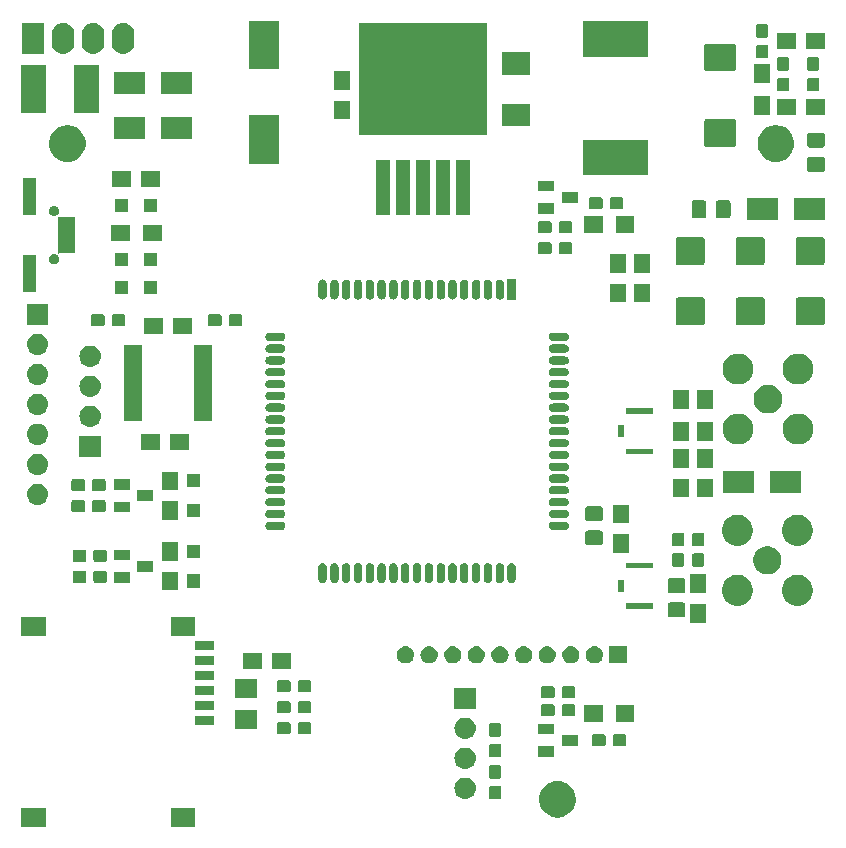
<source format=gbr>
G04 #@! TF.GenerationSoftware,KiCad,Pcbnew,(5.1.2)-2*
G04 #@! TF.CreationDate,2019-10-28T15:07:55+07:00*
G04 #@! TF.ProjectId,ph_shield_sim7000_pm2_hw,70685f73-6869-4656-9c64-5f73696d3730,rev?*
G04 #@! TF.SameCoordinates,Original*
G04 #@! TF.FileFunction,Soldermask,Top*
G04 #@! TF.FilePolarity,Negative*
%FSLAX46Y46*%
G04 Gerber Fmt 4.6, Leading zero omitted, Abs format (unit mm)*
G04 Created by KiCad (PCBNEW (5.1.2)-2) date 2019-10-28 15:07:55*
%MOMM*%
%LPD*%
G04 APERTURE LIST*
%ADD10C,0.100000*%
G04 APERTURE END LIST*
D10*
G36*
X115849000Y-118870000D02*
G01*
X113747000Y-118870000D01*
X113747000Y-117244000D01*
X115849000Y-117244000D01*
X115849000Y-118870000D01*
X115849000Y-118870000D01*
G37*
G36*
X103169000Y-118870000D02*
G01*
X101067000Y-118870000D01*
X101067000Y-117244000D01*
X103169000Y-117244000D01*
X103169000Y-118870000D01*
X103169000Y-118870000D01*
G37*
G36*
X146802585Y-114978802D02*
G01*
X146952410Y-115008604D01*
X147234674Y-115125521D01*
X147488705Y-115295259D01*
X147704741Y-115511295D01*
X147874479Y-115765326D01*
X147991396Y-116047590D01*
X148021198Y-116197415D01*
X148046135Y-116322779D01*
X148051000Y-116347240D01*
X148051000Y-116652760D01*
X147991396Y-116952410D01*
X147874479Y-117234674D01*
X147704741Y-117488705D01*
X147488705Y-117704741D01*
X147234674Y-117874479D01*
X146952410Y-117991396D01*
X146802585Y-118021198D01*
X146652761Y-118051000D01*
X146347239Y-118051000D01*
X146197415Y-118021198D01*
X146047590Y-117991396D01*
X145765326Y-117874479D01*
X145511295Y-117704741D01*
X145295259Y-117488705D01*
X145125521Y-117234674D01*
X145008604Y-116952410D01*
X144949000Y-116652760D01*
X144949000Y-116347240D01*
X144953866Y-116322779D01*
X144978802Y-116197415D01*
X145008604Y-116047590D01*
X145125521Y-115765326D01*
X145295259Y-115511295D01*
X145511295Y-115295259D01*
X145765326Y-115125521D01*
X146047590Y-115008604D01*
X146197415Y-114978802D01*
X146347239Y-114949000D01*
X146652761Y-114949000D01*
X146802585Y-114978802D01*
X146802585Y-114978802D01*
G37*
G36*
X141588499Y-115365445D02*
G01*
X141625995Y-115376820D01*
X141660554Y-115395292D01*
X141690847Y-115420153D01*
X141715708Y-115450446D01*
X141734180Y-115485005D01*
X141745555Y-115522501D01*
X141750000Y-115567638D01*
X141750000Y-116306362D01*
X141745555Y-116351499D01*
X141734180Y-116388995D01*
X141715708Y-116423554D01*
X141690847Y-116453847D01*
X141660554Y-116478708D01*
X141625995Y-116497180D01*
X141588499Y-116508555D01*
X141543362Y-116513000D01*
X140904638Y-116513000D01*
X140859501Y-116508555D01*
X140822005Y-116497180D01*
X140787446Y-116478708D01*
X140757153Y-116453847D01*
X140732292Y-116423554D01*
X140713820Y-116388995D01*
X140702445Y-116351499D01*
X140698000Y-116306362D01*
X140698000Y-115567638D01*
X140702445Y-115522501D01*
X140713820Y-115485005D01*
X140732292Y-115450446D01*
X140757153Y-115420153D01*
X140787446Y-115395292D01*
X140822005Y-115376820D01*
X140859501Y-115365445D01*
X140904638Y-115361000D01*
X141543362Y-115361000D01*
X141588499Y-115365445D01*
X141588499Y-115365445D01*
G37*
G36*
X138794443Y-114675519D02*
G01*
X138860627Y-114682037D01*
X139030466Y-114733557D01*
X139186991Y-114817222D01*
X139222729Y-114846552D01*
X139324186Y-114929814D01*
X139388846Y-115008604D01*
X139436778Y-115067009D01*
X139520443Y-115223534D01*
X139571963Y-115393373D01*
X139589359Y-115570000D01*
X139571963Y-115746627D01*
X139520443Y-115916466D01*
X139436778Y-116072991D01*
X139407448Y-116108729D01*
X139324186Y-116210186D01*
X139222729Y-116293448D01*
X139186991Y-116322778D01*
X139030466Y-116406443D01*
X138860627Y-116457963D01*
X138794442Y-116464482D01*
X138728260Y-116471000D01*
X138639740Y-116471000D01*
X138573558Y-116464482D01*
X138507373Y-116457963D01*
X138337534Y-116406443D01*
X138181009Y-116322778D01*
X138145271Y-116293448D01*
X138043814Y-116210186D01*
X137960552Y-116108729D01*
X137931222Y-116072991D01*
X137847557Y-115916466D01*
X137796037Y-115746627D01*
X137778641Y-115570000D01*
X137796037Y-115393373D01*
X137847557Y-115223534D01*
X137931222Y-115067009D01*
X137979154Y-115008604D01*
X138043814Y-114929814D01*
X138145271Y-114846552D01*
X138181009Y-114817222D01*
X138337534Y-114733557D01*
X138507373Y-114682037D01*
X138573557Y-114675519D01*
X138639740Y-114669000D01*
X138728260Y-114669000D01*
X138794443Y-114675519D01*
X138794443Y-114675519D01*
G37*
G36*
X141588499Y-113615445D02*
G01*
X141625995Y-113626820D01*
X141660554Y-113645292D01*
X141690847Y-113670153D01*
X141715708Y-113700446D01*
X141734180Y-113735005D01*
X141745555Y-113772501D01*
X141750000Y-113817638D01*
X141750000Y-114556362D01*
X141745555Y-114601499D01*
X141734180Y-114638995D01*
X141715708Y-114673554D01*
X141690847Y-114703847D01*
X141660554Y-114728708D01*
X141625995Y-114747180D01*
X141588499Y-114758555D01*
X141543362Y-114763000D01*
X140904638Y-114763000D01*
X140859501Y-114758555D01*
X140822005Y-114747180D01*
X140787446Y-114728708D01*
X140757153Y-114703847D01*
X140732292Y-114673554D01*
X140713820Y-114638995D01*
X140702445Y-114601499D01*
X140698000Y-114556362D01*
X140698000Y-113817638D01*
X140702445Y-113772501D01*
X140713820Y-113735005D01*
X140732292Y-113700446D01*
X140757153Y-113670153D01*
X140787446Y-113645292D01*
X140822005Y-113626820D01*
X140859501Y-113615445D01*
X140904638Y-113611000D01*
X141543362Y-113611000D01*
X141588499Y-113615445D01*
X141588499Y-113615445D01*
G37*
G36*
X138794443Y-112135519D02*
G01*
X138860627Y-112142037D01*
X139030466Y-112193557D01*
X139186991Y-112277222D01*
X139222729Y-112306552D01*
X139324186Y-112389814D01*
X139407448Y-112491271D01*
X139436778Y-112527009D01*
X139520443Y-112683534D01*
X139571963Y-112853373D01*
X139589359Y-113030000D01*
X139571963Y-113206627D01*
X139520443Y-113376466D01*
X139436778Y-113532991D01*
X139407448Y-113568729D01*
X139324186Y-113670186D01*
X139222729Y-113753448D01*
X139186991Y-113782778D01*
X139030466Y-113866443D01*
X138860627Y-113917963D01*
X138794443Y-113924481D01*
X138728260Y-113931000D01*
X138639740Y-113931000D01*
X138573557Y-113924481D01*
X138507373Y-113917963D01*
X138337534Y-113866443D01*
X138181009Y-113782778D01*
X138145271Y-113753448D01*
X138043814Y-113670186D01*
X137960552Y-113568729D01*
X137931222Y-113532991D01*
X137847557Y-113376466D01*
X137796037Y-113206627D01*
X137778641Y-113030000D01*
X137796037Y-112853373D01*
X137847557Y-112683534D01*
X137931222Y-112527009D01*
X137960552Y-112491271D01*
X138043814Y-112389814D01*
X138145271Y-112306552D01*
X138181009Y-112277222D01*
X138337534Y-112193557D01*
X138507373Y-112142037D01*
X138573557Y-112135519D01*
X138639740Y-112129000D01*
X138728260Y-112129000D01*
X138794443Y-112135519D01*
X138794443Y-112135519D01*
G37*
G36*
X141588499Y-111809445D02*
G01*
X141625995Y-111820820D01*
X141660554Y-111839292D01*
X141690847Y-111864153D01*
X141715708Y-111894446D01*
X141734180Y-111929005D01*
X141745555Y-111966501D01*
X141750000Y-112011638D01*
X141750000Y-112750362D01*
X141745555Y-112795499D01*
X141734180Y-112832995D01*
X141715708Y-112867554D01*
X141690847Y-112897847D01*
X141660554Y-112922708D01*
X141625995Y-112941180D01*
X141588499Y-112952555D01*
X141543362Y-112957000D01*
X140904638Y-112957000D01*
X140859501Y-112952555D01*
X140822005Y-112941180D01*
X140787446Y-112922708D01*
X140757153Y-112897847D01*
X140732292Y-112867554D01*
X140713820Y-112832995D01*
X140702445Y-112795499D01*
X140698000Y-112750362D01*
X140698000Y-112011638D01*
X140702445Y-111966501D01*
X140713820Y-111929005D01*
X140732292Y-111894446D01*
X140757153Y-111864153D01*
X140787446Y-111839292D01*
X140822005Y-111820820D01*
X140859501Y-111809445D01*
X140904638Y-111805000D01*
X141543362Y-111805000D01*
X141588499Y-111809445D01*
X141588499Y-111809445D01*
G37*
G36*
X146235240Y-112907050D02*
G01*
X144879240Y-112907050D01*
X144879240Y-112004950D01*
X146235240Y-112004950D01*
X146235240Y-112907050D01*
X146235240Y-112907050D01*
G37*
G36*
X150415499Y-110984445D02*
G01*
X150452995Y-110995820D01*
X150487554Y-111014292D01*
X150517847Y-111039153D01*
X150542708Y-111069446D01*
X150561180Y-111104005D01*
X150572555Y-111141501D01*
X150577000Y-111186638D01*
X150577000Y-111825362D01*
X150572555Y-111870499D01*
X150561180Y-111907995D01*
X150542708Y-111942554D01*
X150517847Y-111972847D01*
X150487554Y-111997708D01*
X150452995Y-112016180D01*
X150415499Y-112027555D01*
X150370362Y-112032000D01*
X149631638Y-112032000D01*
X149586501Y-112027555D01*
X149549005Y-112016180D01*
X149514446Y-111997708D01*
X149484153Y-111972847D01*
X149459292Y-111942554D01*
X149440820Y-111907995D01*
X149429445Y-111870499D01*
X149425000Y-111825362D01*
X149425000Y-111186638D01*
X149429445Y-111141501D01*
X149440820Y-111104005D01*
X149459292Y-111069446D01*
X149484153Y-111039153D01*
X149514446Y-111014292D01*
X149549005Y-110995820D01*
X149586501Y-110984445D01*
X149631638Y-110980000D01*
X150370362Y-110980000D01*
X150415499Y-110984445D01*
X150415499Y-110984445D01*
G37*
G36*
X152165499Y-110984445D02*
G01*
X152202995Y-110995820D01*
X152237554Y-111014292D01*
X152267847Y-111039153D01*
X152292708Y-111069446D01*
X152311180Y-111104005D01*
X152322555Y-111141501D01*
X152327000Y-111186638D01*
X152327000Y-111825362D01*
X152322555Y-111870499D01*
X152311180Y-111907995D01*
X152292708Y-111942554D01*
X152267847Y-111972847D01*
X152237554Y-111997708D01*
X152202995Y-112016180D01*
X152165499Y-112027555D01*
X152120362Y-112032000D01*
X151381638Y-112032000D01*
X151336501Y-112027555D01*
X151299005Y-112016180D01*
X151264446Y-111997708D01*
X151234153Y-111972847D01*
X151209292Y-111942554D01*
X151190820Y-111907995D01*
X151179445Y-111870499D01*
X151175000Y-111825362D01*
X151175000Y-111186638D01*
X151179445Y-111141501D01*
X151190820Y-111104005D01*
X151209292Y-111069446D01*
X151234153Y-111039153D01*
X151264446Y-111014292D01*
X151299005Y-110995820D01*
X151336501Y-110984445D01*
X151381638Y-110980000D01*
X152120362Y-110980000D01*
X152165499Y-110984445D01*
X152165499Y-110984445D01*
G37*
G36*
X148236000Y-111957050D02*
G01*
X146880000Y-111957050D01*
X146880000Y-111054950D01*
X148236000Y-111054950D01*
X148236000Y-111957050D01*
X148236000Y-111957050D01*
G37*
G36*
X138794442Y-109595518D02*
G01*
X138860627Y-109602037D01*
X139030466Y-109653557D01*
X139186991Y-109737222D01*
X139222729Y-109766552D01*
X139324186Y-109849814D01*
X139407448Y-109951271D01*
X139436778Y-109987009D01*
X139465654Y-110041031D01*
X139514295Y-110132031D01*
X139520443Y-110143534D01*
X139571963Y-110313373D01*
X139589359Y-110490000D01*
X139571963Y-110666627D01*
X139520443Y-110836466D01*
X139436778Y-110992991D01*
X139417895Y-111016000D01*
X139324186Y-111130186D01*
X139236003Y-111202555D01*
X139186991Y-111242778D01*
X139030466Y-111326443D01*
X138860627Y-111377963D01*
X138794443Y-111384481D01*
X138728260Y-111391000D01*
X138639740Y-111391000D01*
X138573557Y-111384481D01*
X138507373Y-111377963D01*
X138337534Y-111326443D01*
X138181009Y-111242778D01*
X138131997Y-111202555D01*
X138043814Y-111130186D01*
X137950105Y-111016000D01*
X137931222Y-110992991D01*
X137847557Y-110836466D01*
X137796037Y-110666627D01*
X137778641Y-110490000D01*
X137796037Y-110313373D01*
X137847557Y-110143534D01*
X137853706Y-110132031D01*
X137902346Y-110041031D01*
X137931222Y-109987009D01*
X137960552Y-109951271D01*
X138043814Y-109849814D01*
X138145271Y-109766552D01*
X138181009Y-109737222D01*
X138337534Y-109653557D01*
X138507373Y-109602037D01*
X138573558Y-109595518D01*
X138639740Y-109589000D01*
X138728260Y-109589000D01*
X138794442Y-109595518D01*
X138794442Y-109595518D01*
G37*
G36*
X141588499Y-110059445D02*
G01*
X141625995Y-110070820D01*
X141660554Y-110089292D01*
X141690847Y-110114153D01*
X141715708Y-110144446D01*
X141734180Y-110179005D01*
X141745555Y-110216501D01*
X141750000Y-110261638D01*
X141750000Y-111000362D01*
X141745555Y-111045499D01*
X141734180Y-111082995D01*
X141715708Y-111117554D01*
X141690847Y-111147847D01*
X141660554Y-111172708D01*
X141625995Y-111191180D01*
X141588499Y-111202555D01*
X141543362Y-111207000D01*
X140904638Y-111207000D01*
X140859501Y-111202555D01*
X140822005Y-111191180D01*
X140787446Y-111172708D01*
X140757153Y-111147847D01*
X140732292Y-111117554D01*
X140713820Y-111082995D01*
X140702445Y-111045499D01*
X140698000Y-111000362D01*
X140698000Y-110261638D01*
X140702445Y-110216501D01*
X140713820Y-110179005D01*
X140732292Y-110144446D01*
X140757153Y-110114153D01*
X140787446Y-110089292D01*
X140822005Y-110070820D01*
X140859501Y-110059445D01*
X140904638Y-110055000D01*
X141543362Y-110055000D01*
X141588499Y-110059445D01*
X141588499Y-110059445D01*
G37*
G36*
X125495499Y-109968445D02*
G01*
X125532995Y-109979820D01*
X125567554Y-109998292D01*
X125597847Y-110023153D01*
X125622708Y-110053446D01*
X125641180Y-110088005D01*
X125652555Y-110125501D01*
X125657000Y-110170638D01*
X125657000Y-110809362D01*
X125652555Y-110854499D01*
X125641180Y-110891995D01*
X125622708Y-110926554D01*
X125597847Y-110956847D01*
X125567554Y-110981708D01*
X125532995Y-111000180D01*
X125495499Y-111011555D01*
X125450362Y-111016000D01*
X124711638Y-111016000D01*
X124666501Y-111011555D01*
X124629005Y-111000180D01*
X124594446Y-110981708D01*
X124564153Y-110956847D01*
X124539292Y-110926554D01*
X124520820Y-110891995D01*
X124509445Y-110854499D01*
X124505000Y-110809362D01*
X124505000Y-110170638D01*
X124509445Y-110125501D01*
X124520820Y-110088005D01*
X124539292Y-110053446D01*
X124564153Y-110023153D01*
X124594446Y-109998292D01*
X124629005Y-109979820D01*
X124666501Y-109968445D01*
X124711638Y-109964000D01*
X125450362Y-109964000D01*
X125495499Y-109968445D01*
X125495499Y-109968445D01*
G37*
G36*
X123745499Y-109968445D02*
G01*
X123782995Y-109979820D01*
X123817554Y-109998292D01*
X123847847Y-110023153D01*
X123872708Y-110053446D01*
X123891180Y-110088005D01*
X123902555Y-110125501D01*
X123907000Y-110170638D01*
X123907000Y-110809362D01*
X123902555Y-110854499D01*
X123891180Y-110891995D01*
X123872708Y-110926554D01*
X123847847Y-110956847D01*
X123817554Y-110981708D01*
X123782995Y-111000180D01*
X123745499Y-111011555D01*
X123700362Y-111016000D01*
X122961638Y-111016000D01*
X122916501Y-111011555D01*
X122879005Y-111000180D01*
X122844446Y-110981708D01*
X122814153Y-110956847D01*
X122789292Y-110926554D01*
X122770820Y-110891995D01*
X122759445Y-110854499D01*
X122755000Y-110809362D01*
X122755000Y-110170638D01*
X122759445Y-110125501D01*
X122770820Y-110088005D01*
X122789292Y-110053446D01*
X122814153Y-110023153D01*
X122844446Y-109998292D01*
X122879005Y-109979820D01*
X122916501Y-109968445D01*
X122961638Y-109964000D01*
X123700362Y-109964000D01*
X123745499Y-109968445D01*
X123745499Y-109968445D01*
G37*
G36*
X146235240Y-111007050D02*
G01*
X144879240Y-111007050D01*
X144879240Y-110104950D01*
X146235240Y-110104950D01*
X146235240Y-111007050D01*
X146235240Y-111007050D01*
G37*
G36*
X121043000Y-110589000D02*
G01*
X119241000Y-110589000D01*
X119241000Y-108987000D01*
X121043000Y-108987000D01*
X121043000Y-110589000D01*
X121043000Y-110589000D01*
G37*
G36*
X117408500Y-110180000D02*
G01*
X115782500Y-110180000D01*
X115782500Y-109454000D01*
X117408500Y-109454000D01*
X117408500Y-110180000D01*
X117408500Y-110180000D01*
G37*
G36*
X153027000Y-109921000D02*
G01*
X151425000Y-109921000D01*
X151425000Y-108519000D01*
X153027000Y-108519000D01*
X153027000Y-109921000D01*
X153027000Y-109921000D01*
G37*
G36*
X150327000Y-109921000D02*
G01*
X148725000Y-109921000D01*
X148725000Y-108519000D01*
X150327000Y-108519000D01*
X150327000Y-109921000D01*
X150327000Y-109921000D01*
G37*
G36*
X146097499Y-108444445D02*
G01*
X146134995Y-108455820D01*
X146169554Y-108474292D01*
X146199847Y-108499153D01*
X146224708Y-108529446D01*
X146243180Y-108564005D01*
X146254555Y-108601501D01*
X146259000Y-108646638D01*
X146259000Y-109285362D01*
X146254555Y-109330499D01*
X146243180Y-109367995D01*
X146224708Y-109402554D01*
X146199847Y-109432847D01*
X146169554Y-109457708D01*
X146134995Y-109476180D01*
X146097499Y-109487555D01*
X146052362Y-109492000D01*
X145313638Y-109492000D01*
X145268501Y-109487555D01*
X145231005Y-109476180D01*
X145196446Y-109457708D01*
X145166153Y-109432847D01*
X145141292Y-109402554D01*
X145122820Y-109367995D01*
X145111445Y-109330499D01*
X145107000Y-109285362D01*
X145107000Y-108646638D01*
X145111445Y-108601501D01*
X145122820Y-108564005D01*
X145141292Y-108529446D01*
X145166153Y-108499153D01*
X145196446Y-108474292D01*
X145231005Y-108455820D01*
X145268501Y-108444445D01*
X145313638Y-108440000D01*
X146052362Y-108440000D01*
X146097499Y-108444445D01*
X146097499Y-108444445D01*
G37*
G36*
X147847499Y-108444445D02*
G01*
X147884995Y-108455820D01*
X147919554Y-108474292D01*
X147949847Y-108499153D01*
X147974708Y-108529446D01*
X147993180Y-108564005D01*
X148004555Y-108601501D01*
X148009000Y-108646638D01*
X148009000Y-109285362D01*
X148004555Y-109330499D01*
X147993180Y-109367995D01*
X147974708Y-109402554D01*
X147949847Y-109432847D01*
X147919554Y-109457708D01*
X147884995Y-109476180D01*
X147847499Y-109487555D01*
X147802362Y-109492000D01*
X147063638Y-109492000D01*
X147018501Y-109487555D01*
X146981005Y-109476180D01*
X146946446Y-109457708D01*
X146916153Y-109432847D01*
X146891292Y-109402554D01*
X146872820Y-109367995D01*
X146861445Y-109330499D01*
X146857000Y-109285362D01*
X146857000Y-108646638D01*
X146861445Y-108601501D01*
X146872820Y-108564005D01*
X146891292Y-108529446D01*
X146916153Y-108499153D01*
X146946446Y-108474292D01*
X146981005Y-108455820D01*
X147018501Y-108444445D01*
X147063638Y-108440000D01*
X147802362Y-108440000D01*
X147847499Y-108444445D01*
X147847499Y-108444445D01*
G37*
G36*
X123745499Y-108190445D02*
G01*
X123782995Y-108201820D01*
X123817554Y-108220292D01*
X123847847Y-108245153D01*
X123872708Y-108275446D01*
X123891180Y-108310005D01*
X123902555Y-108347501D01*
X123907000Y-108392638D01*
X123907000Y-109031362D01*
X123902555Y-109076499D01*
X123891180Y-109113995D01*
X123872708Y-109148554D01*
X123847847Y-109178847D01*
X123817554Y-109203708D01*
X123782995Y-109222180D01*
X123745499Y-109233555D01*
X123700362Y-109238000D01*
X122961638Y-109238000D01*
X122916501Y-109233555D01*
X122879005Y-109222180D01*
X122844446Y-109203708D01*
X122814153Y-109178847D01*
X122789292Y-109148554D01*
X122770820Y-109113995D01*
X122759445Y-109076499D01*
X122755000Y-109031362D01*
X122755000Y-108392638D01*
X122759445Y-108347501D01*
X122770820Y-108310005D01*
X122789292Y-108275446D01*
X122814153Y-108245153D01*
X122844446Y-108220292D01*
X122879005Y-108201820D01*
X122916501Y-108190445D01*
X122961638Y-108186000D01*
X123700362Y-108186000D01*
X123745499Y-108190445D01*
X123745499Y-108190445D01*
G37*
G36*
X125495499Y-108190445D02*
G01*
X125532995Y-108201820D01*
X125567554Y-108220292D01*
X125597847Y-108245153D01*
X125622708Y-108275446D01*
X125641180Y-108310005D01*
X125652555Y-108347501D01*
X125657000Y-108392638D01*
X125657000Y-109031362D01*
X125652555Y-109076499D01*
X125641180Y-109113995D01*
X125622708Y-109148554D01*
X125597847Y-109178847D01*
X125567554Y-109203708D01*
X125532995Y-109222180D01*
X125495499Y-109233555D01*
X125450362Y-109238000D01*
X124711638Y-109238000D01*
X124666501Y-109233555D01*
X124629005Y-109222180D01*
X124594446Y-109203708D01*
X124564153Y-109178847D01*
X124539292Y-109148554D01*
X124520820Y-109113995D01*
X124509445Y-109076499D01*
X124505000Y-109031362D01*
X124505000Y-108392638D01*
X124509445Y-108347501D01*
X124520820Y-108310005D01*
X124539292Y-108275446D01*
X124564153Y-108245153D01*
X124594446Y-108220292D01*
X124629005Y-108201820D01*
X124666501Y-108190445D01*
X124711638Y-108186000D01*
X125450362Y-108186000D01*
X125495499Y-108190445D01*
X125495499Y-108190445D01*
G37*
G36*
X117408500Y-108910000D02*
G01*
X115782500Y-108910000D01*
X115782500Y-108184000D01*
X117408500Y-108184000D01*
X117408500Y-108910000D01*
X117408500Y-108910000D01*
G37*
G36*
X139585000Y-108851000D02*
G01*
X137783000Y-108851000D01*
X137783000Y-107049000D01*
X139585000Y-107049000D01*
X139585000Y-108851000D01*
X139585000Y-108851000D01*
G37*
G36*
X147847499Y-106920445D02*
G01*
X147884995Y-106931820D01*
X147919554Y-106950292D01*
X147949847Y-106975153D01*
X147974708Y-107005446D01*
X147993180Y-107040005D01*
X148004555Y-107077501D01*
X148009000Y-107122638D01*
X148009000Y-107761362D01*
X148004555Y-107806499D01*
X147993180Y-107843995D01*
X147974708Y-107878554D01*
X147949847Y-107908847D01*
X147919554Y-107933708D01*
X147884995Y-107952180D01*
X147847499Y-107963555D01*
X147802362Y-107968000D01*
X147063638Y-107968000D01*
X147018501Y-107963555D01*
X146981005Y-107952180D01*
X146946446Y-107933708D01*
X146916153Y-107908847D01*
X146891292Y-107878554D01*
X146872820Y-107843995D01*
X146861445Y-107806499D01*
X146857000Y-107761362D01*
X146857000Y-107122638D01*
X146861445Y-107077501D01*
X146872820Y-107040005D01*
X146891292Y-107005446D01*
X146916153Y-106975153D01*
X146946446Y-106950292D01*
X146981005Y-106931820D01*
X147018501Y-106920445D01*
X147063638Y-106916000D01*
X147802362Y-106916000D01*
X147847499Y-106920445D01*
X147847499Y-106920445D01*
G37*
G36*
X146097499Y-106920445D02*
G01*
X146134995Y-106931820D01*
X146169554Y-106950292D01*
X146199847Y-106975153D01*
X146224708Y-107005446D01*
X146243180Y-107040005D01*
X146254555Y-107077501D01*
X146259000Y-107122638D01*
X146259000Y-107761362D01*
X146254555Y-107806499D01*
X146243180Y-107843995D01*
X146224708Y-107878554D01*
X146199847Y-107908847D01*
X146169554Y-107933708D01*
X146134995Y-107952180D01*
X146097499Y-107963555D01*
X146052362Y-107968000D01*
X145313638Y-107968000D01*
X145268501Y-107963555D01*
X145231005Y-107952180D01*
X145196446Y-107933708D01*
X145166153Y-107908847D01*
X145141292Y-107878554D01*
X145122820Y-107843995D01*
X145111445Y-107806499D01*
X145107000Y-107761362D01*
X145107000Y-107122638D01*
X145111445Y-107077501D01*
X145122820Y-107040005D01*
X145141292Y-107005446D01*
X145166153Y-106975153D01*
X145196446Y-106950292D01*
X145231005Y-106931820D01*
X145268501Y-106920445D01*
X145313638Y-106916000D01*
X146052362Y-106916000D01*
X146097499Y-106920445D01*
X146097499Y-106920445D01*
G37*
G36*
X121043000Y-107929000D02*
G01*
X119241000Y-107929000D01*
X119241000Y-106327000D01*
X121043000Y-106327000D01*
X121043000Y-107929000D01*
X121043000Y-107929000D01*
G37*
G36*
X117408500Y-107640000D02*
G01*
X115782500Y-107640000D01*
X115782500Y-106914000D01*
X117408500Y-106914000D01*
X117408500Y-107640000D01*
X117408500Y-107640000D01*
G37*
G36*
X123745499Y-106412445D02*
G01*
X123782995Y-106423820D01*
X123817554Y-106442292D01*
X123847847Y-106467153D01*
X123872708Y-106497446D01*
X123891180Y-106532005D01*
X123902555Y-106569501D01*
X123907000Y-106614638D01*
X123907000Y-107253362D01*
X123902555Y-107298499D01*
X123891180Y-107335995D01*
X123872708Y-107370554D01*
X123847847Y-107400847D01*
X123817554Y-107425708D01*
X123782995Y-107444180D01*
X123745499Y-107455555D01*
X123700362Y-107460000D01*
X122961638Y-107460000D01*
X122916501Y-107455555D01*
X122879005Y-107444180D01*
X122844446Y-107425708D01*
X122814153Y-107400847D01*
X122789292Y-107370554D01*
X122770820Y-107335995D01*
X122759445Y-107298499D01*
X122755000Y-107253362D01*
X122755000Y-106614638D01*
X122759445Y-106569501D01*
X122770820Y-106532005D01*
X122789292Y-106497446D01*
X122814153Y-106467153D01*
X122844446Y-106442292D01*
X122879005Y-106423820D01*
X122916501Y-106412445D01*
X122961638Y-106408000D01*
X123700362Y-106408000D01*
X123745499Y-106412445D01*
X123745499Y-106412445D01*
G37*
G36*
X125495499Y-106412445D02*
G01*
X125532995Y-106423820D01*
X125567554Y-106442292D01*
X125597847Y-106467153D01*
X125622708Y-106497446D01*
X125641180Y-106532005D01*
X125652555Y-106569501D01*
X125657000Y-106614638D01*
X125657000Y-107253362D01*
X125652555Y-107298499D01*
X125641180Y-107335995D01*
X125622708Y-107370554D01*
X125597847Y-107400847D01*
X125567554Y-107425708D01*
X125532995Y-107444180D01*
X125495499Y-107455555D01*
X125450362Y-107460000D01*
X124711638Y-107460000D01*
X124666501Y-107455555D01*
X124629005Y-107444180D01*
X124594446Y-107425708D01*
X124564153Y-107400847D01*
X124539292Y-107370554D01*
X124520820Y-107335995D01*
X124509445Y-107298499D01*
X124505000Y-107253362D01*
X124505000Y-106614638D01*
X124509445Y-106569501D01*
X124520820Y-106532005D01*
X124539292Y-106497446D01*
X124564153Y-106467153D01*
X124594446Y-106442292D01*
X124629005Y-106423820D01*
X124666501Y-106412445D01*
X124711638Y-106408000D01*
X125450362Y-106408000D01*
X125495499Y-106412445D01*
X125495499Y-106412445D01*
G37*
G36*
X117408500Y-106370000D02*
G01*
X115782500Y-106370000D01*
X115782500Y-105644000D01*
X117408500Y-105644000D01*
X117408500Y-106370000D01*
X117408500Y-106370000D01*
G37*
G36*
X123971000Y-105451000D02*
G01*
X122369000Y-105451000D01*
X122369000Y-104099000D01*
X123971000Y-104099000D01*
X123971000Y-105451000D01*
X123971000Y-105451000D01*
G37*
G36*
X121471000Y-105451000D02*
G01*
X119869000Y-105451000D01*
X119869000Y-104099000D01*
X121471000Y-104099000D01*
X121471000Y-105451000D01*
X121471000Y-105451000D01*
G37*
G36*
X117408500Y-105100000D02*
G01*
X115782500Y-105100000D01*
X115782500Y-104374000D01*
X117408500Y-104374000D01*
X117408500Y-105100000D01*
X117408500Y-105100000D01*
G37*
G36*
X143709213Y-103544502D02*
G01*
X143780321Y-103551505D01*
X143917172Y-103593019D01*
X143917175Y-103593020D01*
X144043294Y-103660432D01*
X144153843Y-103751157D01*
X144244568Y-103861706D01*
X144311980Y-103987825D01*
X144311981Y-103987828D01*
X144353495Y-104124679D01*
X144367512Y-104267000D01*
X144353495Y-104409321D01*
X144311981Y-104546172D01*
X144311980Y-104546175D01*
X144244568Y-104672294D01*
X144153843Y-104782843D01*
X144043294Y-104873568D01*
X143917175Y-104940980D01*
X143917172Y-104940981D01*
X143780321Y-104982495D01*
X143709213Y-104989498D01*
X143673660Y-104993000D01*
X143602340Y-104993000D01*
X143566787Y-104989498D01*
X143495679Y-104982495D01*
X143358828Y-104940981D01*
X143358825Y-104940980D01*
X143232706Y-104873568D01*
X143122157Y-104782843D01*
X143031432Y-104672294D01*
X142964020Y-104546175D01*
X142964019Y-104546172D01*
X142922505Y-104409321D01*
X142908488Y-104267000D01*
X142922505Y-104124679D01*
X142964019Y-103987828D01*
X142964020Y-103987825D01*
X143031432Y-103861706D01*
X143122157Y-103751157D01*
X143232706Y-103660432D01*
X143358825Y-103593020D01*
X143358828Y-103593019D01*
X143495679Y-103551505D01*
X143566787Y-103544502D01*
X143602340Y-103541000D01*
X143673660Y-103541000D01*
X143709213Y-103544502D01*
X143709213Y-103544502D01*
G37*
G36*
X141709213Y-103544502D02*
G01*
X141780321Y-103551505D01*
X141917172Y-103593019D01*
X141917175Y-103593020D01*
X142043294Y-103660432D01*
X142153843Y-103751157D01*
X142244568Y-103861706D01*
X142311980Y-103987825D01*
X142311981Y-103987828D01*
X142353495Y-104124679D01*
X142367512Y-104267000D01*
X142353495Y-104409321D01*
X142311981Y-104546172D01*
X142311980Y-104546175D01*
X142244568Y-104672294D01*
X142153843Y-104782843D01*
X142043294Y-104873568D01*
X141917175Y-104940980D01*
X141917172Y-104940981D01*
X141780321Y-104982495D01*
X141709213Y-104989498D01*
X141673660Y-104993000D01*
X141602340Y-104993000D01*
X141566787Y-104989498D01*
X141495679Y-104982495D01*
X141358828Y-104940981D01*
X141358825Y-104940980D01*
X141232706Y-104873568D01*
X141122157Y-104782843D01*
X141031432Y-104672294D01*
X140964020Y-104546175D01*
X140964019Y-104546172D01*
X140922505Y-104409321D01*
X140908488Y-104267000D01*
X140922505Y-104124679D01*
X140964019Y-103987828D01*
X140964020Y-103987825D01*
X141031432Y-103861706D01*
X141122157Y-103751157D01*
X141232706Y-103660432D01*
X141358825Y-103593020D01*
X141358828Y-103593019D01*
X141495679Y-103551505D01*
X141566787Y-103544502D01*
X141602340Y-103541000D01*
X141673660Y-103541000D01*
X141709213Y-103544502D01*
X141709213Y-103544502D01*
G37*
G36*
X145709213Y-103544502D02*
G01*
X145780321Y-103551505D01*
X145917172Y-103593019D01*
X145917175Y-103593020D01*
X146043294Y-103660432D01*
X146153843Y-103751157D01*
X146244568Y-103861706D01*
X146311980Y-103987825D01*
X146311981Y-103987828D01*
X146353495Y-104124679D01*
X146367512Y-104267000D01*
X146353495Y-104409321D01*
X146311981Y-104546172D01*
X146311980Y-104546175D01*
X146244568Y-104672294D01*
X146153843Y-104782843D01*
X146043294Y-104873568D01*
X145917175Y-104940980D01*
X145917172Y-104940981D01*
X145780321Y-104982495D01*
X145709213Y-104989498D01*
X145673660Y-104993000D01*
X145602340Y-104993000D01*
X145566787Y-104989498D01*
X145495679Y-104982495D01*
X145358828Y-104940981D01*
X145358825Y-104940980D01*
X145232706Y-104873568D01*
X145122157Y-104782843D01*
X145031432Y-104672294D01*
X144964020Y-104546175D01*
X144964019Y-104546172D01*
X144922505Y-104409321D01*
X144908488Y-104267000D01*
X144922505Y-104124679D01*
X144964019Y-103987828D01*
X144964020Y-103987825D01*
X145031432Y-103861706D01*
X145122157Y-103751157D01*
X145232706Y-103660432D01*
X145358825Y-103593020D01*
X145358828Y-103593019D01*
X145495679Y-103551505D01*
X145566787Y-103544502D01*
X145602340Y-103541000D01*
X145673660Y-103541000D01*
X145709213Y-103544502D01*
X145709213Y-103544502D01*
G37*
G36*
X149709213Y-103544502D02*
G01*
X149780321Y-103551505D01*
X149917172Y-103593019D01*
X149917175Y-103593020D01*
X150043294Y-103660432D01*
X150153843Y-103751157D01*
X150244568Y-103861706D01*
X150311980Y-103987825D01*
X150311981Y-103987828D01*
X150353495Y-104124679D01*
X150367512Y-104267000D01*
X150353495Y-104409321D01*
X150311981Y-104546172D01*
X150311980Y-104546175D01*
X150244568Y-104672294D01*
X150153843Y-104782843D01*
X150043294Y-104873568D01*
X149917175Y-104940980D01*
X149917172Y-104940981D01*
X149780321Y-104982495D01*
X149709213Y-104989498D01*
X149673660Y-104993000D01*
X149602340Y-104993000D01*
X149566787Y-104989498D01*
X149495679Y-104982495D01*
X149358828Y-104940981D01*
X149358825Y-104940980D01*
X149232706Y-104873568D01*
X149122157Y-104782843D01*
X149031432Y-104672294D01*
X148964020Y-104546175D01*
X148964019Y-104546172D01*
X148922505Y-104409321D01*
X148908488Y-104267000D01*
X148922505Y-104124679D01*
X148964019Y-103987828D01*
X148964020Y-103987825D01*
X149031432Y-103861706D01*
X149122157Y-103751157D01*
X149232706Y-103660432D01*
X149358825Y-103593020D01*
X149358828Y-103593019D01*
X149495679Y-103551505D01*
X149566787Y-103544502D01*
X149602340Y-103541000D01*
X149673660Y-103541000D01*
X149709213Y-103544502D01*
X149709213Y-103544502D01*
G37*
G36*
X152364000Y-104993000D02*
G01*
X150912000Y-104993000D01*
X150912000Y-103541000D01*
X152364000Y-103541000D01*
X152364000Y-104993000D01*
X152364000Y-104993000D01*
G37*
G36*
X147709213Y-103544502D02*
G01*
X147780321Y-103551505D01*
X147917172Y-103593019D01*
X147917175Y-103593020D01*
X148043294Y-103660432D01*
X148153843Y-103751157D01*
X148244568Y-103861706D01*
X148311980Y-103987825D01*
X148311981Y-103987828D01*
X148353495Y-104124679D01*
X148367512Y-104267000D01*
X148353495Y-104409321D01*
X148311981Y-104546172D01*
X148311980Y-104546175D01*
X148244568Y-104672294D01*
X148153843Y-104782843D01*
X148043294Y-104873568D01*
X147917175Y-104940980D01*
X147917172Y-104940981D01*
X147780321Y-104982495D01*
X147709213Y-104989498D01*
X147673660Y-104993000D01*
X147602340Y-104993000D01*
X147566787Y-104989498D01*
X147495679Y-104982495D01*
X147358828Y-104940981D01*
X147358825Y-104940980D01*
X147232706Y-104873568D01*
X147122157Y-104782843D01*
X147031432Y-104672294D01*
X146964020Y-104546175D01*
X146964019Y-104546172D01*
X146922505Y-104409321D01*
X146908488Y-104267000D01*
X146922505Y-104124679D01*
X146964019Y-103987828D01*
X146964020Y-103987825D01*
X147031432Y-103861706D01*
X147122157Y-103751157D01*
X147232706Y-103660432D01*
X147358825Y-103593020D01*
X147358828Y-103593019D01*
X147495679Y-103551505D01*
X147566787Y-103544502D01*
X147602340Y-103541000D01*
X147673660Y-103541000D01*
X147709213Y-103544502D01*
X147709213Y-103544502D01*
G37*
G36*
X133709213Y-103544502D02*
G01*
X133780321Y-103551505D01*
X133917172Y-103593019D01*
X133917175Y-103593020D01*
X134043294Y-103660432D01*
X134153843Y-103751157D01*
X134244568Y-103861706D01*
X134311980Y-103987825D01*
X134311981Y-103987828D01*
X134353495Y-104124679D01*
X134367512Y-104267000D01*
X134353495Y-104409321D01*
X134311981Y-104546172D01*
X134311980Y-104546175D01*
X134244568Y-104672294D01*
X134153843Y-104782843D01*
X134043294Y-104873568D01*
X133917175Y-104940980D01*
X133917172Y-104940981D01*
X133780321Y-104982495D01*
X133709213Y-104989498D01*
X133673660Y-104993000D01*
X133602340Y-104993000D01*
X133566787Y-104989498D01*
X133495679Y-104982495D01*
X133358828Y-104940981D01*
X133358825Y-104940980D01*
X133232706Y-104873568D01*
X133122157Y-104782843D01*
X133031432Y-104672294D01*
X132964020Y-104546175D01*
X132964019Y-104546172D01*
X132922505Y-104409321D01*
X132908488Y-104267000D01*
X132922505Y-104124679D01*
X132964019Y-103987828D01*
X132964020Y-103987825D01*
X133031432Y-103861706D01*
X133122157Y-103751157D01*
X133232706Y-103660432D01*
X133358825Y-103593020D01*
X133358828Y-103593019D01*
X133495679Y-103551505D01*
X133566787Y-103544502D01*
X133602340Y-103541000D01*
X133673660Y-103541000D01*
X133709213Y-103544502D01*
X133709213Y-103544502D01*
G37*
G36*
X135709213Y-103544502D02*
G01*
X135780321Y-103551505D01*
X135917172Y-103593019D01*
X135917175Y-103593020D01*
X136043294Y-103660432D01*
X136153843Y-103751157D01*
X136244568Y-103861706D01*
X136311980Y-103987825D01*
X136311981Y-103987828D01*
X136353495Y-104124679D01*
X136367512Y-104267000D01*
X136353495Y-104409321D01*
X136311981Y-104546172D01*
X136311980Y-104546175D01*
X136244568Y-104672294D01*
X136153843Y-104782843D01*
X136043294Y-104873568D01*
X135917175Y-104940980D01*
X135917172Y-104940981D01*
X135780321Y-104982495D01*
X135709213Y-104989498D01*
X135673660Y-104993000D01*
X135602340Y-104993000D01*
X135566787Y-104989498D01*
X135495679Y-104982495D01*
X135358828Y-104940981D01*
X135358825Y-104940980D01*
X135232706Y-104873568D01*
X135122157Y-104782843D01*
X135031432Y-104672294D01*
X134964020Y-104546175D01*
X134964019Y-104546172D01*
X134922505Y-104409321D01*
X134908488Y-104267000D01*
X134922505Y-104124679D01*
X134964019Y-103987828D01*
X134964020Y-103987825D01*
X135031432Y-103861706D01*
X135122157Y-103751157D01*
X135232706Y-103660432D01*
X135358825Y-103593020D01*
X135358828Y-103593019D01*
X135495679Y-103551505D01*
X135566787Y-103544502D01*
X135602340Y-103541000D01*
X135673660Y-103541000D01*
X135709213Y-103544502D01*
X135709213Y-103544502D01*
G37*
G36*
X137709213Y-103544502D02*
G01*
X137780321Y-103551505D01*
X137917172Y-103593019D01*
X137917175Y-103593020D01*
X138043294Y-103660432D01*
X138153843Y-103751157D01*
X138244568Y-103861706D01*
X138311980Y-103987825D01*
X138311981Y-103987828D01*
X138353495Y-104124679D01*
X138367512Y-104267000D01*
X138353495Y-104409321D01*
X138311981Y-104546172D01*
X138311980Y-104546175D01*
X138244568Y-104672294D01*
X138153843Y-104782843D01*
X138043294Y-104873568D01*
X137917175Y-104940980D01*
X137917172Y-104940981D01*
X137780321Y-104982495D01*
X137709213Y-104989498D01*
X137673660Y-104993000D01*
X137602340Y-104993000D01*
X137566787Y-104989498D01*
X137495679Y-104982495D01*
X137358828Y-104940981D01*
X137358825Y-104940980D01*
X137232706Y-104873568D01*
X137122157Y-104782843D01*
X137031432Y-104672294D01*
X136964020Y-104546175D01*
X136964019Y-104546172D01*
X136922505Y-104409321D01*
X136908488Y-104267000D01*
X136922505Y-104124679D01*
X136964019Y-103987828D01*
X136964020Y-103987825D01*
X137031432Y-103861706D01*
X137122157Y-103751157D01*
X137232706Y-103660432D01*
X137358825Y-103593020D01*
X137358828Y-103593019D01*
X137495679Y-103551505D01*
X137566787Y-103544502D01*
X137602340Y-103541000D01*
X137673660Y-103541000D01*
X137709213Y-103544502D01*
X137709213Y-103544502D01*
G37*
G36*
X139709213Y-103544502D02*
G01*
X139780321Y-103551505D01*
X139917172Y-103593019D01*
X139917175Y-103593020D01*
X140043294Y-103660432D01*
X140153843Y-103751157D01*
X140244568Y-103861706D01*
X140311980Y-103987825D01*
X140311981Y-103987828D01*
X140353495Y-104124679D01*
X140367512Y-104267000D01*
X140353495Y-104409321D01*
X140311981Y-104546172D01*
X140311980Y-104546175D01*
X140244568Y-104672294D01*
X140153843Y-104782843D01*
X140043294Y-104873568D01*
X139917175Y-104940980D01*
X139917172Y-104940981D01*
X139780321Y-104982495D01*
X139709213Y-104989498D01*
X139673660Y-104993000D01*
X139602340Y-104993000D01*
X139566787Y-104989498D01*
X139495679Y-104982495D01*
X139358828Y-104940981D01*
X139358825Y-104940980D01*
X139232706Y-104873568D01*
X139122157Y-104782843D01*
X139031432Y-104672294D01*
X138964020Y-104546175D01*
X138964019Y-104546172D01*
X138922505Y-104409321D01*
X138908488Y-104267000D01*
X138922505Y-104124679D01*
X138964019Y-103987828D01*
X138964020Y-103987825D01*
X139031432Y-103861706D01*
X139122157Y-103751157D01*
X139232706Y-103660432D01*
X139358825Y-103593020D01*
X139358828Y-103593019D01*
X139495679Y-103551505D01*
X139566787Y-103544502D01*
X139602340Y-103541000D01*
X139673660Y-103541000D01*
X139709213Y-103544502D01*
X139709213Y-103544502D01*
G37*
G36*
X117408500Y-103830000D02*
G01*
X115782500Y-103830000D01*
X115782500Y-103104000D01*
X117408500Y-103104000D01*
X117408500Y-103830000D01*
X117408500Y-103830000D01*
G37*
G36*
X103169000Y-102720000D02*
G01*
X101067000Y-102720000D01*
X101067000Y-101094000D01*
X103169000Y-101094000D01*
X103169000Y-102720000D01*
X103169000Y-102720000D01*
G37*
G36*
X115849000Y-102720000D02*
G01*
X113747000Y-102720000D01*
X113747000Y-101094000D01*
X115849000Y-101094000D01*
X115849000Y-102720000D01*
X115849000Y-102720000D01*
G37*
G36*
X159108500Y-101555500D02*
G01*
X157756500Y-101555500D01*
X157756500Y-99953500D01*
X159108500Y-99953500D01*
X159108500Y-101555500D01*
X159108500Y-101555500D01*
G37*
G36*
X157179674Y-99844465D02*
G01*
X157217367Y-99855899D01*
X157252103Y-99874466D01*
X157282548Y-99899452D01*
X157307534Y-99929897D01*
X157326101Y-99964633D01*
X157337535Y-100002326D01*
X157342000Y-100047661D01*
X157342000Y-100884339D01*
X157337535Y-100929674D01*
X157326101Y-100967367D01*
X157307534Y-101002103D01*
X157282548Y-101032548D01*
X157252103Y-101057534D01*
X157217367Y-101076101D01*
X157179674Y-101087535D01*
X157134339Y-101092000D01*
X156047661Y-101092000D01*
X156002326Y-101087535D01*
X155964633Y-101076101D01*
X155929897Y-101057534D01*
X155899452Y-101032548D01*
X155874466Y-101002103D01*
X155855899Y-100967367D01*
X155844465Y-100929674D01*
X155840000Y-100884339D01*
X155840000Y-100047661D01*
X155844465Y-100002326D01*
X155855899Y-99964633D01*
X155874466Y-99929897D01*
X155899452Y-99899452D01*
X155929897Y-99874466D01*
X155964633Y-99855899D01*
X156002326Y-99844465D01*
X156047661Y-99840000D01*
X157134339Y-99840000D01*
X157179674Y-99844465D01*
X157179674Y-99844465D01*
G37*
G36*
X154557000Y-100390500D02*
G01*
X152275000Y-100390500D01*
X152275000Y-99888500D01*
X154557000Y-99888500D01*
X154557000Y-100390500D01*
X154557000Y-100390500D01*
G37*
G36*
X162113987Y-97554996D02*
G01*
X162350753Y-97653068D01*
X162350755Y-97653069D01*
X162563839Y-97795447D01*
X162745053Y-97976661D01*
X162876363Y-98173180D01*
X162887432Y-98189747D01*
X162985504Y-98426513D01*
X163035500Y-98677861D01*
X163035500Y-98934139D01*
X162985504Y-99185487D01*
X162887432Y-99422253D01*
X162887431Y-99422255D01*
X162745053Y-99635339D01*
X162563839Y-99816553D01*
X162350755Y-99958931D01*
X162350754Y-99958932D01*
X162350753Y-99958932D01*
X162113987Y-100057004D01*
X161862639Y-100107000D01*
X161606361Y-100107000D01*
X161355013Y-100057004D01*
X161118247Y-99958932D01*
X161118246Y-99958932D01*
X161118245Y-99958931D01*
X160905161Y-99816553D01*
X160723947Y-99635339D01*
X160581569Y-99422255D01*
X160581568Y-99422253D01*
X160483496Y-99185487D01*
X160433500Y-98934139D01*
X160433500Y-98677861D01*
X160483496Y-98426513D01*
X160581568Y-98189747D01*
X160592638Y-98173180D01*
X160723947Y-97976661D01*
X160905161Y-97795447D01*
X161118245Y-97653069D01*
X161118247Y-97653068D01*
X161355013Y-97554996D01*
X161606361Y-97505000D01*
X161862639Y-97505000D01*
X162113987Y-97554996D01*
X162113987Y-97554996D01*
G37*
G36*
X167193987Y-97554996D02*
G01*
X167430753Y-97653068D01*
X167430755Y-97653069D01*
X167643839Y-97795447D01*
X167825053Y-97976661D01*
X167956363Y-98173180D01*
X167967432Y-98189747D01*
X168065504Y-98426513D01*
X168115500Y-98677861D01*
X168115500Y-98934139D01*
X168065504Y-99185487D01*
X167967432Y-99422253D01*
X167967431Y-99422255D01*
X167825053Y-99635339D01*
X167643839Y-99816553D01*
X167430755Y-99958931D01*
X167430754Y-99958932D01*
X167430753Y-99958932D01*
X167193987Y-100057004D01*
X166942639Y-100107000D01*
X166686361Y-100107000D01*
X166435013Y-100057004D01*
X166198247Y-99958932D01*
X166198246Y-99958932D01*
X166198245Y-99958931D01*
X165985161Y-99816553D01*
X165803947Y-99635339D01*
X165661569Y-99422255D01*
X165661568Y-99422253D01*
X165563496Y-99185487D01*
X165513500Y-98934139D01*
X165513500Y-98677861D01*
X165563496Y-98426513D01*
X165661568Y-98189747D01*
X165672638Y-98173180D01*
X165803947Y-97976661D01*
X165985161Y-97795447D01*
X166198245Y-97653069D01*
X166198247Y-97653068D01*
X166435013Y-97554996D01*
X166686361Y-97505000D01*
X166942639Y-97505000D01*
X167193987Y-97554996D01*
X167193987Y-97554996D01*
G37*
G36*
X159108500Y-99055500D02*
G01*
X157756500Y-99055500D01*
X157756500Y-97453500D01*
X159108500Y-97453500D01*
X159108500Y-99055500D01*
X159108500Y-99055500D01*
G37*
G36*
X157179674Y-97794465D02*
G01*
X157217367Y-97805899D01*
X157252103Y-97824466D01*
X157282548Y-97849452D01*
X157307534Y-97879897D01*
X157326101Y-97914633D01*
X157337535Y-97952326D01*
X157342000Y-97997661D01*
X157342000Y-98834339D01*
X157337535Y-98879674D01*
X157326101Y-98917367D01*
X157307534Y-98952103D01*
X157282548Y-98982548D01*
X157252103Y-99007534D01*
X157217367Y-99026101D01*
X157179674Y-99037535D01*
X157134339Y-99042000D01*
X156047661Y-99042000D01*
X156002326Y-99037535D01*
X155964633Y-99026101D01*
X155929897Y-99007534D01*
X155899452Y-98982548D01*
X155874466Y-98952103D01*
X155855899Y-98917367D01*
X155844465Y-98879674D01*
X155840000Y-98834339D01*
X155840000Y-97997661D01*
X155844465Y-97952326D01*
X155855899Y-97914633D01*
X155874466Y-97879897D01*
X155899452Y-97849452D01*
X155929897Y-97824466D01*
X155964633Y-97805899D01*
X156002326Y-97794465D01*
X156047661Y-97790000D01*
X157134339Y-97790000D01*
X157179674Y-97794465D01*
X157179674Y-97794465D01*
G37*
G36*
X152104900Y-98938700D02*
G01*
X151602900Y-98938700D01*
X151602900Y-97936700D01*
X152104900Y-97936700D01*
X152104900Y-98938700D01*
X152104900Y-98938700D01*
G37*
G36*
X114341000Y-98825000D02*
G01*
X112989000Y-98825000D01*
X112989000Y-97223000D01*
X114341000Y-97223000D01*
X114341000Y-98825000D01*
X114341000Y-98825000D01*
G37*
G36*
X116248000Y-98575000D02*
G01*
X115146000Y-98575000D01*
X115146000Y-97473000D01*
X116248000Y-97473000D01*
X116248000Y-98575000D01*
X116248000Y-98575000D01*
G37*
G36*
X127688808Y-96498078D02*
G01*
X127754969Y-96518149D01*
X127754972Y-96518150D01*
X127815949Y-96550742D01*
X127833322Y-96565000D01*
X127869396Y-96594604D01*
X127897707Y-96629103D01*
X127913258Y-96648051D01*
X127945850Y-96709028D01*
X127945851Y-96709031D01*
X127965922Y-96775191D01*
X127971000Y-96826756D01*
X127971000Y-97861244D01*
X127965922Y-97912809D01*
X127945851Y-97978969D01*
X127945850Y-97978972D01*
X127913258Y-98039949D01*
X127901777Y-98053938D01*
X127869396Y-98093396D01*
X127824978Y-98129847D01*
X127815948Y-98137258D01*
X127783300Y-98154708D01*
X127754969Y-98169851D01*
X127688808Y-98189922D01*
X127625661Y-98196140D01*
X127620000Y-98196698D01*
X127619999Y-98196698D01*
X127551192Y-98189922D01*
X127485031Y-98169851D01*
X127485028Y-98169850D01*
X127424051Y-98137258D01*
X127410062Y-98125777D01*
X127370604Y-98093396D01*
X127326743Y-98039949D01*
X127319633Y-98026646D01*
X127294150Y-97978971D01*
X127294149Y-97978969D01*
X127274078Y-97912808D01*
X127269000Y-97861244D01*
X127269001Y-96826756D01*
X127274079Y-96775191D01*
X127294150Y-96709031D01*
X127294151Y-96709028D01*
X127326743Y-96648051D01*
X127342294Y-96629103D01*
X127370605Y-96594604D01*
X127406679Y-96565000D01*
X127424052Y-96550742D01*
X127485029Y-96518150D01*
X127485032Y-96518149D01*
X127551192Y-96498078D01*
X127614339Y-96491860D01*
X127620000Y-96491302D01*
X127620001Y-96491302D01*
X127688808Y-96498078D01*
X127688808Y-96498078D01*
G37*
G36*
X128688808Y-96498078D02*
G01*
X128754969Y-96518149D01*
X128754972Y-96518150D01*
X128815949Y-96550742D01*
X128833322Y-96565000D01*
X128869396Y-96594604D01*
X128897707Y-96629103D01*
X128913258Y-96648051D01*
X128945850Y-96709028D01*
X128945851Y-96709031D01*
X128965922Y-96775191D01*
X128971000Y-96826756D01*
X128971000Y-97861244D01*
X128965922Y-97912809D01*
X128945851Y-97978969D01*
X128945850Y-97978972D01*
X128913258Y-98039949D01*
X128901777Y-98053938D01*
X128869396Y-98093396D01*
X128824978Y-98129847D01*
X128815948Y-98137258D01*
X128783300Y-98154708D01*
X128754969Y-98169851D01*
X128688808Y-98189922D01*
X128625661Y-98196140D01*
X128620000Y-98196698D01*
X128619999Y-98196698D01*
X128551192Y-98189922D01*
X128485031Y-98169851D01*
X128485028Y-98169850D01*
X128424051Y-98137258D01*
X128410062Y-98125777D01*
X128370604Y-98093396D01*
X128326743Y-98039949D01*
X128319633Y-98026646D01*
X128294150Y-97978971D01*
X128294149Y-97978969D01*
X128274078Y-97912808D01*
X128269000Y-97861244D01*
X128269001Y-96826756D01*
X128274079Y-96775191D01*
X128294150Y-96709031D01*
X128294151Y-96709028D01*
X128326743Y-96648051D01*
X128342294Y-96629103D01*
X128370605Y-96594604D01*
X128406679Y-96565000D01*
X128424052Y-96550742D01*
X128485029Y-96518150D01*
X128485032Y-96518149D01*
X128551192Y-96498078D01*
X128614339Y-96491860D01*
X128620000Y-96491302D01*
X128620001Y-96491302D01*
X128688808Y-96498078D01*
X128688808Y-96498078D01*
G37*
G36*
X129688808Y-96498078D02*
G01*
X129754969Y-96518149D01*
X129754972Y-96518150D01*
X129815949Y-96550742D01*
X129833322Y-96565000D01*
X129869396Y-96594604D01*
X129897707Y-96629103D01*
X129913258Y-96648051D01*
X129945850Y-96709028D01*
X129945851Y-96709031D01*
X129965922Y-96775191D01*
X129971000Y-96826756D01*
X129971000Y-97861244D01*
X129965922Y-97912809D01*
X129945851Y-97978969D01*
X129945850Y-97978972D01*
X129913258Y-98039949D01*
X129901777Y-98053938D01*
X129869396Y-98093396D01*
X129824978Y-98129847D01*
X129815948Y-98137258D01*
X129783300Y-98154708D01*
X129754969Y-98169851D01*
X129688808Y-98189922D01*
X129625661Y-98196140D01*
X129620000Y-98196698D01*
X129619999Y-98196698D01*
X129551192Y-98189922D01*
X129485031Y-98169851D01*
X129485028Y-98169850D01*
X129424051Y-98137258D01*
X129410062Y-98125777D01*
X129370604Y-98093396D01*
X129326743Y-98039949D01*
X129319633Y-98026646D01*
X129294150Y-97978971D01*
X129294149Y-97978969D01*
X129274078Y-97912808D01*
X129269000Y-97861244D01*
X129269001Y-96826756D01*
X129274079Y-96775191D01*
X129294150Y-96709031D01*
X129294151Y-96709028D01*
X129326743Y-96648051D01*
X129342294Y-96629103D01*
X129370605Y-96594604D01*
X129406679Y-96565000D01*
X129424052Y-96550742D01*
X129485029Y-96518150D01*
X129485032Y-96518149D01*
X129551192Y-96498078D01*
X129614339Y-96491860D01*
X129620000Y-96491302D01*
X129620001Y-96491302D01*
X129688808Y-96498078D01*
X129688808Y-96498078D01*
G37*
G36*
X130688808Y-96498078D02*
G01*
X130754969Y-96518149D01*
X130754972Y-96518150D01*
X130815949Y-96550742D01*
X130833322Y-96565000D01*
X130869396Y-96594604D01*
X130897707Y-96629103D01*
X130913258Y-96648051D01*
X130945850Y-96709028D01*
X130945851Y-96709031D01*
X130965922Y-96775191D01*
X130971000Y-96826756D01*
X130971000Y-97861244D01*
X130965922Y-97912809D01*
X130945851Y-97978969D01*
X130945850Y-97978972D01*
X130913258Y-98039949D01*
X130901777Y-98053938D01*
X130869396Y-98093396D01*
X130824978Y-98129847D01*
X130815948Y-98137258D01*
X130783300Y-98154708D01*
X130754969Y-98169851D01*
X130688808Y-98189922D01*
X130625661Y-98196140D01*
X130620000Y-98196698D01*
X130619999Y-98196698D01*
X130551192Y-98189922D01*
X130485031Y-98169851D01*
X130485028Y-98169850D01*
X130424051Y-98137258D01*
X130410062Y-98125777D01*
X130370604Y-98093396D01*
X130326743Y-98039949D01*
X130319633Y-98026646D01*
X130294150Y-97978971D01*
X130294149Y-97978969D01*
X130274078Y-97912808D01*
X130269000Y-97861244D01*
X130269001Y-96826756D01*
X130274079Y-96775191D01*
X130294150Y-96709031D01*
X130294151Y-96709028D01*
X130326743Y-96648051D01*
X130342294Y-96629103D01*
X130370605Y-96594604D01*
X130406679Y-96565000D01*
X130424052Y-96550742D01*
X130485029Y-96518150D01*
X130485032Y-96518149D01*
X130551192Y-96498078D01*
X130614339Y-96491860D01*
X130620000Y-96491302D01*
X130620001Y-96491302D01*
X130688808Y-96498078D01*
X130688808Y-96498078D01*
G37*
G36*
X131688808Y-96498078D02*
G01*
X131754969Y-96518149D01*
X131754972Y-96518150D01*
X131815949Y-96550742D01*
X131833322Y-96565000D01*
X131869396Y-96594604D01*
X131897707Y-96629103D01*
X131913258Y-96648051D01*
X131945850Y-96709028D01*
X131945851Y-96709031D01*
X131965922Y-96775191D01*
X131971000Y-96826756D01*
X131971000Y-97861244D01*
X131965922Y-97912809D01*
X131945851Y-97978969D01*
X131945850Y-97978972D01*
X131913258Y-98039949D01*
X131901777Y-98053938D01*
X131869396Y-98093396D01*
X131824978Y-98129847D01*
X131815948Y-98137258D01*
X131783300Y-98154708D01*
X131754969Y-98169851D01*
X131688808Y-98189922D01*
X131625661Y-98196140D01*
X131620000Y-98196698D01*
X131619999Y-98196698D01*
X131551192Y-98189922D01*
X131485031Y-98169851D01*
X131485028Y-98169850D01*
X131424051Y-98137258D01*
X131410062Y-98125777D01*
X131370604Y-98093396D01*
X131326743Y-98039949D01*
X131319633Y-98026646D01*
X131294150Y-97978971D01*
X131294149Y-97978969D01*
X131274078Y-97912808D01*
X131269000Y-97861244D01*
X131269001Y-96826756D01*
X131274079Y-96775191D01*
X131294150Y-96709031D01*
X131294151Y-96709028D01*
X131326743Y-96648051D01*
X131342294Y-96629103D01*
X131370605Y-96594604D01*
X131406679Y-96565000D01*
X131424052Y-96550742D01*
X131485029Y-96518150D01*
X131485032Y-96518149D01*
X131551192Y-96498078D01*
X131614339Y-96491860D01*
X131620000Y-96491302D01*
X131620001Y-96491302D01*
X131688808Y-96498078D01*
X131688808Y-96498078D01*
G37*
G36*
X132688808Y-96498078D02*
G01*
X132754969Y-96518149D01*
X132754972Y-96518150D01*
X132815949Y-96550742D01*
X132833322Y-96565000D01*
X132869396Y-96594604D01*
X132897707Y-96629103D01*
X132913258Y-96648051D01*
X132945850Y-96709028D01*
X132945851Y-96709031D01*
X132965922Y-96775191D01*
X132971000Y-96826756D01*
X132971000Y-97861244D01*
X132965922Y-97912809D01*
X132945851Y-97978969D01*
X132945850Y-97978972D01*
X132913258Y-98039949D01*
X132901777Y-98053938D01*
X132869396Y-98093396D01*
X132824978Y-98129847D01*
X132815948Y-98137258D01*
X132783300Y-98154708D01*
X132754969Y-98169851D01*
X132688808Y-98189922D01*
X132625661Y-98196140D01*
X132620000Y-98196698D01*
X132619999Y-98196698D01*
X132551192Y-98189922D01*
X132485031Y-98169851D01*
X132485028Y-98169850D01*
X132424051Y-98137258D01*
X132410062Y-98125777D01*
X132370604Y-98093396D01*
X132326743Y-98039949D01*
X132319633Y-98026646D01*
X132294150Y-97978971D01*
X132294149Y-97978969D01*
X132274078Y-97912808D01*
X132269000Y-97861244D01*
X132269001Y-96826756D01*
X132274079Y-96775191D01*
X132294150Y-96709031D01*
X132294151Y-96709028D01*
X132326743Y-96648051D01*
X132342294Y-96629103D01*
X132370605Y-96594604D01*
X132406679Y-96565000D01*
X132424052Y-96550742D01*
X132485029Y-96518150D01*
X132485032Y-96518149D01*
X132551192Y-96498078D01*
X132614339Y-96491860D01*
X132620000Y-96491302D01*
X132620001Y-96491302D01*
X132688808Y-96498078D01*
X132688808Y-96498078D01*
G37*
G36*
X133688808Y-96498078D02*
G01*
X133754969Y-96518149D01*
X133754972Y-96518150D01*
X133815949Y-96550742D01*
X133833322Y-96565000D01*
X133869396Y-96594604D01*
X133897707Y-96629103D01*
X133913258Y-96648051D01*
X133945850Y-96709028D01*
X133945851Y-96709031D01*
X133965922Y-96775191D01*
X133971000Y-96826756D01*
X133971000Y-97861244D01*
X133965922Y-97912809D01*
X133945851Y-97978969D01*
X133945850Y-97978972D01*
X133913258Y-98039949D01*
X133901777Y-98053938D01*
X133869396Y-98093396D01*
X133824978Y-98129847D01*
X133815948Y-98137258D01*
X133783300Y-98154708D01*
X133754969Y-98169851D01*
X133688808Y-98189922D01*
X133625661Y-98196140D01*
X133620000Y-98196698D01*
X133619999Y-98196698D01*
X133551192Y-98189922D01*
X133485031Y-98169851D01*
X133485028Y-98169850D01*
X133424051Y-98137258D01*
X133410062Y-98125777D01*
X133370604Y-98093396D01*
X133326743Y-98039949D01*
X133319633Y-98026646D01*
X133294150Y-97978971D01*
X133294149Y-97978969D01*
X133274078Y-97912808D01*
X133269000Y-97861244D01*
X133269001Y-96826756D01*
X133274079Y-96775191D01*
X133294150Y-96709031D01*
X133294151Y-96709028D01*
X133326743Y-96648051D01*
X133342294Y-96629103D01*
X133370605Y-96594604D01*
X133406679Y-96565000D01*
X133424052Y-96550742D01*
X133485029Y-96518150D01*
X133485032Y-96518149D01*
X133551192Y-96498078D01*
X133614339Y-96491860D01*
X133620000Y-96491302D01*
X133620001Y-96491302D01*
X133688808Y-96498078D01*
X133688808Y-96498078D01*
G37*
G36*
X135688808Y-96498078D02*
G01*
X135754969Y-96518149D01*
X135754972Y-96518150D01*
X135815949Y-96550742D01*
X135833322Y-96565000D01*
X135869396Y-96594604D01*
X135897707Y-96629103D01*
X135913258Y-96648051D01*
X135945850Y-96709028D01*
X135945851Y-96709031D01*
X135965922Y-96775191D01*
X135971000Y-96826756D01*
X135971000Y-97861244D01*
X135965922Y-97912809D01*
X135945851Y-97978969D01*
X135945850Y-97978972D01*
X135913258Y-98039949D01*
X135901777Y-98053938D01*
X135869396Y-98093396D01*
X135824978Y-98129847D01*
X135815948Y-98137258D01*
X135783300Y-98154708D01*
X135754969Y-98169851D01*
X135688808Y-98189922D01*
X135625661Y-98196140D01*
X135620000Y-98196698D01*
X135619999Y-98196698D01*
X135551192Y-98189922D01*
X135485031Y-98169851D01*
X135485028Y-98169850D01*
X135424051Y-98137258D01*
X135410062Y-98125777D01*
X135370604Y-98093396D01*
X135326743Y-98039949D01*
X135319633Y-98026646D01*
X135294150Y-97978971D01*
X135294149Y-97978969D01*
X135274078Y-97912808D01*
X135269000Y-97861244D01*
X135269001Y-96826756D01*
X135274079Y-96775191D01*
X135294150Y-96709031D01*
X135294151Y-96709028D01*
X135326743Y-96648051D01*
X135342294Y-96629103D01*
X135370605Y-96594604D01*
X135406679Y-96565000D01*
X135424052Y-96550742D01*
X135485029Y-96518150D01*
X135485032Y-96518149D01*
X135551192Y-96498078D01*
X135614339Y-96491860D01*
X135620000Y-96491302D01*
X135620001Y-96491302D01*
X135688808Y-96498078D01*
X135688808Y-96498078D01*
G37*
G36*
X137688808Y-96498078D02*
G01*
X137754969Y-96518149D01*
X137754972Y-96518150D01*
X137815949Y-96550742D01*
X137833322Y-96565000D01*
X137869396Y-96594604D01*
X137897707Y-96629103D01*
X137913258Y-96648051D01*
X137945850Y-96709028D01*
X137945851Y-96709031D01*
X137965922Y-96775191D01*
X137971000Y-96826756D01*
X137971000Y-97861244D01*
X137965922Y-97912809D01*
X137945851Y-97978969D01*
X137945850Y-97978972D01*
X137913258Y-98039949D01*
X137901777Y-98053938D01*
X137869396Y-98093396D01*
X137824978Y-98129847D01*
X137815948Y-98137258D01*
X137783300Y-98154708D01*
X137754969Y-98169851D01*
X137688808Y-98189922D01*
X137625661Y-98196140D01*
X137620000Y-98196698D01*
X137619999Y-98196698D01*
X137551192Y-98189922D01*
X137485031Y-98169851D01*
X137485028Y-98169850D01*
X137424051Y-98137258D01*
X137410062Y-98125777D01*
X137370604Y-98093396D01*
X137326743Y-98039949D01*
X137319633Y-98026646D01*
X137294150Y-97978971D01*
X137294149Y-97978969D01*
X137274078Y-97912808D01*
X137269000Y-97861244D01*
X137269001Y-96826756D01*
X137274079Y-96775191D01*
X137294150Y-96709031D01*
X137294151Y-96709028D01*
X137326743Y-96648051D01*
X137342294Y-96629103D01*
X137370605Y-96594604D01*
X137406679Y-96565000D01*
X137424052Y-96550742D01*
X137485029Y-96518150D01*
X137485032Y-96518149D01*
X137551192Y-96498078D01*
X137614339Y-96491860D01*
X137620000Y-96491302D01*
X137620001Y-96491302D01*
X137688808Y-96498078D01*
X137688808Y-96498078D01*
G37*
G36*
X136688808Y-96498078D02*
G01*
X136754969Y-96518149D01*
X136754972Y-96518150D01*
X136815949Y-96550742D01*
X136833322Y-96565000D01*
X136869396Y-96594604D01*
X136897707Y-96629103D01*
X136913258Y-96648051D01*
X136945850Y-96709028D01*
X136945851Y-96709031D01*
X136965922Y-96775191D01*
X136971000Y-96826756D01*
X136971000Y-97861244D01*
X136965922Y-97912809D01*
X136945851Y-97978969D01*
X136945850Y-97978972D01*
X136913258Y-98039949D01*
X136901777Y-98053938D01*
X136869396Y-98093396D01*
X136824978Y-98129847D01*
X136815948Y-98137258D01*
X136783300Y-98154708D01*
X136754969Y-98169851D01*
X136688808Y-98189922D01*
X136625661Y-98196140D01*
X136620000Y-98196698D01*
X136619999Y-98196698D01*
X136551192Y-98189922D01*
X136485031Y-98169851D01*
X136485028Y-98169850D01*
X136424051Y-98137258D01*
X136410062Y-98125777D01*
X136370604Y-98093396D01*
X136326743Y-98039949D01*
X136319633Y-98026646D01*
X136294150Y-97978971D01*
X136294149Y-97978969D01*
X136274078Y-97912808D01*
X136269000Y-97861244D01*
X136269001Y-96826756D01*
X136274079Y-96775191D01*
X136294150Y-96709031D01*
X136294151Y-96709028D01*
X136326743Y-96648051D01*
X136342294Y-96629103D01*
X136370605Y-96594604D01*
X136406679Y-96565000D01*
X136424052Y-96550742D01*
X136485029Y-96518150D01*
X136485032Y-96518149D01*
X136551192Y-96498078D01*
X136614339Y-96491860D01*
X136620000Y-96491302D01*
X136620001Y-96491302D01*
X136688808Y-96498078D01*
X136688808Y-96498078D01*
G37*
G36*
X138688808Y-96498078D02*
G01*
X138754969Y-96518149D01*
X138754972Y-96518150D01*
X138815949Y-96550742D01*
X138833322Y-96565000D01*
X138869396Y-96594604D01*
X138897707Y-96629103D01*
X138913258Y-96648051D01*
X138945850Y-96709028D01*
X138945851Y-96709031D01*
X138965922Y-96775191D01*
X138971000Y-96826756D01*
X138971000Y-97861244D01*
X138965922Y-97912809D01*
X138945851Y-97978969D01*
X138945850Y-97978972D01*
X138913258Y-98039949D01*
X138901777Y-98053938D01*
X138869396Y-98093396D01*
X138824978Y-98129847D01*
X138815948Y-98137258D01*
X138783300Y-98154708D01*
X138754969Y-98169851D01*
X138688808Y-98189922D01*
X138625661Y-98196140D01*
X138620000Y-98196698D01*
X138619999Y-98196698D01*
X138551192Y-98189922D01*
X138485031Y-98169851D01*
X138485028Y-98169850D01*
X138424051Y-98137258D01*
X138410062Y-98125777D01*
X138370604Y-98093396D01*
X138326743Y-98039949D01*
X138319633Y-98026646D01*
X138294150Y-97978971D01*
X138294149Y-97978969D01*
X138274078Y-97912808D01*
X138269000Y-97861244D01*
X138269001Y-96826756D01*
X138274079Y-96775191D01*
X138294150Y-96709031D01*
X138294151Y-96709028D01*
X138326743Y-96648051D01*
X138342294Y-96629103D01*
X138370605Y-96594604D01*
X138406679Y-96565000D01*
X138424052Y-96550742D01*
X138485029Y-96518150D01*
X138485032Y-96518149D01*
X138551192Y-96498078D01*
X138614339Y-96491860D01*
X138620000Y-96491302D01*
X138620001Y-96491302D01*
X138688808Y-96498078D01*
X138688808Y-96498078D01*
G37*
G36*
X140688808Y-96498078D02*
G01*
X140754969Y-96518149D01*
X140754972Y-96518150D01*
X140815949Y-96550742D01*
X140833322Y-96565000D01*
X140869396Y-96594604D01*
X140897707Y-96629103D01*
X140913258Y-96648051D01*
X140945850Y-96709028D01*
X140945851Y-96709031D01*
X140965922Y-96775191D01*
X140971000Y-96826756D01*
X140971000Y-97861244D01*
X140965922Y-97912809D01*
X140945851Y-97978969D01*
X140945850Y-97978972D01*
X140913258Y-98039949D01*
X140901777Y-98053938D01*
X140869396Y-98093396D01*
X140824978Y-98129847D01*
X140815948Y-98137258D01*
X140783300Y-98154708D01*
X140754969Y-98169851D01*
X140688808Y-98189922D01*
X140625661Y-98196140D01*
X140620000Y-98196698D01*
X140619999Y-98196698D01*
X140551192Y-98189922D01*
X140485031Y-98169851D01*
X140485028Y-98169850D01*
X140424051Y-98137258D01*
X140410062Y-98125777D01*
X140370604Y-98093396D01*
X140326743Y-98039949D01*
X140319633Y-98026646D01*
X140294150Y-97978971D01*
X140294149Y-97978969D01*
X140274078Y-97912808D01*
X140269000Y-97861244D01*
X140269001Y-96826756D01*
X140274079Y-96775191D01*
X140294150Y-96709031D01*
X140294151Y-96709028D01*
X140326743Y-96648051D01*
X140342294Y-96629103D01*
X140370605Y-96594604D01*
X140406679Y-96565000D01*
X140424052Y-96550742D01*
X140485029Y-96518150D01*
X140485032Y-96518149D01*
X140551192Y-96498078D01*
X140614339Y-96491860D01*
X140620000Y-96491302D01*
X140620001Y-96491302D01*
X140688808Y-96498078D01*
X140688808Y-96498078D01*
G37*
G36*
X141688808Y-96498078D02*
G01*
X141754969Y-96518149D01*
X141754972Y-96518150D01*
X141815949Y-96550742D01*
X141833322Y-96565000D01*
X141869396Y-96594604D01*
X141897707Y-96629103D01*
X141913258Y-96648051D01*
X141945850Y-96709028D01*
X141945851Y-96709031D01*
X141965922Y-96775191D01*
X141971000Y-96826756D01*
X141971000Y-97861244D01*
X141965922Y-97912809D01*
X141945851Y-97978969D01*
X141945850Y-97978972D01*
X141913258Y-98039949D01*
X141901777Y-98053938D01*
X141869396Y-98093396D01*
X141824978Y-98129847D01*
X141815948Y-98137258D01*
X141783300Y-98154708D01*
X141754969Y-98169851D01*
X141688808Y-98189922D01*
X141625661Y-98196140D01*
X141620000Y-98196698D01*
X141619999Y-98196698D01*
X141551192Y-98189922D01*
X141485031Y-98169851D01*
X141485028Y-98169850D01*
X141424051Y-98137258D01*
X141410062Y-98125777D01*
X141370604Y-98093396D01*
X141326743Y-98039949D01*
X141319633Y-98026646D01*
X141294150Y-97978971D01*
X141294149Y-97978969D01*
X141274078Y-97912808D01*
X141269000Y-97861244D01*
X141269001Y-96826756D01*
X141274079Y-96775191D01*
X141294150Y-96709031D01*
X141294151Y-96709028D01*
X141326743Y-96648051D01*
X141342294Y-96629103D01*
X141370605Y-96594604D01*
X141406679Y-96565000D01*
X141424052Y-96550742D01*
X141485029Y-96518150D01*
X141485032Y-96518149D01*
X141551192Y-96498078D01*
X141614339Y-96491860D01*
X141620000Y-96491302D01*
X141620001Y-96491302D01*
X141688808Y-96498078D01*
X141688808Y-96498078D01*
G37*
G36*
X134688808Y-96498078D02*
G01*
X134754969Y-96518149D01*
X134754972Y-96518150D01*
X134815949Y-96550742D01*
X134833322Y-96565000D01*
X134869396Y-96594604D01*
X134897707Y-96629103D01*
X134913258Y-96648051D01*
X134945850Y-96709028D01*
X134945851Y-96709031D01*
X134965922Y-96775191D01*
X134971000Y-96826756D01*
X134971000Y-97861244D01*
X134965922Y-97912809D01*
X134945851Y-97978969D01*
X134945850Y-97978972D01*
X134913258Y-98039949D01*
X134901777Y-98053938D01*
X134869396Y-98093396D01*
X134824978Y-98129847D01*
X134815948Y-98137258D01*
X134783300Y-98154708D01*
X134754969Y-98169851D01*
X134688808Y-98189922D01*
X134625661Y-98196140D01*
X134620000Y-98196698D01*
X134619999Y-98196698D01*
X134551192Y-98189922D01*
X134485031Y-98169851D01*
X134485028Y-98169850D01*
X134424051Y-98137258D01*
X134410062Y-98125777D01*
X134370604Y-98093396D01*
X134326743Y-98039949D01*
X134319633Y-98026646D01*
X134294150Y-97978971D01*
X134294149Y-97978969D01*
X134274078Y-97912808D01*
X134269000Y-97861244D01*
X134269001Y-96826756D01*
X134274079Y-96775191D01*
X134294150Y-96709031D01*
X134294151Y-96709028D01*
X134326743Y-96648051D01*
X134342294Y-96629103D01*
X134370605Y-96594604D01*
X134406679Y-96565000D01*
X134424052Y-96550742D01*
X134485029Y-96518150D01*
X134485032Y-96518149D01*
X134551192Y-96498078D01*
X134614339Y-96491860D01*
X134620000Y-96491302D01*
X134620001Y-96491302D01*
X134688808Y-96498078D01*
X134688808Y-96498078D01*
G37*
G36*
X142688808Y-96498078D02*
G01*
X142754969Y-96518149D01*
X142754972Y-96518150D01*
X142815949Y-96550742D01*
X142833322Y-96565000D01*
X142869396Y-96594604D01*
X142897707Y-96629103D01*
X142913258Y-96648051D01*
X142945850Y-96709028D01*
X142945851Y-96709031D01*
X142965922Y-96775191D01*
X142971000Y-96826756D01*
X142971000Y-97861244D01*
X142965922Y-97912809D01*
X142945851Y-97978969D01*
X142945850Y-97978972D01*
X142913258Y-98039949D01*
X142901777Y-98053938D01*
X142869396Y-98093396D01*
X142824978Y-98129847D01*
X142815948Y-98137258D01*
X142783300Y-98154708D01*
X142754969Y-98169851D01*
X142688808Y-98189922D01*
X142625661Y-98196140D01*
X142620000Y-98196698D01*
X142619999Y-98196698D01*
X142551192Y-98189922D01*
X142485031Y-98169851D01*
X142485028Y-98169850D01*
X142424051Y-98137258D01*
X142410062Y-98125777D01*
X142370604Y-98093396D01*
X142326743Y-98039949D01*
X142319633Y-98026646D01*
X142294150Y-97978971D01*
X142294149Y-97978969D01*
X142274078Y-97912808D01*
X142269000Y-97861244D01*
X142269001Y-96826756D01*
X142274079Y-96775191D01*
X142294150Y-96709031D01*
X142294151Y-96709028D01*
X142326743Y-96648051D01*
X142342294Y-96629103D01*
X142370605Y-96594604D01*
X142406679Y-96565000D01*
X142424052Y-96550742D01*
X142485029Y-96518150D01*
X142485032Y-96518149D01*
X142551192Y-96498078D01*
X142614339Y-96491860D01*
X142620000Y-96491302D01*
X142620001Y-96491302D01*
X142688808Y-96498078D01*
X142688808Y-96498078D01*
G37*
G36*
X126688808Y-96498078D02*
G01*
X126754969Y-96518149D01*
X126754972Y-96518150D01*
X126815949Y-96550742D01*
X126833322Y-96565000D01*
X126869396Y-96594604D01*
X126897707Y-96629103D01*
X126913258Y-96648051D01*
X126945850Y-96709028D01*
X126945851Y-96709031D01*
X126965922Y-96775191D01*
X126971000Y-96826756D01*
X126971000Y-97861244D01*
X126965922Y-97912809D01*
X126945851Y-97978969D01*
X126945850Y-97978972D01*
X126913258Y-98039949D01*
X126901777Y-98053938D01*
X126869396Y-98093396D01*
X126824978Y-98129847D01*
X126815948Y-98137258D01*
X126783300Y-98154708D01*
X126754969Y-98169851D01*
X126688808Y-98189922D01*
X126625661Y-98196140D01*
X126620000Y-98196698D01*
X126619999Y-98196698D01*
X126551192Y-98189922D01*
X126485031Y-98169851D01*
X126485028Y-98169850D01*
X126424051Y-98137258D01*
X126410062Y-98125777D01*
X126370604Y-98093396D01*
X126326743Y-98039949D01*
X126319633Y-98026646D01*
X126294150Y-97978971D01*
X126294149Y-97978969D01*
X126274078Y-97912808D01*
X126269000Y-97861244D01*
X126269001Y-96826756D01*
X126274079Y-96775191D01*
X126294150Y-96709031D01*
X126294151Y-96709028D01*
X126326743Y-96648051D01*
X126342294Y-96629103D01*
X126370605Y-96594604D01*
X126406679Y-96565000D01*
X126424052Y-96550742D01*
X126485029Y-96518150D01*
X126485032Y-96518149D01*
X126551192Y-96498078D01*
X126614339Y-96491860D01*
X126620000Y-96491302D01*
X126620001Y-96491302D01*
X126688808Y-96498078D01*
X126688808Y-96498078D01*
G37*
G36*
X139688808Y-96498078D02*
G01*
X139754969Y-96518149D01*
X139754972Y-96518150D01*
X139815949Y-96550742D01*
X139833322Y-96565000D01*
X139869396Y-96594604D01*
X139897707Y-96629103D01*
X139913258Y-96648051D01*
X139945850Y-96709028D01*
X139945851Y-96709031D01*
X139965922Y-96775191D01*
X139971000Y-96826756D01*
X139971000Y-97861244D01*
X139965922Y-97912809D01*
X139945851Y-97978969D01*
X139945850Y-97978972D01*
X139913258Y-98039949D01*
X139901777Y-98053938D01*
X139869396Y-98093396D01*
X139824978Y-98129847D01*
X139815948Y-98137258D01*
X139783300Y-98154708D01*
X139754969Y-98169851D01*
X139688808Y-98189922D01*
X139625661Y-98196140D01*
X139620000Y-98196698D01*
X139619999Y-98196698D01*
X139551192Y-98189922D01*
X139485031Y-98169851D01*
X139485028Y-98169850D01*
X139424051Y-98137258D01*
X139410062Y-98125777D01*
X139370604Y-98093396D01*
X139326743Y-98039949D01*
X139319633Y-98026646D01*
X139294150Y-97978971D01*
X139294149Y-97978969D01*
X139274078Y-97912808D01*
X139269000Y-97861244D01*
X139269001Y-96826756D01*
X139274079Y-96775191D01*
X139294150Y-96709031D01*
X139294151Y-96709028D01*
X139326743Y-96648051D01*
X139342294Y-96629103D01*
X139370605Y-96594604D01*
X139406679Y-96565000D01*
X139424052Y-96550742D01*
X139485029Y-96518150D01*
X139485032Y-96518149D01*
X139551192Y-96498078D01*
X139614339Y-96491860D01*
X139620000Y-96491302D01*
X139620001Y-96491302D01*
X139688808Y-96498078D01*
X139688808Y-96498078D01*
G37*
G36*
X108209499Y-97141445D02*
G01*
X108246995Y-97152820D01*
X108281554Y-97171292D01*
X108311847Y-97196153D01*
X108336708Y-97226446D01*
X108355180Y-97261005D01*
X108366555Y-97298501D01*
X108371000Y-97343638D01*
X108371000Y-97982362D01*
X108366555Y-98027499D01*
X108355180Y-98064995D01*
X108336708Y-98099554D01*
X108311847Y-98129847D01*
X108281554Y-98154708D01*
X108246995Y-98173180D01*
X108209499Y-98184555D01*
X108164362Y-98189000D01*
X107425638Y-98189000D01*
X107380501Y-98184555D01*
X107343005Y-98173180D01*
X107308446Y-98154708D01*
X107278153Y-98129847D01*
X107253292Y-98099554D01*
X107234820Y-98064995D01*
X107223445Y-98027499D01*
X107219000Y-97982362D01*
X107219000Y-97343638D01*
X107223445Y-97298501D01*
X107234820Y-97261005D01*
X107253292Y-97226446D01*
X107278153Y-97196153D01*
X107308446Y-97171292D01*
X107343005Y-97152820D01*
X107380501Y-97141445D01*
X107425638Y-97137000D01*
X108164362Y-97137000D01*
X108209499Y-97141445D01*
X108209499Y-97141445D01*
G37*
G36*
X106459499Y-97141445D02*
G01*
X106496995Y-97152820D01*
X106531554Y-97171292D01*
X106561847Y-97196153D01*
X106586708Y-97226446D01*
X106605180Y-97261005D01*
X106616555Y-97298501D01*
X106621000Y-97343638D01*
X106621000Y-97982362D01*
X106616555Y-98027499D01*
X106605180Y-98064995D01*
X106586708Y-98099554D01*
X106561847Y-98129847D01*
X106531554Y-98154708D01*
X106496995Y-98173180D01*
X106459499Y-98184555D01*
X106414362Y-98189000D01*
X105675638Y-98189000D01*
X105630501Y-98184555D01*
X105593005Y-98173180D01*
X105558446Y-98154708D01*
X105528153Y-98129847D01*
X105503292Y-98099554D01*
X105484820Y-98064995D01*
X105473445Y-98027499D01*
X105469000Y-97982362D01*
X105469000Y-97343638D01*
X105473445Y-97298501D01*
X105484820Y-97261005D01*
X105503292Y-97226446D01*
X105528153Y-97196153D01*
X105558446Y-97171292D01*
X105593005Y-97152820D01*
X105630501Y-97141445D01*
X105675638Y-97137000D01*
X106414362Y-97137000D01*
X106459499Y-97141445D01*
X106459499Y-97141445D01*
G37*
G36*
X110294240Y-98175050D02*
G01*
X108938240Y-98175050D01*
X108938240Y-97272950D01*
X110294240Y-97272950D01*
X110294240Y-98175050D01*
X110294240Y-98175050D01*
G37*
G36*
X164624818Y-95111153D02*
G01*
X164843385Y-95201687D01*
X164843387Y-95201688D01*
X165040093Y-95333122D01*
X165207378Y-95500407D01*
X165338812Y-95697113D01*
X165338813Y-95697115D01*
X165429347Y-95915682D01*
X165475500Y-96147710D01*
X165475500Y-96384290D01*
X165429347Y-96616318D01*
X165341665Y-96828000D01*
X165338812Y-96834887D01*
X165207378Y-97031593D01*
X165040093Y-97198878D01*
X164843387Y-97330312D01*
X164843386Y-97330313D01*
X164843385Y-97330313D01*
X164624818Y-97420847D01*
X164392790Y-97467000D01*
X164156210Y-97467000D01*
X163924182Y-97420847D01*
X163705615Y-97330313D01*
X163705614Y-97330313D01*
X163705613Y-97330312D01*
X163508907Y-97198878D01*
X163341622Y-97031593D01*
X163210188Y-96834887D01*
X163207335Y-96828000D01*
X163119653Y-96616318D01*
X163073500Y-96384290D01*
X163073500Y-96147710D01*
X163119653Y-95915682D01*
X163210187Y-95697115D01*
X163210188Y-95697113D01*
X163341622Y-95500407D01*
X163508907Y-95333122D01*
X163705613Y-95201688D01*
X163705615Y-95201687D01*
X163924182Y-95111153D01*
X164156210Y-95065000D01*
X164392790Y-95065000D01*
X164624818Y-95111153D01*
X164624818Y-95111153D01*
G37*
G36*
X112295000Y-97225050D02*
G01*
X110939000Y-97225050D01*
X110939000Y-96322950D01*
X112295000Y-96322950D01*
X112295000Y-97225050D01*
X112295000Y-97225050D01*
G37*
G36*
X154557000Y-96961500D02*
G01*
X152275000Y-96961500D01*
X152275000Y-96459500D01*
X154557000Y-96459500D01*
X154557000Y-96961500D01*
X154557000Y-96961500D01*
G37*
G36*
X158796999Y-95680445D02*
G01*
X158834495Y-95691820D01*
X158869054Y-95710292D01*
X158899347Y-95735153D01*
X158924208Y-95765446D01*
X158942680Y-95800005D01*
X158954055Y-95837501D01*
X158958500Y-95882638D01*
X158958500Y-96621362D01*
X158954055Y-96666499D01*
X158942680Y-96703995D01*
X158924208Y-96738554D01*
X158899347Y-96768847D01*
X158869054Y-96793708D01*
X158834495Y-96812180D01*
X158796999Y-96823555D01*
X158751862Y-96828000D01*
X158113138Y-96828000D01*
X158068001Y-96823555D01*
X158030505Y-96812180D01*
X157995946Y-96793708D01*
X157965653Y-96768847D01*
X157940792Y-96738554D01*
X157922320Y-96703995D01*
X157910945Y-96666499D01*
X157906500Y-96621362D01*
X157906500Y-95882638D01*
X157910945Y-95837501D01*
X157922320Y-95800005D01*
X157940792Y-95765446D01*
X157965653Y-95735153D01*
X157995946Y-95710292D01*
X158030505Y-95691820D01*
X158068001Y-95680445D01*
X158113138Y-95676000D01*
X158751862Y-95676000D01*
X158796999Y-95680445D01*
X158796999Y-95680445D01*
G37*
G36*
X157082499Y-95680445D02*
G01*
X157119995Y-95691820D01*
X157154554Y-95710292D01*
X157184847Y-95735153D01*
X157209708Y-95765446D01*
X157228180Y-95800005D01*
X157239555Y-95837501D01*
X157244000Y-95882638D01*
X157244000Y-96621362D01*
X157239555Y-96666499D01*
X157228180Y-96703995D01*
X157209708Y-96738554D01*
X157184847Y-96768847D01*
X157154554Y-96793708D01*
X157119995Y-96812180D01*
X157082499Y-96823555D01*
X157037362Y-96828000D01*
X156398638Y-96828000D01*
X156353501Y-96823555D01*
X156316005Y-96812180D01*
X156281446Y-96793708D01*
X156251153Y-96768847D01*
X156226292Y-96738554D01*
X156207820Y-96703995D01*
X156196445Y-96666499D01*
X156192000Y-96621362D01*
X156192000Y-95882638D01*
X156196445Y-95837501D01*
X156207820Y-95800005D01*
X156226292Y-95765446D01*
X156251153Y-95735153D01*
X156281446Y-95710292D01*
X156316005Y-95691820D01*
X156353501Y-95680445D01*
X156398638Y-95676000D01*
X157037362Y-95676000D01*
X157082499Y-95680445D01*
X157082499Y-95680445D01*
G37*
G36*
X106459499Y-95363445D02*
G01*
X106496995Y-95374820D01*
X106531554Y-95393292D01*
X106561847Y-95418153D01*
X106586708Y-95448446D01*
X106605180Y-95483005D01*
X106616555Y-95520501D01*
X106621000Y-95565638D01*
X106621000Y-96204362D01*
X106616555Y-96249499D01*
X106605180Y-96286995D01*
X106586708Y-96321554D01*
X106561847Y-96351847D01*
X106531554Y-96376708D01*
X106496995Y-96395180D01*
X106459499Y-96406555D01*
X106414362Y-96411000D01*
X105675638Y-96411000D01*
X105630501Y-96406555D01*
X105593005Y-96395180D01*
X105558446Y-96376708D01*
X105528153Y-96351847D01*
X105503292Y-96321554D01*
X105484820Y-96286995D01*
X105473445Y-96249499D01*
X105469000Y-96204362D01*
X105469000Y-95565638D01*
X105473445Y-95520501D01*
X105484820Y-95483005D01*
X105503292Y-95448446D01*
X105528153Y-95418153D01*
X105558446Y-95393292D01*
X105593005Y-95374820D01*
X105630501Y-95363445D01*
X105675638Y-95359000D01*
X106414362Y-95359000D01*
X106459499Y-95363445D01*
X106459499Y-95363445D01*
G37*
G36*
X108209499Y-95363445D02*
G01*
X108246995Y-95374820D01*
X108281554Y-95393292D01*
X108311847Y-95418153D01*
X108336708Y-95448446D01*
X108355180Y-95483005D01*
X108366555Y-95520501D01*
X108371000Y-95565638D01*
X108371000Y-96204362D01*
X108366555Y-96249499D01*
X108355180Y-96286995D01*
X108336708Y-96321554D01*
X108311847Y-96351847D01*
X108281554Y-96376708D01*
X108246995Y-96395180D01*
X108209499Y-96406555D01*
X108164362Y-96411000D01*
X107425638Y-96411000D01*
X107380501Y-96406555D01*
X107343005Y-96395180D01*
X107308446Y-96376708D01*
X107278153Y-96351847D01*
X107253292Y-96321554D01*
X107234820Y-96286995D01*
X107223445Y-96249499D01*
X107219000Y-96204362D01*
X107219000Y-95565638D01*
X107223445Y-95520501D01*
X107234820Y-95483005D01*
X107253292Y-95448446D01*
X107278153Y-95418153D01*
X107308446Y-95393292D01*
X107343005Y-95374820D01*
X107380501Y-95363445D01*
X107425638Y-95359000D01*
X108164362Y-95359000D01*
X108209499Y-95363445D01*
X108209499Y-95363445D01*
G37*
G36*
X114341000Y-96325000D02*
G01*
X112989000Y-96325000D01*
X112989000Y-94723000D01*
X114341000Y-94723000D01*
X114341000Y-96325000D01*
X114341000Y-96325000D01*
G37*
G36*
X110294240Y-96275050D02*
G01*
X108938240Y-96275050D01*
X108938240Y-95372950D01*
X110294240Y-95372950D01*
X110294240Y-96275050D01*
X110294240Y-96275050D01*
G37*
G36*
X116248000Y-96075000D02*
G01*
X115146000Y-96075000D01*
X115146000Y-94973000D01*
X116248000Y-94973000D01*
X116248000Y-96075000D01*
X116248000Y-96075000D01*
G37*
G36*
X152568000Y-95650000D02*
G01*
X151216000Y-95650000D01*
X151216000Y-94048000D01*
X152568000Y-94048000D01*
X152568000Y-95650000D01*
X152568000Y-95650000D01*
G37*
G36*
X158796999Y-93930445D02*
G01*
X158834495Y-93941820D01*
X158869054Y-93960292D01*
X158899347Y-93985153D01*
X158924208Y-94015446D01*
X158942680Y-94050005D01*
X158954055Y-94087501D01*
X158958500Y-94132638D01*
X158958500Y-94871362D01*
X158954055Y-94916499D01*
X158942680Y-94953995D01*
X158924208Y-94988554D01*
X158899347Y-95018847D01*
X158869054Y-95043708D01*
X158834495Y-95062180D01*
X158796999Y-95073555D01*
X158751862Y-95078000D01*
X158113138Y-95078000D01*
X158068001Y-95073555D01*
X158030505Y-95062180D01*
X157995946Y-95043708D01*
X157965653Y-95018847D01*
X157940792Y-94988554D01*
X157922320Y-94953995D01*
X157910945Y-94916499D01*
X157906500Y-94871362D01*
X157906500Y-94132638D01*
X157910945Y-94087501D01*
X157922320Y-94050005D01*
X157940792Y-94015446D01*
X157965653Y-93985153D01*
X157995946Y-93960292D01*
X158030505Y-93941820D01*
X158068001Y-93930445D01*
X158113138Y-93926000D01*
X158751862Y-93926000D01*
X158796999Y-93930445D01*
X158796999Y-93930445D01*
G37*
G36*
X157082499Y-93930445D02*
G01*
X157119995Y-93941820D01*
X157154554Y-93960292D01*
X157184847Y-93985153D01*
X157209708Y-94015446D01*
X157228180Y-94050005D01*
X157239555Y-94087501D01*
X157244000Y-94132638D01*
X157244000Y-94871362D01*
X157239555Y-94916499D01*
X157228180Y-94953995D01*
X157209708Y-94988554D01*
X157184847Y-95018847D01*
X157154554Y-95043708D01*
X157119995Y-95062180D01*
X157082499Y-95073555D01*
X157037362Y-95078000D01*
X156398638Y-95078000D01*
X156353501Y-95073555D01*
X156316005Y-95062180D01*
X156281446Y-95043708D01*
X156251153Y-95018847D01*
X156226292Y-94988554D01*
X156207820Y-94953995D01*
X156196445Y-94916499D01*
X156192000Y-94871362D01*
X156192000Y-94132638D01*
X156196445Y-94087501D01*
X156207820Y-94050005D01*
X156226292Y-94015446D01*
X156251153Y-93985153D01*
X156281446Y-93960292D01*
X156316005Y-93941820D01*
X156353501Y-93930445D01*
X156398638Y-93926000D01*
X157037362Y-93926000D01*
X157082499Y-93930445D01*
X157082499Y-93930445D01*
G37*
G36*
X167193987Y-92474996D02*
G01*
X167430753Y-92573068D01*
X167430755Y-92573069D01*
X167643839Y-92715447D01*
X167825053Y-92896661D01*
X167957315Y-93094605D01*
X167967432Y-93109747D01*
X168065504Y-93346513D01*
X168115500Y-93597861D01*
X168115500Y-93854139D01*
X168065504Y-94105487D01*
X167967432Y-94342253D01*
X167967431Y-94342255D01*
X167825053Y-94555339D01*
X167643839Y-94736553D01*
X167430755Y-94878931D01*
X167430754Y-94878932D01*
X167430753Y-94878932D01*
X167193987Y-94977004D01*
X166942639Y-95027000D01*
X166686361Y-95027000D01*
X166435013Y-94977004D01*
X166198247Y-94878932D01*
X166198246Y-94878932D01*
X166198245Y-94878931D01*
X165985161Y-94736553D01*
X165803947Y-94555339D01*
X165661569Y-94342255D01*
X165661568Y-94342253D01*
X165563496Y-94105487D01*
X165513500Y-93854139D01*
X165513500Y-93597861D01*
X165563496Y-93346513D01*
X165661568Y-93109747D01*
X165671686Y-93094605D01*
X165803947Y-92896661D01*
X165985161Y-92715447D01*
X166198245Y-92573069D01*
X166198247Y-92573068D01*
X166435013Y-92474996D01*
X166686361Y-92425000D01*
X166942639Y-92425000D01*
X167193987Y-92474996D01*
X167193987Y-92474996D01*
G37*
G36*
X162113987Y-92474996D02*
G01*
X162350753Y-92573068D01*
X162350755Y-92573069D01*
X162563839Y-92715447D01*
X162745053Y-92896661D01*
X162877315Y-93094605D01*
X162887432Y-93109747D01*
X162985504Y-93346513D01*
X163035500Y-93597861D01*
X163035500Y-93854139D01*
X162985504Y-94105487D01*
X162887432Y-94342253D01*
X162887431Y-94342255D01*
X162745053Y-94555339D01*
X162563839Y-94736553D01*
X162350755Y-94878931D01*
X162350754Y-94878932D01*
X162350753Y-94878932D01*
X162113987Y-94977004D01*
X161862639Y-95027000D01*
X161606361Y-95027000D01*
X161355013Y-94977004D01*
X161118247Y-94878932D01*
X161118246Y-94878932D01*
X161118245Y-94878931D01*
X160905161Y-94736553D01*
X160723947Y-94555339D01*
X160581569Y-94342255D01*
X160581568Y-94342253D01*
X160483496Y-94105487D01*
X160433500Y-93854139D01*
X160433500Y-93597861D01*
X160483496Y-93346513D01*
X160581568Y-93109747D01*
X160591686Y-93094605D01*
X160723947Y-92896661D01*
X160905161Y-92715447D01*
X161118245Y-92573069D01*
X161118247Y-92573068D01*
X161355013Y-92474996D01*
X161606361Y-92425000D01*
X161862639Y-92425000D01*
X162113987Y-92474996D01*
X162113987Y-92474996D01*
G37*
G36*
X150194674Y-93748465D02*
G01*
X150232367Y-93759899D01*
X150267103Y-93778466D01*
X150297548Y-93803452D01*
X150322534Y-93833897D01*
X150341101Y-93868633D01*
X150352535Y-93906326D01*
X150357000Y-93951661D01*
X150357000Y-94788339D01*
X150352535Y-94833674D01*
X150341101Y-94871367D01*
X150322534Y-94906103D01*
X150297548Y-94936548D01*
X150267103Y-94961534D01*
X150232367Y-94980101D01*
X150194674Y-94991535D01*
X150149339Y-94996000D01*
X149062661Y-94996000D01*
X149017326Y-94991535D01*
X148979633Y-94980101D01*
X148944897Y-94961534D01*
X148914452Y-94936548D01*
X148889466Y-94906103D01*
X148870899Y-94871367D01*
X148859465Y-94833674D01*
X148855000Y-94788339D01*
X148855000Y-93951661D01*
X148859465Y-93906326D01*
X148870899Y-93868633D01*
X148889466Y-93833897D01*
X148914452Y-93803452D01*
X148944897Y-93778466D01*
X148979633Y-93759899D01*
X149017326Y-93748465D01*
X149062661Y-93744000D01*
X150149339Y-93744000D01*
X150194674Y-93748465D01*
X150194674Y-93748465D01*
G37*
G36*
X123188809Y-92998078D02*
G01*
X123254969Y-93018149D01*
X123254972Y-93018150D01*
X123315949Y-93050742D01*
X123334897Y-93066293D01*
X123369396Y-93094604D01*
X123397707Y-93129103D01*
X123413258Y-93148051D01*
X123445850Y-93209028D01*
X123445851Y-93209031D01*
X123465922Y-93275192D01*
X123472698Y-93344000D01*
X123465922Y-93412808D01*
X123445851Y-93478969D01*
X123445850Y-93478972D01*
X123413258Y-93539949D01*
X123397707Y-93558897D01*
X123369396Y-93593396D01*
X123334897Y-93621707D01*
X123315949Y-93637258D01*
X123254972Y-93669850D01*
X123254969Y-93669851D01*
X123188809Y-93689922D01*
X123137244Y-93695000D01*
X122102756Y-93695000D01*
X122051191Y-93689922D01*
X121985031Y-93669851D01*
X121985028Y-93669850D01*
X121924051Y-93637258D01*
X121905103Y-93621707D01*
X121870604Y-93593396D01*
X121842293Y-93558897D01*
X121826742Y-93539949D01*
X121794150Y-93478972D01*
X121794149Y-93478969D01*
X121774078Y-93412808D01*
X121767302Y-93344000D01*
X121774078Y-93275192D01*
X121794149Y-93209031D01*
X121794150Y-93209028D01*
X121826742Y-93148051D01*
X121842293Y-93129103D01*
X121870604Y-93094604D01*
X121905103Y-93066293D01*
X121924051Y-93050742D01*
X121985028Y-93018150D01*
X121985031Y-93018149D01*
X122051191Y-92998078D01*
X122102756Y-92993000D01*
X123137244Y-92993000D01*
X123188809Y-92998078D01*
X123188809Y-92998078D01*
G37*
G36*
X147188809Y-92998078D02*
G01*
X147254969Y-93018149D01*
X147254972Y-93018150D01*
X147315949Y-93050742D01*
X147334897Y-93066293D01*
X147369396Y-93094604D01*
X147397707Y-93129103D01*
X147413258Y-93148051D01*
X147445850Y-93209028D01*
X147445851Y-93209031D01*
X147465922Y-93275192D01*
X147472698Y-93344000D01*
X147465922Y-93412808D01*
X147445851Y-93478969D01*
X147445850Y-93478972D01*
X147413258Y-93539949D01*
X147397707Y-93558897D01*
X147369396Y-93593396D01*
X147334897Y-93621707D01*
X147315949Y-93637258D01*
X147254972Y-93669850D01*
X147254969Y-93669851D01*
X147188809Y-93689922D01*
X147137244Y-93695000D01*
X146102756Y-93695000D01*
X146051191Y-93689922D01*
X145985031Y-93669851D01*
X145985028Y-93669850D01*
X145924051Y-93637258D01*
X145905103Y-93621707D01*
X145870604Y-93593396D01*
X145842293Y-93558897D01*
X145826742Y-93539949D01*
X145794150Y-93478972D01*
X145794149Y-93478969D01*
X145774078Y-93412808D01*
X145767302Y-93344000D01*
X145774078Y-93275192D01*
X145794149Y-93209031D01*
X145794150Y-93209028D01*
X145826742Y-93148051D01*
X145842293Y-93129103D01*
X145870604Y-93094604D01*
X145905103Y-93066293D01*
X145924051Y-93050742D01*
X145985028Y-93018150D01*
X145985031Y-93018149D01*
X146051191Y-92998078D01*
X146102756Y-92993000D01*
X147137244Y-92993000D01*
X147188809Y-92998078D01*
X147188809Y-92998078D01*
G37*
G36*
X152568000Y-93150000D02*
G01*
X151216000Y-93150000D01*
X151216000Y-91548000D01*
X152568000Y-91548000D01*
X152568000Y-93150000D01*
X152568000Y-93150000D01*
G37*
G36*
X150194674Y-91698465D02*
G01*
X150232367Y-91709899D01*
X150267103Y-91728466D01*
X150297548Y-91753452D01*
X150322534Y-91783897D01*
X150341101Y-91818633D01*
X150352535Y-91856326D01*
X150357000Y-91901661D01*
X150357000Y-92738339D01*
X150352535Y-92783674D01*
X150341101Y-92821367D01*
X150322534Y-92856103D01*
X150297548Y-92886548D01*
X150267103Y-92911534D01*
X150232367Y-92930101D01*
X150194674Y-92941535D01*
X150149339Y-92946000D01*
X149062661Y-92946000D01*
X149017326Y-92941535D01*
X148979633Y-92930101D01*
X148944897Y-92911534D01*
X148914452Y-92886548D01*
X148889466Y-92856103D01*
X148870899Y-92821367D01*
X148859465Y-92783674D01*
X148855000Y-92738339D01*
X148855000Y-91901661D01*
X148859465Y-91856326D01*
X148870899Y-91818633D01*
X148889466Y-91783897D01*
X148914452Y-91753452D01*
X148944897Y-91728466D01*
X148979633Y-91709899D01*
X149017326Y-91698465D01*
X149062661Y-91694000D01*
X150149339Y-91694000D01*
X150194674Y-91698465D01*
X150194674Y-91698465D01*
G37*
G36*
X114341000Y-92856000D02*
G01*
X112989000Y-92856000D01*
X112989000Y-91254000D01*
X114341000Y-91254000D01*
X114341000Y-92856000D01*
X114341000Y-92856000D01*
G37*
G36*
X147188809Y-91998078D02*
G01*
X147254969Y-92018149D01*
X147254972Y-92018150D01*
X147315949Y-92050742D01*
X147334897Y-92066293D01*
X147369396Y-92094604D01*
X147397707Y-92129103D01*
X147413258Y-92148051D01*
X147445850Y-92209028D01*
X147445851Y-92209031D01*
X147465922Y-92275192D01*
X147472698Y-92344000D01*
X147465922Y-92412808D01*
X147462223Y-92425000D01*
X147445850Y-92478972D01*
X147413258Y-92539949D01*
X147397707Y-92558897D01*
X147369396Y-92593396D01*
X147334897Y-92621707D01*
X147315949Y-92637258D01*
X147254972Y-92669850D01*
X147254969Y-92669851D01*
X147188809Y-92689922D01*
X147137244Y-92695000D01*
X146102756Y-92695000D01*
X146051191Y-92689922D01*
X145985031Y-92669851D01*
X145985028Y-92669850D01*
X145924051Y-92637258D01*
X145905103Y-92621707D01*
X145870604Y-92593396D01*
X145842293Y-92558897D01*
X145826742Y-92539949D01*
X145794150Y-92478972D01*
X145777777Y-92425000D01*
X145774078Y-92412808D01*
X145767302Y-92344000D01*
X145774078Y-92275192D01*
X145794149Y-92209031D01*
X145794150Y-92209028D01*
X145826742Y-92148051D01*
X145842293Y-92129103D01*
X145870604Y-92094604D01*
X145905103Y-92066293D01*
X145924051Y-92050742D01*
X145985028Y-92018150D01*
X145985031Y-92018149D01*
X146051191Y-91998078D01*
X146102756Y-91993000D01*
X147137244Y-91993000D01*
X147188809Y-91998078D01*
X147188809Y-91998078D01*
G37*
G36*
X123188809Y-91998078D02*
G01*
X123254969Y-92018149D01*
X123254972Y-92018150D01*
X123315949Y-92050742D01*
X123334897Y-92066293D01*
X123369396Y-92094604D01*
X123397707Y-92129103D01*
X123413258Y-92148051D01*
X123445850Y-92209028D01*
X123445851Y-92209031D01*
X123465922Y-92275192D01*
X123472698Y-92344000D01*
X123465922Y-92412808D01*
X123462223Y-92425000D01*
X123445850Y-92478972D01*
X123413258Y-92539949D01*
X123397707Y-92558897D01*
X123369396Y-92593396D01*
X123334897Y-92621707D01*
X123315949Y-92637258D01*
X123254972Y-92669850D01*
X123254969Y-92669851D01*
X123188809Y-92689922D01*
X123137244Y-92695000D01*
X122102756Y-92695000D01*
X122051191Y-92689922D01*
X121985031Y-92669851D01*
X121985028Y-92669850D01*
X121924051Y-92637258D01*
X121905103Y-92621707D01*
X121870604Y-92593396D01*
X121842293Y-92558897D01*
X121826742Y-92539949D01*
X121794150Y-92478972D01*
X121777777Y-92425000D01*
X121774078Y-92412808D01*
X121767302Y-92344000D01*
X121774078Y-92275192D01*
X121794149Y-92209031D01*
X121794150Y-92209028D01*
X121826742Y-92148051D01*
X121842293Y-92129103D01*
X121870604Y-92094604D01*
X121905103Y-92066293D01*
X121924051Y-92050742D01*
X121985028Y-92018150D01*
X121985031Y-92018149D01*
X122051191Y-91998078D01*
X122102756Y-91993000D01*
X123137244Y-91993000D01*
X123188809Y-91998078D01*
X123188809Y-91998078D01*
G37*
G36*
X116248000Y-92606000D02*
G01*
X115146000Y-92606000D01*
X115146000Y-91504000D01*
X116248000Y-91504000D01*
X116248000Y-92606000D01*
X116248000Y-92606000D01*
G37*
G36*
X106346499Y-91172445D02*
G01*
X106383995Y-91183820D01*
X106418554Y-91202292D01*
X106448847Y-91227153D01*
X106473708Y-91257446D01*
X106492180Y-91292005D01*
X106503555Y-91329501D01*
X106508000Y-91374638D01*
X106508000Y-92013362D01*
X106503555Y-92058499D01*
X106492180Y-92095995D01*
X106473708Y-92130554D01*
X106448847Y-92160847D01*
X106418554Y-92185708D01*
X106383995Y-92204180D01*
X106346499Y-92215555D01*
X106301362Y-92220000D01*
X105562638Y-92220000D01*
X105517501Y-92215555D01*
X105480005Y-92204180D01*
X105445446Y-92185708D01*
X105415153Y-92160847D01*
X105390292Y-92130554D01*
X105371820Y-92095995D01*
X105360445Y-92058499D01*
X105356000Y-92013362D01*
X105356000Y-91374638D01*
X105360445Y-91329501D01*
X105371820Y-91292005D01*
X105390292Y-91257446D01*
X105415153Y-91227153D01*
X105445446Y-91202292D01*
X105480005Y-91183820D01*
X105517501Y-91172445D01*
X105562638Y-91168000D01*
X106301362Y-91168000D01*
X106346499Y-91172445D01*
X106346499Y-91172445D01*
G37*
G36*
X108096499Y-91172445D02*
G01*
X108133995Y-91183820D01*
X108168554Y-91202292D01*
X108198847Y-91227153D01*
X108223708Y-91257446D01*
X108242180Y-91292005D01*
X108253555Y-91329501D01*
X108258000Y-91374638D01*
X108258000Y-92013362D01*
X108253555Y-92058499D01*
X108242180Y-92095995D01*
X108223708Y-92130554D01*
X108198847Y-92160847D01*
X108168554Y-92185708D01*
X108133995Y-92204180D01*
X108096499Y-92215555D01*
X108051362Y-92220000D01*
X107312638Y-92220000D01*
X107267501Y-92215555D01*
X107230005Y-92204180D01*
X107195446Y-92185708D01*
X107165153Y-92160847D01*
X107140292Y-92130554D01*
X107121820Y-92095995D01*
X107110445Y-92058499D01*
X107106000Y-92013362D01*
X107106000Y-91374638D01*
X107110445Y-91329501D01*
X107121820Y-91292005D01*
X107140292Y-91257446D01*
X107165153Y-91227153D01*
X107195446Y-91202292D01*
X107230005Y-91183820D01*
X107267501Y-91172445D01*
X107312638Y-91168000D01*
X108051362Y-91168000D01*
X108096499Y-91172445D01*
X108096499Y-91172445D01*
G37*
G36*
X110294240Y-92206050D02*
G01*
X108938240Y-92206050D01*
X108938240Y-91303950D01*
X110294240Y-91303950D01*
X110294240Y-92206050D01*
X110294240Y-92206050D01*
G37*
G36*
X123188809Y-90998078D02*
G01*
X123254969Y-91018149D01*
X123254972Y-91018150D01*
X123315949Y-91050742D01*
X123334897Y-91066293D01*
X123369396Y-91094604D01*
X123397707Y-91129103D01*
X123413258Y-91148051D01*
X123445850Y-91209028D01*
X123445851Y-91209031D01*
X123465922Y-91275192D01*
X123472698Y-91344000D01*
X123465922Y-91412808D01*
X123445851Y-91478969D01*
X123445850Y-91478972D01*
X123413258Y-91539949D01*
X123397707Y-91558897D01*
X123369396Y-91593396D01*
X123334897Y-91621707D01*
X123315949Y-91637258D01*
X123254972Y-91669850D01*
X123254969Y-91669851D01*
X123188809Y-91689922D01*
X123137244Y-91695000D01*
X122102756Y-91695000D01*
X122051191Y-91689922D01*
X121985031Y-91669851D01*
X121985028Y-91669850D01*
X121924051Y-91637258D01*
X121905103Y-91621707D01*
X121870604Y-91593396D01*
X121842293Y-91558897D01*
X121826742Y-91539949D01*
X121794150Y-91478972D01*
X121794149Y-91478969D01*
X121774078Y-91412808D01*
X121767302Y-91344000D01*
X121774078Y-91275192D01*
X121794149Y-91209031D01*
X121794150Y-91209028D01*
X121826742Y-91148051D01*
X121842293Y-91129103D01*
X121870604Y-91094604D01*
X121905103Y-91066293D01*
X121924051Y-91050742D01*
X121985028Y-91018150D01*
X121985031Y-91018149D01*
X122051191Y-90998078D01*
X122102756Y-90993000D01*
X123137244Y-90993000D01*
X123188809Y-90998078D01*
X123188809Y-90998078D01*
G37*
G36*
X147188809Y-90998078D02*
G01*
X147254969Y-91018149D01*
X147254972Y-91018150D01*
X147315949Y-91050742D01*
X147334897Y-91066293D01*
X147369396Y-91094604D01*
X147397707Y-91129103D01*
X147413258Y-91148051D01*
X147445850Y-91209028D01*
X147445851Y-91209031D01*
X147465922Y-91275192D01*
X147472698Y-91344000D01*
X147465922Y-91412808D01*
X147445851Y-91478969D01*
X147445850Y-91478972D01*
X147413258Y-91539949D01*
X147397707Y-91558897D01*
X147369396Y-91593396D01*
X147334897Y-91621707D01*
X147315949Y-91637258D01*
X147254972Y-91669850D01*
X147254969Y-91669851D01*
X147188809Y-91689922D01*
X147137244Y-91695000D01*
X146102756Y-91695000D01*
X146051191Y-91689922D01*
X145985031Y-91669851D01*
X145985028Y-91669850D01*
X145924051Y-91637258D01*
X145905103Y-91621707D01*
X145870604Y-91593396D01*
X145842293Y-91558897D01*
X145826742Y-91539949D01*
X145794150Y-91478972D01*
X145794149Y-91478969D01*
X145774078Y-91412808D01*
X145767302Y-91344000D01*
X145774078Y-91275192D01*
X145794149Y-91209031D01*
X145794150Y-91209028D01*
X145826742Y-91148051D01*
X145842293Y-91129103D01*
X145870604Y-91094604D01*
X145905103Y-91066293D01*
X145924051Y-91050742D01*
X145985028Y-91018150D01*
X145985031Y-91018149D01*
X146051191Y-90998078D01*
X146102756Y-90993000D01*
X147137244Y-90993000D01*
X147188809Y-90998078D01*
X147188809Y-90998078D01*
G37*
G36*
X102599443Y-89783519D02*
G01*
X102665627Y-89790037D01*
X102835466Y-89841557D01*
X102991991Y-89925222D01*
X103027729Y-89954552D01*
X103129186Y-90037814D01*
X103212448Y-90139271D01*
X103241778Y-90175009D01*
X103325443Y-90331534D01*
X103376963Y-90501373D01*
X103394359Y-90678000D01*
X103376963Y-90854627D01*
X103325443Y-91024466D01*
X103241778Y-91180991D01*
X103218768Y-91209028D01*
X103129186Y-91318186D01*
X103027729Y-91401448D01*
X102991991Y-91430778D01*
X102835466Y-91514443D01*
X102665627Y-91565963D01*
X102599443Y-91572481D01*
X102533260Y-91579000D01*
X102444740Y-91579000D01*
X102378557Y-91572481D01*
X102312373Y-91565963D01*
X102142534Y-91514443D01*
X101986009Y-91430778D01*
X101950271Y-91401448D01*
X101848814Y-91318186D01*
X101759232Y-91209028D01*
X101736222Y-91180991D01*
X101652557Y-91024466D01*
X101601037Y-90854627D01*
X101583641Y-90678000D01*
X101601037Y-90501373D01*
X101652557Y-90331534D01*
X101736222Y-90175009D01*
X101765552Y-90139271D01*
X101848814Y-90037814D01*
X101950271Y-89954552D01*
X101986009Y-89925222D01*
X102142534Y-89841557D01*
X102312373Y-89790037D01*
X102378557Y-89783519D01*
X102444740Y-89777000D01*
X102533260Y-89777000D01*
X102599443Y-89783519D01*
X102599443Y-89783519D01*
G37*
G36*
X112295000Y-91256050D02*
G01*
X110939000Y-91256050D01*
X110939000Y-90353950D01*
X112295000Y-90353950D01*
X112295000Y-91256050D01*
X112295000Y-91256050D01*
G37*
G36*
X159680000Y-90951000D02*
G01*
X158328000Y-90951000D01*
X158328000Y-89349000D01*
X159680000Y-89349000D01*
X159680000Y-90951000D01*
X159680000Y-90951000D01*
G37*
G36*
X157648000Y-90951000D02*
G01*
X156296000Y-90951000D01*
X156296000Y-89349000D01*
X157648000Y-89349000D01*
X157648000Y-90951000D01*
X157648000Y-90951000D01*
G37*
G36*
X147188809Y-89998078D02*
G01*
X147254969Y-90018149D01*
X147254972Y-90018150D01*
X147315949Y-90050742D01*
X147334897Y-90066293D01*
X147369396Y-90094604D01*
X147397707Y-90129103D01*
X147413258Y-90148051D01*
X147445850Y-90209028D01*
X147445851Y-90209031D01*
X147465922Y-90275192D01*
X147472698Y-90344000D01*
X147465922Y-90412808D01*
X147457066Y-90442000D01*
X147445850Y-90478972D01*
X147413258Y-90539949D01*
X147397707Y-90558897D01*
X147369396Y-90593396D01*
X147345507Y-90613000D01*
X147315949Y-90637258D01*
X147254972Y-90669850D01*
X147254969Y-90669851D01*
X147188809Y-90689922D01*
X147137244Y-90695000D01*
X146102756Y-90695000D01*
X146051191Y-90689922D01*
X145985031Y-90669851D01*
X145985028Y-90669850D01*
X145924051Y-90637258D01*
X145894493Y-90613000D01*
X145870604Y-90593396D01*
X145842293Y-90558897D01*
X145826742Y-90539949D01*
X145794150Y-90478972D01*
X145782934Y-90442000D01*
X145774078Y-90412808D01*
X145767302Y-90344000D01*
X145774078Y-90275192D01*
X145794149Y-90209031D01*
X145794150Y-90209028D01*
X145826742Y-90148051D01*
X145842293Y-90129103D01*
X145870604Y-90094604D01*
X145905103Y-90066293D01*
X145924051Y-90050742D01*
X145985028Y-90018150D01*
X145985031Y-90018149D01*
X146051191Y-89998078D01*
X146102756Y-89993000D01*
X147137244Y-89993000D01*
X147188809Y-89998078D01*
X147188809Y-89998078D01*
G37*
G36*
X123188809Y-89998078D02*
G01*
X123254969Y-90018149D01*
X123254972Y-90018150D01*
X123315949Y-90050742D01*
X123334897Y-90066293D01*
X123369396Y-90094604D01*
X123397707Y-90129103D01*
X123413258Y-90148051D01*
X123445850Y-90209028D01*
X123445851Y-90209031D01*
X123465922Y-90275192D01*
X123472698Y-90344000D01*
X123465922Y-90412808D01*
X123457066Y-90442000D01*
X123445850Y-90478972D01*
X123413258Y-90539949D01*
X123397707Y-90558897D01*
X123369396Y-90593396D01*
X123345507Y-90613000D01*
X123315949Y-90637258D01*
X123254972Y-90669850D01*
X123254969Y-90669851D01*
X123188809Y-90689922D01*
X123137244Y-90695000D01*
X122102756Y-90695000D01*
X122051191Y-90689922D01*
X121985031Y-90669851D01*
X121985028Y-90669850D01*
X121924051Y-90637258D01*
X121894493Y-90613000D01*
X121870604Y-90593396D01*
X121842293Y-90558897D01*
X121826742Y-90539949D01*
X121794150Y-90478972D01*
X121782934Y-90442000D01*
X121774078Y-90412808D01*
X121767302Y-90344000D01*
X121774078Y-90275192D01*
X121794149Y-90209031D01*
X121794150Y-90209028D01*
X121826742Y-90148051D01*
X121842293Y-90129103D01*
X121870604Y-90094604D01*
X121905103Y-90066293D01*
X121924051Y-90050742D01*
X121985028Y-90018150D01*
X121985031Y-90018149D01*
X122051191Y-89998078D01*
X122102756Y-89993000D01*
X123137244Y-89993000D01*
X123188809Y-89998078D01*
X123188809Y-89998078D01*
G37*
G36*
X163131000Y-90613000D02*
G01*
X160529000Y-90613000D01*
X160529000Y-88711000D01*
X163131000Y-88711000D01*
X163131000Y-90613000D01*
X163131000Y-90613000D01*
G37*
G36*
X167131000Y-90613000D02*
G01*
X164529000Y-90613000D01*
X164529000Y-88711000D01*
X167131000Y-88711000D01*
X167131000Y-90613000D01*
X167131000Y-90613000D01*
G37*
G36*
X106346499Y-89394445D02*
G01*
X106383995Y-89405820D01*
X106418554Y-89424292D01*
X106448847Y-89449153D01*
X106473708Y-89479446D01*
X106492180Y-89514005D01*
X106503555Y-89551501D01*
X106508000Y-89596638D01*
X106508000Y-90235362D01*
X106503555Y-90280499D01*
X106492180Y-90317995D01*
X106473708Y-90352554D01*
X106448847Y-90382847D01*
X106418554Y-90407708D01*
X106383995Y-90426180D01*
X106346499Y-90437555D01*
X106301362Y-90442000D01*
X105562638Y-90442000D01*
X105517501Y-90437555D01*
X105480005Y-90426180D01*
X105445446Y-90407708D01*
X105415153Y-90382847D01*
X105390292Y-90352554D01*
X105371820Y-90317995D01*
X105360445Y-90280499D01*
X105356000Y-90235362D01*
X105356000Y-89596638D01*
X105360445Y-89551501D01*
X105371820Y-89514005D01*
X105390292Y-89479446D01*
X105415153Y-89449153D01*
X105445446Y-89424292D01*
X105480005Y-89405820D01*
X105517501Y-89394445D01*
X105562638Y-89390000D01*
X106301362Y-89390000D01*
X106346499Y-89394445D01*
X106346499Y-89394445D01*
G37*
G36*
X108096499Y-89394445D02*
G01*
X108133995Y-89405820D01*
X108168554Y-89424292D01*
X108198847Y-89449153D01*
X108223708Y-89479446D01*
X108242180Y-89514005D01*
X108253555Y-89551501D01*
X108258000Y-89596638D01*
X108258000Y-90235362D01*
X108253555Y-90280499D01*
X108242180Y-90317995D01*
X108223708Y-90352554D01*
X108198847Y-90382847D01*
X108168554Y-90407708D01*
X108133995Y-90426180D01*
X108096499Y-90437555D01*
X108051362Y-90442000D01*
X107312638Y-90442000D01*
X107267501Y-90437555D01*
X107230005Y-90426180D01*
X107195446Y-90407708D01*
X107165153Y-90382847D01*
X107140292Y-90352554D01*
X107121820Y-90317995D01*
X107110445Y-90280499D01*
X107106000Y-90235362D01*
X107106000Y-89596638D01*
X107110445Y-89551501D01*
X107121820Y-89514005D01*
X107140292Y-89479446D01*
X107165153Y-89449153D01*
X107195446Y-89424292D01*
X107230005Y-89405820D01*
X107267501Y-89394445D01*
X107312638Y-89390000D01*
X108051362Y-89390000D01*
X108096499Y-89394445D01*
X108096499Y-89394445D01*
G37*
G36*
X114341000Y-90356000D02*
G01*
X112989000Y-90356000D01*
X112989000Y-88754000D01*
X114341000Y-88754000D01*
X114341000Y-90356000D01*
X114341000Y-90356000D01*
G37*
G36*
X110294240Y-90306050D02*
G01*
X108938240Y-90306050D01*
X108938240Y-89403950D01*
X110294240Y-89403950D01*
X110294240Y-90306050D01*
X110294240Y-90306050D01*
G37*
G36*
X116248000Y-90106000D02*
G01*
X115146000Y-90106000D01*
X115146000Y-89004000D01*
X116248000Y-89004000D01*
X116248000Y-90106000D01*
X116248000Y-90106000D01*
G37*
G36*
X147188809Y-88998078D02*
G01*
X147254969Y-89018149D01*
X147254972Y-89018150D01*
X147315949Y-89050742D01*
X147334897Y-89066293D01*
X147369396Y-89094604D01*
X147397707Y-89129103D01*
X147413258Y-89148051D01*
X147445850Y-89209028D01*
X147445851Y-89209031D01*
X147465922Y-89275192D01*
X147472698Y-89344000D01*
X147465922Y-89412808D01*
X147445851Y-89478969D01*
X147445850Y-89478972D01*
X147413258Y-89539949D01*
X147403777Y-89551501D01*
X147369396Y-89593396D01*
X147334897Y-89621707D01*
X147315949Y-89637258D01*
X147254972Y-89669850D01*
X147254969Y-89669851D01*
X147188809Y-89689922D01*
X147137244Y-89695000D01*
X146102756Y-89695000D01*
X146051191Y-89689922D01*
X145985031Y-89669851D01*
X145985028Y-89669850D01*
X145924051Y-89637258D01*
X145905103Y-89621707D01*
X145870604Y-89593396D01*
X145836223Y-89551501D01*
X145826742Y-89539949D01*
X145794150Y-89478972D01*
X145794149Y-89478969D01*
X145774078Y-89412808D01*
X145767302Y-89344000D01*
X145774078Y-89275192D01*
X145794149Y-89209031D01*
X145794150Y-89209028D01*
X145826742Y-89148051D01*
X145842293Y-89129103D01*
X145870604Y-89094604D01*
X145905103Y-89066293D01*
X145924051Y-89050742D01*
X145985028Y-89018150D01*
X145985031Y-89018149D01*
X146051191Y-88998078D01*
X146102756Y-88993000D01*
X147137244Y-88993000D01*
X147188809Y-88998078D01*
X147188809Y-88998078D01*
G37*
G36*
X123188809Y-88998078D02*
G01*
X123254969Y-89018149D01*
X123254972Y-89018150D01*
X123315949Y-89050742D01*
X123334897Y-89066293D01*
X123369396Y-89094604D01*
X123397707Y-89129103D01*
X123413258Y-89148051D01*
X123445850Y-89209028D01*
X123445851Y-89209031D01*
X123465922Y-89275192D01*
X123472698Y-89344000D01*
X123465922Y-89412808D01*
X123445851Y-89478969D01*
X123445850Y-89478972D01*
X123413258Y-89539949D01*
X123403777Y-89551501D01*
X123369396Y-89593396D01*
X123334897Y-89621707D01*
X123315949Y-89637258D01*
X123254972Y-89669850D01*
X123254969Y-89669851D01*
X123188809Y-89689922D01*
X123137244Y-89695000D01*
X122102756Y-89695000D01*
X122051191Y-89689922D01*
X121985031Y-89669851D01*
X121985028Y-89669850D01*
X121924051Y-89637258D01*
X121905103Y-89621707D01*
X121870604Y-89593396D01*
X121836223Y-89551501D01*
X121826742Y-89539949D01*
X121794150Y-89478972D01*
X121794149Y-89478969D01*
X121774078Y-89412808D01*
X121767302Y-89344000D01*
X121774078Y-89275192D01*
X121794149Y-89209031D01*
X121794150Y-89209028D01*
X121826742Y-89148051D01*
X121842293Y-89129103D01*
X121870604Y-89094604D01*
X121905103Y-89066293D01*
X121924051Y-89050742D01*
X121985028Y-89018150D01*
X121985031Y-89018149D01*
X122051191Y-88998078D01*
X122102756Y-88993000D01*
X123137244Y-88993000D01*
X123188809Y-88998078D01*
X123188809Y-88998078D01*
G37*
G36*
X102599442Y-87243518D02*
G01*
X102665627Y-87250037D01*
X102835466Y-87301557D01*
X102991991Y-87385222D01*
X103025604Y-87412808D01*
X103129186Y-87497814D01*
X103207626Y-87593395D01*
X103241778Y-87635009D01*
X103325443Y-87791534D01*
X103376963Y-87961373D01*
X103394359Y-88138000D01*
X103376963Y-88314627D01*
X103325443Y-88484466D01*
X103325442Y-88484468D01*
X103283611Y-88562728D01*
X103241778Y-88640991D01*
X103218094Y-88669850D01*
X103129186Y-88778186D01*
X103027729Y-88861448D01*
X102991991Y-88890778D01*
X102835466Y-88974443D01*
X102665627Y-89025963D01*
X102599443Y-89032481D01*
X102533260Y-89039000D01*
X102444740Y-89039000D01*
X102378557Y-89032481D01*
X102312373Y-89025963D01*
X102142534Y-88974443D01*
X101986009Y-88890778D01*
X101950271Y-88861448D01*
X101848814Y-88778186D01*
X101759906Y-88669850D01*
X101736222Y-88640991D01*
X101694390Y-88562729D01*
X101652558Y-88484468D01*
X101652557Y-88484466D01*
X101601037Y-88314627D01*
X101583641Y-88138000D01*
X101601037Y-87961373D01*
X101652557Y-87791534D01*
X101736222Y-87635009D01*
X101770374Y-87593395D01*
X101848814Y-87497814D01*
X101952396Y-87412808D01*
X101986009Y-87385222D01*
X102142534Y-87301557D01*
X102312373Y-87250037D01*
X102378558Y-87243518D01*
X102444740Y-87237000D01*
X102533260Y-87237000D01*
X102599442Y-87243518D01*
X102599442Y-87243518D01*
G37*
G36*
X147188809Y-87998078D02*
G01*
X147254969Y-88018149D01*
X147254972Y-88018150D01*
X147315949Y-88050742D01*
X147334897Y-88066293D01*
X147369396Y-88094604D01*
X147397707Y-88129103D01*
X147413258Y-88148051D01*
X147445850Y-88209028D01*
X147445851Y-88209031D01*
X147465922Y-88275192D01*
X147472698Y-88344000D01*
X147465922Y-88412808D01*
X147445851Y-88478969D01*
X147445850Y-88478972D01*
X147413258Y-88539949D01*
X147397707Y-88558897D01*
X147369396Y-88593396D01*
X147334897Y-88621707D01*
X147315949Y-88637258D01*
X147254972Y-88669850D01*
X147254969Y-88669851D01*
X147188809Y-88689922D01*
X147137244Y-88695000D01*
X146102756Y-88695000D01*
X146051191Y-88689922D01*
X145985031Y-88669851D01*
X145985028Y-88669850D01*
X145924051Y-88637258D01*
X145905103Y-88621707D01*
X145870604Y-88593396D01*
X145842293Y-88558897D01*
X145826742Y-88539949D01*
X145794150Y-88478972D01*
X145794149Y-88478969D01*
X145774078Y-88412808D01*
X145767302Y-88344000D01*
X145774078Y-88275192D01*
X145794149Y-88209031D01*
X145794150Y-88209028D01*
X145826742Y-88148051D01*
X145842293Y-88129103D01*
X145870604Y-88094604D01*
X145905103Y-88066293D01*
X145924051Y-88050742D01*
X145985028Y-88018150D01*
X145985031Y-88018149D01*
X146051191Y-87998078D01*
X146102756Y-87993000D01*
X147137244Y-87993000D01*
X147188809Y-87998078D01*
X147188809Y-87998078D01*
G37*
G36*
X123188809Y-87998078D02*
G01*
X123254969Y-88018149D01*
X123254972Y-88018150D01*
X123315949Y-88050742D01*
X123334897Y-88066293D01*
X123369396Y-88094604D01*
X123397707Y-88129103D01*
X123413258Y-88148051D01*
X123445850Y-88209028D01*
X123445851Y-88209031D01*
X123465922Y-88275192D01*
X123472698Y-88344000D01*
X123465922Y-88412808D01*
X123445851Y-88478969D01*
X123445850Y-88478972D01*
X123413258Y-88539949D01*
X123397707Y-88558897D01*
X123369396Y-88593396D01*
X123334897Y-88621707D01*
X123315949Y-88637258D01*
X123254972Y-88669850D01*
X123254969Y-88669851D01*
X123188809Y-88689922D01*
X123137244Y-88695000D01*
X122102756Y-88695000D01*
X122051191Y-88689922D01*
X121985031Y-88669851D01*
X121985028Y-88669850D01*
X121924051Y-88637258D01*
X121905103Y-88621707D01*
X121870604Y-88593396D01*
X121842293Y-88558897D01*
X121826742Y-88539949D01*
X121794150Y-88478972D01*
X121794149Y-88478969D01*
X121774078Y-88412808D01*
X121767302Y-88344000D01*
X121774078Y-88275192D01*
X121794149Y-88209031D01*
X121794150Y-88209028D01*
X121826742Y-88148051D01*
X121842293Y-88129103D01*
X121870604Y-88094604D01*
X121905103Y-88066293D01*
X121924051Y-88050742D01*
X121985028Y-88018150D01*
X121985031Y-88018149D01*
X122051191Y-87998078D01*
X122102756Y-87993000D01*
X123137244Y-87993000D01*
X123188809Y-87998078D01*
X123188809Y-87998078D01*
G37*
G36*
X159680000Y-88451000D02*
G01*
X158328000Y-88451000D01*
X158328000Y-86849000D01*
X159680000Y-86849000D01*
X159680000Y-88451000D01*
X159680000Y-88451000D01*
G37*
G36*
X157648000Y-88451000D02*
G01*
X156296000Y-88451000D01*
X156296000Y-86849000D01*
X157648000Y-86849000D01*
X157648000Y-88451000D01*
X157648000Y-88451000D01*
G37*
G36*
X123188809Y-86998078D02*
G01*
X123254969Y-87018149D01*
X123254972Y-87018150D01*
X123315949Y-87050742D01*
X123334897Y-87066293D01*
X123369396Y-87094604D01*
X123397707Y-87129103D01*
X123413258Y-87148051D01*
X123445850Y-87209028D01*
X123445851Y-87209031D01*
X123465922Y-87275192D01*
X123472698Y-87344000D01*
X123465922Y-87412808D01*
X123445851Y-87478969D01*
X123445850Y-87478972D01*
X123413258Y-87539949D01*
X123397707Y-87558897D01*
X123369396Y-87593396D01*
X123334897Y-87621707D01*
X123315949Y-87637258D01*
X123254972Y-87669850D01*
X123254969Y-87669851D01*
X123188809Y-87689922D01*
X123137244Y-87695000D01*
X122102756Y-87695000D01*
X122051191Y-87689922D01*
X121985031Y-87669851D01*
X121985028Y-87669850D01*
X121924051Y-87637258D01*
X121905103Y-87621707D01*
X121870604Y-87593396D01*
X121842293Y-87558897D01*
X121826742Y-87539949D01*
X121794150Y-87478972D01*
X121794149Y-87478969D01*
X121774078Y-87412808D01*
X121767302Y-87344000D01*
X121774078Y-87275192D01*
X121794149Y-87209031D01*
X121794150Y-87209028D01*
X121826742Y-87148051D01*
X121842293Y-87129103D01*
X121870604Y-87094604D01*
X121905103Y-87066293D01*
X121924051Y-87050742D01*
X121985028Y-87018150D01*
X121985031Y-87018149D01*
X122051191Y-86998078D01*
X122102756Y-86993000D01*
X123137244Y-86993000D01*
X123188809Y-86998078D01*
X123188809Y-86998078D01*
G37*
G36*
X147188809Y-86998078D02*
G01*
X147254969Y-87018149D01*
X147254972Y-87018150D01*
X147315949Y-87050742D01*
X147334897Y-87066293D01*
X147369396Y-87094604D01*
X147397707Y-87129103D01*
X147413258Y-87148051D01*
X147445850Y-87209028D01*
X147445851Y-87209031D01*
X147465922Y-87275192D01*
X147472698Y-87344000D01*
X147465922Y-87412808D01*
X147445851Y-87478969D01*
X147445850Y-87478972D01*
X147413258Y-87539949D01*
X147397707Y-87558897D01*
X147369396Y-87593396D01*
X147334897Y-87621707D01*
X147315949Y-87637258D01*
X147254972Y-87669850D01*
X147254969Y-87669851D01*
X147188809Y-87689922D01*
X147137244Y-87695000D01*
X146102756Y-87695000D01*
X146051191Y-87689922D01*
X145985031Y-87669851D01*
X145985028Y-87669850D01*
X145924051Y-87637258D01*
X145905103Y-87621707D01*
X145870604Y-87593396D01*
X145842293Y-87558897D01*
X145826742Y-87539949D01*
X145794150Y-87478972D01*
X145794149Y-87478969D01*
X145774078Y-87412808D01*
X145767302Y-87344000D01*
X145774078Y-87275192D01*
X145794149Y-87209031D01*
X145794150Y-87209028D01*
X145826742Y-87148051D01*
X145842293Y-87129103D01*
X145870604Y-87094604D01*
X145905103Y-87066293D01*
X145924051Y-87050742D01*
X145985028Y-87018150D01*
X145985031Y-87018149D01*
X146051191Y-86998078D01*
X146102756Y-86993000D01*
X147137244Y-86993000D01*
X147188809Y-86998078D01*
X147188809Y-86998078D01*
G37*
G36*
X107835000Y-87515000D02*
G01*
X106033000Y-87515000D01*
X106033000Y-85713000D01*
X107835000Y-85713000D01*
X107835000Y-87515000D01*
X107835000Y-87515000D01*
G37*
G36*
X154557000Y-87309500D02*
G01*
X152275000Y-87309500D01*
X152275000Y-86807500D01*
X154557000Y-86807500D01*
X154557000Y-87309500D01*
X154557000Y-87309500D01*
G37*
G36*
X112835000Y-86909000D02*
G01*
X111233000Y-86909000D01*
X111233000Y-85557000D01*
X112835000Y-85557000D01*
X112835000Y-86909000D01*
X112835000Y-86909000D01*
G37*
G36*
X115335000Y-86909000D02*
G01*
X113733000Y-86909000D01*
X113733000Y-85557000D01*
X115335000Y-85557000D01*
X115335000Y-86909000D01*
X115335000Y-86909000D01*
G37*
G36*
X147188809Y-85998078D02*
G01*
X147254969Y-86018149D01*
X147254972Y-86018150D01*
X147315949Y-86050742D01*
X147334897Y-86066293D01*
X147369396Y-86094604D01*
X147397707Y-86129103D01*
X147413258Y-86148051D01*
X147445850Y-86209028D01*
X147445851Y-86209031D01*
X147465922Y-86275192D01*
X147472698Y-86344000D01*
X147465922Y-86412808D01*
X147453274Y-86454500D01*
X147445850Y-86478972D01*
X147413258Y-86539949D01*
X147397707Y-86558897D01*
X147369396Y-86593396D01*
X147334897Y-86621707D01*
X147315949Y-86637258D01*
X147254972Y-86669850D01*
X147254969Y-86669851D01*
X147188809Y-86689922D01*
X147137244Y-86695000D01*
X146102756Y-86695000D01*
X146051191Y-86689922D01*
X145985031Y-86669851D01*
X145985028Y-86669850D01*
X145924051Y-86637258D01*
X145905103Y-86621707D01*
X145870604Y-86593396D01*
X145842293Y-86558897D01*
X145826742Y-86539949D01*
X145794150Y-86478972D01*
X145786726Y-86454500D01*
X145774078Y-86412808D01*
X145767302Y-86344000D01*
X145774078Y-86275192D01*
X145794149Y-86209031D01*
X145794150Y-86209028D01*
X145826742Y-86148051D01*
X145842293Y-86129103D01*
X145870604Y-86094604D01*
X145905103Y-86066293D01*
X145924051Y-86050742D01*
X145985028Y-86018150D01*
X145985031Y-86018149D01*
X146051191Y-85998078D01*
X146102756Y-85993000D01*
X147137244Y-85993000D01*
X147188809Y-85998078D01*
X147188809Y-85998078D01*
G37*
G36*
X123188809Y-85998078D02*
G01*
X123254969Y-86018149D01*
X123254972Y-86018150D01*
X123315949Y-86050742D01*
X123334897Y-86066293D01*
X123369396Y-86094604D01*
X123397707Y-86129103D01*
X123413258Y-86148051D01*
X123445850Y-86209028D01*
X123445851Y-86209031D01*
X123465922Y-86275192D01*
X123472698Y-86344000D01*
X123465922Y-86412808D01*
X123453274Y-86454500D01*
X123445850Y-86478972D01*
X123413258Y-86539949D01*
X123397707Y-86558897D01*
X123369396Y-86593396D01*
X123334897Y-86621707D01*
X123315949Y-86637258D01*
X123254972Y-86669850D01*
X123254969Y-86669851D01*
X123188809Y-86689922D01*
X123137244Y-86695000D01*
X122102756Y-86695000D01*
X122051191Y-86689922D01*
X121985031Y-86669851D01*
X121985028Y-86669850D01*
X121924051Y-86637258D01*
X121905103Y-86621707D01*
X121870604Y-86593396D01*
X121842293Y-86558897D01*
X121826742Y-86539949D01*
X121794150Y-86478972D01*
X121786726Y-86454500D01*
X121774078Y-86412808D01*
X121767302Y-86344000D01*
X121774078Y-86275192D01*
X121794149Y-86209031D01*
X121794150Y-86209028D01*
X121826742Y-86148051D01*
X121842293Y-86129103D01*
X121870604Y-86094604D01*
X121905103Y-86066293D01*
X121924051Y-86050742D01*
X121985028Y-86018150D01*
X121985031Y-86018149D01*
X122051191Y-85998078D01*
X122102756Y-85993000D01*
X123137244Y-85993000D01*
X123188809Y-85998078D01*
X123188809Y-85998078D01*
G37*
G36*
X102599443Y-84703519D02*
G01*
X102665627Y-84710037D01*
X102835466Y-84761557D01*
X102835468Y-84761558D01*
X102858769Y-84774013D01*
X102991991Y-84845222D01*
X103004758Y-84855700D01*
X103129186Y-84957814D01*
X103184621Y-85025363D01*
X103241778Y-85095009D01*
X103241779Y-85095011D01*
X103302725Y-85209031D01*
X103325443Y-85251534D01*
X103376963Y-85421373D01*
X103394359Y-85598000D01*
X103376963Y-85774627D01*
X103325443Y-85944466D01*
X103241778Y-86100991D01*
X103212448Y-86136729D01*
X103129186Y-86238186D01*
X103027729Y-86321448D01*
X102991991Y-86350778D01*
X102991989Y-86350779D01*
X102891478Y-86404504D01*
X102835466Y-86434443D01*
X102665627Y-86485963D01*
X102599442Y-86492482D01*
X102533260Y-86499000D01*
X102444740Y-86499000D01*
X102378558Y-86492482D01*
X102312373Y-86485963D01*
X102142534Y-86434443D01*
X102086523Y-86404504D01*
X101986011Y-86350779D01*
X101986009Y-86350778D01*
X101950271Y-86321448D01*
X101848814Y-86238186D01*
X101765552Y-86136729D01*
X101736222Y-86100991D01*
X101652557Y-85944466D01*
X101601037Y-85774627D01*
X101583641Y-85598000D01*
X101601037Y-85421373D01*
X101652557Y-85251534D01*
X101675276Y-85209031D01*
X101736221Y-85095011D01*
X101736222Y-85095009D01*
X101793379Y-85025363D01*
X101848814Y-84957814D01*
X101973242Y-84855700D01*
X101986009Y-84845222D01*
X102119231Y-84774013D01*
X102142532Y-84761558D01*
X102142534Y-84761557D01*
X102312373Y-84710037D01*
X102378557Y-84703519D01*
X102444740Y-84697000D01*
X102533260Y-84697000D01*
X102599443Y-84703519D01*
X102599443Y-84703519D01*
G37*
G36*
X162177487Y-83902496D02*
G01*
X162408244Y-83998079D01*
X162414255Y-84000569D01*
X162524152Y-84074000D01*
X162627339Y-84142947D01*
X162808553Y-84324161D01*
X162950932Y-84537247D01*
X163049004Y-84774013D01*
X163099000Y-85025361D01*
X163099000Y-85281639D01*
X163049004Y-85532987D01*
X162983999Y-85689922D01*
X162950931Y-85769755D01*
X162808553Y-85982839D01*
X162627339Y-86164053D01*
X162414255Y-86306431D01*
X162414254Y-86306432D01*
X162414253Y-86306432D01*
X162177487Y-86404504D01*
X161926139Y-86454500D01*
X161669861Y-86454500D01*
X161418513Y-86404504D01*
X161181747Y-86306432D01*
X161181746Y-86306432D01*
X161181745Y-86306431D01*
X160968661Y-86164053D01*
X160787447Y-85982839D01*
X160645069Y-85769755D01*
X160612001Y-85689922D01*
X160546996Y-85532987D01*
X160497000Y-85281639D01*
X160497000Y-85025361D01*
X160546996Y-84774013D01*
X160645068Y-84537247D01*
X160787447Y-84324161D01*
X160968661Y-84142947D01*
X161071848Y-84074000D01*
X161181745Y-84000569D01*
X161187756Y-83998079D01*
X161418513Y-83902496D01*
X161669861Y-83852500D01*
X161926139Y-83852500D01*
X162177487Y-83902496D01*
X162177487Y-83902496D01*
G37*
G36*
X167257487Y-83902496D02*
G01*
X167488244Y-83998079D01*
X167494255Y-84000569D01*
X167604152Y-84074000D01*
X167707339Y-84142947D01*
X167888553Y-84324161D01*
X168030932Y-84537247D01*
X168129004Y-84774013D01*
X168179000Y-85025361D01*
X168179000Y-85281639D01*
X168129004Y-85532987D01*
X168063999Y-85689922D01*
X168030931Y-85769755D01*
X167888553Y-85982839D01*
X167707339Y-86164053D01*
X167494255Y-86306431D01*
X167494254Y-86306432D01*
X167494253Y-86306432D01*
X167257487Y-86404504D01*
X167006139Y-86454500D01*
X166749861Y-86454500D01*
X166498513Y-86404504D01*
X166261747Y-86306432D01*
X166261746Y-86306432D01*
X166261745Y-86306431D01*
X166048661Y-86164053D01*
X165867447Y-85982839D01*
X165725069Y-85769755D01*
X165692001Y-85689922D01*
X165626996Y-85532987D01*
X165577000Y-85281639D01*
X165577000Y-85025361D01*
X165626996Y-84774013D01*
X165725068Y-84537247D01*
X165867447Y-84324161D01*
X166048661Y-84142947D01*
X166151848Y-84074000D01*
X166261745Y-84000569D01*
X166267756Y-83998079D01*
X166498513Y-83902496D01*
X166749861Y-83852500D01*
X167006139Y-83852500D01*
X167257487Y-83902496D01*
X167257487Y-83902496D01*
G37*
G36*
X159705000Y-86161500D02*
G01*
X158303000Y-86161500D01*
X158303000Y-84559500D01*
X159705000Y-84559500D01*
X159705000Y-86161500D01*
X159705000Y-86161500D01*
G37*
G36*
X157673000Y-86161500D02*
G01*
X156271000Y-86161500D01*
X156271000Y-84559500D01*
X157673000Y-84559500D01*
X157673000Y-86161500D01*
X157673000Y-86161500D01*
G37*
G36*
X152104900Y-85857700D02*
G01*
X151602900Y-85857700D01*
X151602900Y-84855700D01*
X152104900Y-84855700D01*
X152104900Y-85857700D01*
X152104900Y-85857700D01*
G37*
G36*
X147188809Y-84998078D02*
G01*
X147254969Y-85018149D01*
X147254972Y-85018150D01*
X147315949Y-85050742D01*
X147334897Y-85066293D01*
X147369396Y-85094604D01*
X147397707Y-85129103D01*
X147413258Y-85148051D01*
X147445850Y-85209028D01*
X147445851Y-85209031D01*
X147465922Y-85275192D01*
X147472698Y-85344000D01*
X147465922Y-85412808D01*
X147445851Y-85478969D01*
X147445850Y-85478972D01*
X147413258Y-85539949D01*
X147399264Y-85557000D01*
X147369396Y-85593396D01*
X147334897Y-85621707D01*
X147315949Y-85637258D01*
X147254972Y-85669850D01*
X147254969Y-85669851D01*
X147188809Y-85689922D01*
X147137244Y-85695000D01*
X146102756Y-85695000D01*
X146051191Y-85689922D01*
X145985031Y-85669851D01*
X145985028Y-85669850D01*
X145924051Y-85637258D01*
X145905103Y-85621707D01*
X145870604Y-85593396D01*
X145840736Y-85557000D01*
X145826742Y-85539949D01*
X145794150Y-85478972D01*
X145794149Y-85478969D01*
X145774078Y-85412808D01*
X145767302Y-85344000D01*
X145774078Y-85275192D01*
X145794149Y-85209031D01*
X145794150Y-85209028D01*
X145826742Y-85148051D01*
X145842293Y-85129103D01*
X145870604Y-85094604D01*
X145905103Y-85066293D01*
X145924051Y-85050742D01*
X145985028Y-85018150D01*
X145985031Y-85018149D01*
X146051191Y-84998078D01*
X146102756Y-84993000D01*
X147137244Y-84993000D01*
X147188809Y-84998078D01*
X147188809Y-84998078D01*
G37*
G36*
X123188809Y-84998078D02*
G01*
X123254969Y-85018149D01*
X123254972Y-85018150D01*
X123315949Y-85050742D01*
X123334897Y-85066293D01*
X123369396Y-85094604D01*
X123397707Y-85129103D01*
X123413258Y-85148051D01*
X123445850Y-85209028D01*
X123445851Y-85209031D01*
X123465922Y-85275192D01*
X123472698Y-85344000D01*
X123465922Y-85412808D01*
X123445851Y-85478969D01*
X123445850Y-85478972D01*
X123413258Y-85539949D01*
X123399264Y-85557000D01*
X123369396Y-85593396D01*
X123334897Y-85621707D01*
X123315949Y-85637258D01*
X123254972Y-85669850D01*
X123254969Y-85669851D01*
X123188809Y-85689922D01*
X123137244Y-85695000D01*
X122102756Y-85695000D01*
X122051191Y-85689922D01*
X121985031Y-85669851D01*
X121985028Y-85669850D01*
X121924051Y-85637258D01*
X121905103Y-85621707D01*
X121870604Y-85593396D01*
X121840736Y-85557000D01*
X121826742Y-85539949D01*
X121794150Y-85478972D01*
X121794149Y-85478969D01*
X121774078Y-85412808D01*
X121767302Y-85344000D01*
X121774078Y-85275192D01*
X121794149Y-85209031D01*
X121794150Y-85209028D01*
X121826742Y-85148051D01*
X121842293Y-85129103D01*
X121870604Y-85094604D01*
X121905103Y-85066293D01*
X121924051Y-85050742D01*
X121985028Y-85018150D01*
X121985031Y-85018149D01*
X122051191Y-84998078D01*
X122102756Y-84993000D01*
X123137244Y-84993000D01*
X123188809Y-84998078D01*
X123188809Y-84998078D01*
G37*
G36*
X107044442Y-83179518D02*
G01*
X107110627Y-83186037D01*
X107280466Y-83237557D01*
X107436991Y-83321222D01*
X107464746Y-83344000D01*
X107574186Y-83433814D01*
X107657448Y-83535271D01*
X107686778Y-83571009D01*
X107770443Y-83727534D01*
X107821963Y-83897373D01*
X107839359Y-84074000D01*
X107821963Y-84250627D01*
X107770443Y-84420466D01*
X107686778Y-84576991D01*
X107657448Y-84612729D01*
X107574186Y-84714186D01*
X107472729Y-84797448D01*
X107436991Y-84826778D01*
X107280466Y-84910443D01*
X107110627Y-84961963D01*
X107044442Y-84968482D01*
X106978260Y-84975000D01*
X106889740Y-84975000D01*
X106823558Y-84968482D01*
X106757373Y-84961963D01*
X106587534Y-84910443D01*
X106431009Y-84826778D01*
X106395271Y-84797448D01*
X106293814Y-84714186D01*
X106210552Y-84612729D01*
X106181222Y-84576991D01*
X106097557Y-84420466D01*
X106046037Y-84250627D01*
X106028641Y-84074000D01*
X106046037Y-83897373D01*
X106097557Y-83727534D01*
X106181222Y-83571009D01*
X106210552Y-83535271D01*
X106293814Y-83433814D01*
X106403254Y-83344000D01*
X106431009Y-83321222D01*
X106587534Y-83237557D01*
X106757373Y-83186037D01*
X106823558Y-83179518D01*
X106889740Y-83173000D01*
X106978260Y-83173000D01*
X107044442Y-83179518D01*
X107044442Y-83179518D01*
G37*
G36*
X147188809Y-83998078D02*
G01*
X147254969Y-84018149D01*
X147254972Y-84018150D01*
X147315949Y-84050742D01*
X147334897Y-84066293D01*
X147369396Y-84094604D01*
X147397707Y-84129103D01*
X147413258Y-84148051D01*
X147445850Y-84209028D01*
X147445851Y-84209031D01*
X147465922Y-84275192D01*
X147472698Y-84344000D01*
X147465922Y-84412808D01*
X147445851Y-84478969D01*
X147445850Y-84478972D01*
X147413258Y-84539949D01*
X147397707Y-84558897D01*
X147369396Y-84593396D01*
X147334897Y-84621707D01*
X147315949Y-84637258D01*
X147254972Y-84669850D01*
X147254969Y-84669851D01*
X147188809Y-84689922D01*
X147137244Y-84695000D01*
X146102756Y-84695000D01*
X146051191Y-84689922D01*
X145985031Y-84669851D01*
X145985028Y-84669850D01*
X145924051Y-84637258D01*
X145905103Y-84621707D01*
X145870604Y-84593396D01*
X145842293Y-84558897D01*
X145826742Y-84539949D01*
X145794150Y-84478972D01*
X145794149Y-84478969D01*
X145774078Y-84412808D01*
X145767302Y-84344000D01*
X145774078Y-84275192D01*
X145794149Y-84209031D01*
X145794150Y-84209028D01*
X145826742Y-84148051D01*
X145842293Y-84129103D01*
X145870604Y-84094604D01*
X145905103Y-84066293D01*
X145924051Y-84050742D01*
X145985028Y-84018150D01*
X145985031Y-84018149D01*
X146051191Y-83998078D01*
X146102756Y-83993000D01*
X147137244Y-83993000D01*
X147188809Y-83998078D01*
X147188809Y-83998078D01*
G37*
G36*
X123188809Y-83998078D02*
G01*
X123254969Y-84018149D01*
X123254972Y-84018150D01*
X123315949Y-84050742D01*
X123334897Y-84066293D01*
X123369396Y-84094604D01*
X123397707Y-84129103D01*
X123413258Y-84148051D01*
X123445850Y-84209028D01*
X123445851Y-84209031D01*
X123465922Y-84275192D01*
X123472698Y-84344000D01*
X123465922Y-84412808D01*
X123445851Y-84478969D01*
X123445850Y-84478972D01*
X123413258Y-84539949D01*
X123397707Y-84558897D01*
X123369396Y-84593396D01*
X123334897Y-84621707D01*
X123315949Y-84637258D01*
X123254972Y-84669850D01*
X123254969Y-84669851D01*
X123188809Y-84689922D01*
X123137244Y-84695000D01*
X122102756Y-84695000D01*
X122051191Y-84689922D01*
X121985031Y-84669851D01*
X121985028Y-84669850D01*
X121924051Y-84637258D01*
X121905103Y-84621707D01*
X121870604Y-84593396D01*
X121842293Y-84558897D01*
X121826742Y-84539949D01*
X121794150Y-84478972D01*
X121794149Y-84478969D01*
X121774078Y-84412808D01*
X121767302Y-84344000D01*
X121774078Y-84275192D01*
X121794149Y-84209031D01*
X121794150Y-84209028D01*
X121826742Y-84148051D01*
X121842293Y-84129103D01*
X121870604Y-84094604D01*
X121905103Y-84066293D01*
X121924051Y-84050742D01*
X121985028Y-84018150D01*
X121985031Y-84018149D01*
X122051191Y-83998078D01*
X122102756Y-83993000D01*
X123137244Y-83993000D01*
X123188809Y-83998078D01*
X123188809Y-83998078D01*
G37*
G36*
X111364000Y-84481000D02*
G01*
X109812000Y-84481000D01*
X109812000Y-78079000D01*
X111364000Y-78079000D01*
X111364000Y-84481000D01*
X111364000Y-84481000D01*
G37*
G36*
X117264000Y-84481000D02*
G01*
X115712000Y-84481000D01*
X115712000Y-78079000D01*
X117264000Y-78079000D01*
X117264000Y-84481000D01*
X117264000Y-84481000D01*
G37*
G36*
X102599442Y-82163518D02*
G01*
X102665627Y-82170037D01*
X102835466Y-82221557D01*
X102991991Y-82305222D01*
X103027729Y-82334552D01*
X103129186Y-82417814D01*
X103179376Y-82478972D01*
X103241778Y-82555009D01*
X103325443Y-82711534D01*
X103376963Y-82881373D01*
X103394359Y-83058000D01*
X103376963Y-83234627D01*
X103325443Y-83404466D01*
X103241778Y-83560991D01*
X103215184Y-83593396D01*
X103129186Y-83698186D01*
X103043693Y-83768347D01*
X102991991Y-83810778D01*
X102835466Y-83894443D01*
X102665627Y-83945963D01*
X102599442Y-83952482D01*
X102533260Y-83959000D01*
X102444740Y-83959000D01*
X102378558Y-83952482D01*
X102312373Y-83945963D01*
X102142534Y-83894443D01*
X101986009Y-83810778D01*
X101934307Y-83768347D01*
X101848814Y-83698186D01*
X101762816Y-83593396D01*
X101736222Y-83560991D01*
X101652557Y-83404466D01*
X101601037Y-83234627D01*
X101583641Y-83058000D01*
X101601037Y-82881373D01*
X101652557Y-82711534D01*
X101736222Y-82555009D01*
X101798624Y-82478972D01*
X101848814Y-82417814D01*
X101950271Y-82334552D01*
X101986009Y-82305222D01*
X102142534Y-82221557D01*
X102312373Y-82170037D01*
X102378558Y-82163518D01*
X102444740Y-82157000D01*
X102533260Y-82157000D01*
X102599442Y-82163518D01*
X102599442Y-82163518D01*
G37*
G36*
X154557000Y-83880500D02*
G01*
X152275000Y-83880500D01*
X152275000Y-83378500D01*
X154557000Y-83378500D01*
X154557000Y-83880500D01*
X154557000Y-83880500D01*
G37*
G36*
X164688318Y-81458653D02*
G01*
X164906885Y-81549187D01*
X164906887Y-81549188D01*
X165103593Y-81680622D01*
X165270878Y-81847907D01*
X165397219Y-82036991D01*
X165402313Y-82044615D01*
X165492847Y-82263182D01*
X165539000Y-82495210D01*
X165539000Y-82731790D01*
X165492847Y-82963818D01*
X165406200Y-83173000D01*
X165402312Y-83182387D01*
X165270878Y-83379093D01*
X165103593Y-83546378D01*
X164906887Y-83677812D01*
X164906886Y-83677813D01*
X164906885Y-83677813D01*
X164688318Y-83768347D01*
X164456290Y-83814500D01*
X164219710Y-83814500D01*
X163987682Y-83768347D01*
X163769115Y-83677813D01*
X163769114Y-83677813D01*
X163769113Y-83677812D01*
X163572407Y-83546378D01*
X163405122Y-83379093D01*
X163273688Y-83182387D01*
X163269800Y-83173000D01*
X163183153Y-82963818D01*
X163137000Y-82731790D01*
X163137000Y-82495210D01*
X163183153Y-82263182D01*
X163273687Y-82044615D01*
X163278781Y-82036991D01*
X163405122Y-81847907D01*
X163572407Y-81680622D01*
X163769113Y-81549188D01*
X163769115Y-81549187D01*
X163987682Y-81458653D01*
X164219710Y-81412500D01*
X164456290Y-81412500D01*
X164688318Y-81458653D01*
X164688318Y-81458653D01*
G37*
G36*
X123188809Y-82998078D02*
G01*
X123254969Y-83018149D01*
X123254972Y-83018150D01*
X123315949Y-83050742D01*
X123334897Y-83066293D01*
X123369396Y-83094604D01*
X123397707Y-83129103D01*
X123413258Y-83148051D01*
X123445850Y-83209028D01*
X123445851Y-83209031D01*
X123465922Y-83275192D01*
X123472698Y-83344000D01*
X123465922Y-83412808D01*
X123445851Y-83478969D01*
X123445850Y-83478972D01*
X123413258Y-83539949D01*
X123397707Y-83558897D01*
X123369396Y-83593396D01*
X123334897Y-83621707D01*
X123315949Y-83637258D01*
X123254972Y-83669850D01*
X123254969Y-83669851D01*
X123188809Y-83689922D01*
X123137244Y-83695000D01*
X122102756Y-83695000D01*
X122051191Y-83689922D01*
X121985031Y-83669851D01*
X121985028Y-83669850D01*
X121924051Y-83637258D01*
X121905103Y-83621707D01*
X121870604Y-83593396D01*
X121842293Y-83558897D01*
X121826742Y-83539949D01*
X121794150Y-83478972D01*
X121794149Y-83478969D01*
X121774078Y-83412808D01*
X121767302Y-83344000D01*
X121774078Y-83275192D01*
X121794149Y-83209031D01*
X121794150Y-83209028D01*
X121826742Y-83148051D01*
X121842293Y-83129103D01*
X121870604Y-83094604D01*
X121905103Y-83066293D01*
X121924051Y-83050742D01*
X121985028Y-83018150D01*
X121985031Y-83018149D01*
X122051191Y-82998078D01*
X122102756Y-82993000D01*
X123137244Y-82993000D01*
X123188809Y-82998078D01*
X123188809Y-82998078D01*
G37*
G36*
X147188809Y-82998078D02*
G01*
X147254969Y-83018149D01*
X147254972Y-83018150D01*
X147315949Y-83050742D01*
X147334897Y-83066293D01*
X147369396Y-83094604D01*
X147397707Y-83129103D01*
X147413258Y-83148051D01*
X147445850Y-83209028D01*
X147445851Y-83209031D01*
X147465922Y-83275192D01*
X147472698Y-83344000D01*
X147465922Y-83412808D01*
X147445851Y-83478969D01*
X147445850Y-83478972D01*
X147413258Y-83539949D01*
X147397707Y-83558897D01*
X147369396Y-83593396D01*
X147334897Y-83621707D01*
X147315949Y-83637258D01*
X147254972Y-83669850D01*
X147254969Y-83669851D01*
X147188809Y-83689922D01*
X147137244Y-83695000D01*
X146102756Y-83695000D01*
X146051191Y-83689922D01*
X145985031Y-83669851D01*
X145985028Y-83669850D01*
X145924051Y-83637258D01*
X145905103Y-83621707D01*
X145870604Y-83593396D01*
X145842293Y-83558897D01*
X145826742Y-83539949D01*
X145794150Y-83478972D01*
X145794149Y-83478969D01*
X145774078Y-83412808D01*
X145767302Y-83344000D01*
X145774078Y-83275192D01*
X145794149Y-83209031D01*
X145794150Y-83209028D01*
X145826742Y-83148051D01*
X145842293Y-83129103D01*
X145870604Y-83094604D01*
X145905103Y-83066293D01*
X145924051Y-83050742D01*
X145985028Y-83018150D01*
X145985031Y-83018149D01*
X146051191Y-82998078D01*
X146102756Y-82993000D01*
X147137244Y-82993000D01*
X147188809Y-82998078D01*
X147188809Y-82998078D01*
G37*
G36*
X157673000Y-83461500D02*
G01*
X156271000Y-83461500D01*
X156271000Y-81859500D01*
X157673000Y-81859500D01*
X157673000Y-83461500D01*
X157673000Y-83461500D01*
G37*
G36*
X159705000Y-83461500D02*
G01*
X158303000Y-83461500D01*
X158303000Y-81859500D01*
X159705000Y-81859500D01*
X159705000Y-83461500D01*
X159705000Y-83461500D01*
G37*
G36*
X147188809Y-81998078D02*
G01*
X147254969Y-82018149D01*
X147254972Y-82018150D01*
X147315949Y-82050742D01*
X147334897Y-82066293D01*
X147369396Y-82094604D01*
X147397707Y-82129103D01*
X147413258Y-82148051D01*
X147445850Y-82209028D01*
X147445851Y-82209031D01*
X147465922Y-82275192D01*
X147472698Y-82344000D01*
X147465922Y-82412808D01*
X147445851Y-82478969D01*
X147445850Y-82478972D01*
X147413258Y-82539949D01*
X147397707Y-82558897D01*
X147369396Y-82593396D01*
X147334897Y-82621707D01*
X147315949Y-82637258D01*
X147254972Y-82669850D01*
X147254969Y-82669851D01*
X147188809Y-82689922D01*
X147137244Y-82695000D01*
X146102756Y-82695000D01*
X146051191Y-82689922D01*
X145985031Y-82669851D01*
X145985028Y-82669850D01*
X145924051Y-82637258D01*
X145905103Y-82621707D01*
X145870604Y-82593396D01*
X145842293Y-82558897D01*
X145826742Y-82539949D01*
X145794150Y-82478972D01*
X145794149Y-82478969D01*
X145774078Y-82412808D01*
X145767302Y-82344000D01*
X145774078Y-82275192D01*
X145794149Y-82209031D01*
X145794150Y-82209028D01*
X145826742Y-82148051D01*
X145842293Y-82129103D01*
X145870604Y-82094604D01*
X145905103Y-82066293D01*
X145924051Y-82050742D01*
X145985028Y-82018150D01*
X145985031Y-82018149D01*
X146051191Y-81998078D01*
X146102756Y-81993000D01*
X147137244Y-81993000D01*
X147188809Y-81998078D01*
X147188809Y-81998078D01*
G37*
G36*
X123188809Y-81998078D02*
G01*
X123254969Y-82018149D01*
X123254972Y-82018150D01*
X123315949Y-82050742D01*
X123334897Y-82066293D01*
X123369396Y-82094604D01*
X123397707Y-82129103D01*
X123413258Y-82148051D01*
X123445850Y-82209028D01*
X123445851Y-82209031D01*
X123465922Y-82275192D01*
X123472698Y-82344000D01*
X123465922Y-82412808D01*
X123445851Y-82478969D01*
X123445850Y-82478972D01*
X123413258Y-82539949D01*
X123397707Y-82558897D01*
X123369396Y-82593396D01*
X123334897Y-82621707D01*
X123315949Y-82637258D01*
X123254972Y-82669850D01*
X123254969Y-82669851D01*
X123188809Y-82689922D01*
X123137244Y-82695000D01*
X122102756Y-82695000D01*
X122051191Y-82689922D01*
X121985031Y-82669851D01*
X121985028Y-82669850D01*
X121924051Y-82637258D01*
X121905103Y-82621707D01*
X121870604Y-82593396D01*
X121842293Y-82558897D01*
X121826742Y-82539949D01*
X121794150Y-82478972D01*
X121794149Y-82478969D01*
X121774078Y-82412808D01*
X121767302Y-82344000D01*
X121774078Y-82275192D01*
X121794149Y-82209031D01*
X121794150Y-82209028D01*
X121826742Y-82148051D01*
X121842293Y-82129103D01*
X121870604Y-82094604D01*
X121905103Y-82066293D01*
X121924051Y-82050742D01*
X121985028Y-82018150D01*
X121985031Y-82018149D01*
X122051191Y-81998078D01*
X122102756Y-81993000D01*
X123137244Y-81993000D01*
X123188809Y-81998078D01*
X123188809Y-81998078D01*
G37*
G36*
X107044443Y-80639519D02*
G01*
X107110627Y-80646037D01*
X107280466Y-80697557D01*
X107436991Y-80781222D01*
X107472729Y-80810552D01*
X107574186Y-80893814D01*
X107655585Y-80993000D01*
X107686778Y-81031009D01*
X107770443Y-81187534D01*
X107821963Y-81357373D01*
X107839359Y-81534000D01*
X107821963Y-81710627D01*
X107770443Y-81880466D01*
X107686778Y-82036991D01*
X107675492Y-82050743D01*
X107574186Y-82174186D01*
X107472729Y-82257448D01*
X107436991Y-82286778D01*
X107280466Y-82370443D01*
X107110627Y-82421963D01*
X107044443Y-82428481D01*
X106978260Y-82435000D01*
X106889740Y-82435000D01*
X106823557Y-82428481D01*
X106757373Y-82421963D01*
X106587534Y-82370443D01*
X106431009Y-82286778D01*
X106395271Y-82257448D01*
X106293814Y-82174186D01*
X106192508Y-82050743D01*
X106181222Y-82036991D01*
X106097557Y-81880466D01*
X106046037Y-81710627D01*
X106028641Y-81534000D01*
X106046037Y-81357373D01*
X106097557Y-81187534D01*
X106181222Y-81031009D01*
X106212415Y-80993000D01*
X106293814Y-80893814D01*
X106395271Y-80810552D01*
X106431009Y-80781222D01*
X106587534Y-80697557D01*
X106757373Y-80646037D01*
X106823557Y-80639519D01*
X106889740Y-80633000D01*
X106978260Y-80633000D01*
X107044443Y-80639519D01*
X107044443Y-80639519D01*
G37*
G36*
X147188809Y-80998078D02*
G01*
X147254969Y-81018149D01*
X147254972Y-81018150D01*
X147315949Y-81050742D01*
X147334897Y-81066293D01*
X147369396Y-81094604D01*
X147397707Y-81129103D01*
X147413258Y-81148051D01*
X147445850Y-81209028D01*
X147445851Y-81209031D01*
X147465922Y-81275192D01*
X147472698Y-81344000D01*
X147465922Y-81412808D01*
X147452014Y-81458653D01*
X147445850Y-81478972D01*
X147413258Y-81539949D01*
X147397707Y-81558897D01*
X147369396Y-81593396D01*
X147334897Y-81621707D01*
X147315949Y-81637258D01*
X147254972Y-81669850D01*
X147254969Y-81669851D01*
X147188809Y-81689922D01*
X147137244Y-81695000D01*
X146102756Y-81695000D01*
X146051191Y-81689922D01*
X145985031Y-81669851D01*
X145985028Y-81669850D01*
X145924051Y-81637258D01*
X145905103Y-81621707D01*
X145870604Y-81593396D01*
X145842293Y-81558897D01*
X145826742Y-81539949D01*
X145794150Y-81478972D01*
X145787986Y-81458653D01*
X145774078Y-81412808D01*
X145767302Y-81344000D01*
X145774078Y-81275192D01*
X145794149Y-81209031D01*
X145794150Y-81209028D01*
X145826742Y-81148051D01*
X145842293Y-81129103D01*
X145870604Y-81094604D01*
X145905103Y-81066293D01*
X145924051Y-81050742D01*
X145985028Y-81018150D01*
X145985031Y-81018149D01*
X146051191Y-80998078D01*
X146102756Y-80993000D01*
X147137244Y-80993000D01*
X147188809Y-80998078D01*
X147188809Y-80998078D01*
G37*
G36*
X123188809Y-80998078D02*
G01*
X123254969Y-81018149D01*
X123254972Y-81018150D01*
X123315949Y-81050742D01*
X123334897Y-81066293D01*
X123369396Y-81094604D01*
X123397707Y-81129103D01*
X123413258Y-81148051D01*
X123445850Y-81209028D01*
X123445851Y-81209031D01*
X123465922Y-81275192D01*
X123472698Y-81344000D01*
X123465922Y-81412808D01*
X123452014Y-81458653D01*
X123445850Y-81478972D01*
X123413258Y-81539949D01*
X123397707Y-81558897D01*
X123369396Y-81593396D01*
X123334897Y-81621707D01*
X123315949Y-81637258D01*
X123254972Y-81669850D01*
X123254969Y-81669851D01*
X123188809Y-81689922D01*
X123137244Y-81695000D01*
X122102756Y-81695000D01*
X122051191Y-81689922D01*
X121985031Y-81669851D01*
X121985028Y-81669850D01*
X121924051Y-81637258D01*
X121905103Y-81621707D01*
X121870604Y-81593396D01*
X121842293Y-81558897D01*
X121826742Y-81539949D01*
X121794150Y-81478972D01*
X121787986Y-81458653D01*
X121774078Y-81412808D01*
X121767302Y-81344000D01*
X121774078Y-81275192D01*
X121794149Y-81209031D01*
X121794150Y-81209028D01*
X121826742Y-81148051D01*
X121842293Y-81129103D01*
X121870604Y-81094604D01*
X121905103Y-81066293D01*
X121924051Y-81050742D01*
X121985028Y-81018150D01*
X121985031Y-81018149D01*
X122051191Y-80998078D01*
X122102756Y-80993000D01*
X123137244Y-80993000D01*
X123188809Y-80998078D01*
X123188809Y-80998078D01*
G37*
G36*
X102599442Y-79623518D02*
G01*
X102665627Y-79630037D01*
X102835466Y-79681557D01*
X102835468Y-79681558D01*
X102858769Y-79694013D01*
X102991991Y-79765222D01*
X103027729Y-79794552D01*
X103129186Y-79877814D01*
X103184621Y-79945363D01*
X103241778Y-80015009D01*
X103325443Y-80171534D01*
X103376963Y-80341373D01*
X103394359Y-80518000D01*
X103376963Y-80694627D01*
X103325443Y-80864466D01*
X103241778Y-81020991D01*
X103217362Y-81050742D01*
X103129186Y-81158186D01*
X103027729Y-81241448D01*
X102991991Y-81270778D01*
X102991989Y-81270779D01*
X102891478Y-81324504D01*
X102835466Y-81354443D01*
X102665627Y-81405963D01*
X102599442Y-81412482D01*
X102533260Y-81419000D01*
X102444740Y-81419000D01*
X102378558Y-81412482D01*
X102312373Y-81405963D01*
X102142534Y-81354443D01*
X102086523Y-81324504D01*
X101986011Y-81270779D01*
X101986009Y-81270778D01*
X101950271Y-81241448D01*
X101848814Y-81158186D01*
X101760638Y-81050742D01*
X101736222Y-81020991D01*
X101652557Y-80864466D01*
X101601037Y-80694627D01*
X101583641Y-80518000D01*
X101601037Y-80341373D01*
X101652557Y-80171534D01*
X101736222Y-80015009D01*
X101793379Y-79945363D01*
X101848814Y-79877814D01*
X101950271Y-79794552D01*
X101986009Y-79765222D01*
X102119231Y-79694013D01*
X102142532Y-79681558D01*
X102142534Y-79681557D01*
X102312373Y-79630037D01*
X102378558Y-79623518D01*
X102444740Y-79617000D01*
X102533260Y-79617000D01*
X102599442Y-79623518D01*
X102599442Y-79623518D01*
G37*
G36*
X167257487Y-78822496D02*
G01*
X167494253Y-78920568D01*
X167494255Y-78920569D01*
X167610257Y-78998079D01*
X167707339Y-79062947D01*
X167888553Y-79244161D01*
X168030932Y-79457247D01*
X168129004Y-79694013D01*
X168179000Y-79945361D01*
X168179000Y-80201639D01*
X168129004Y-80452987D01*
X168035386Y-80679000D01*
X168030931Y-80689755D01*
X167888553Y-80902839D01*
X167707339Y-81084053D01*
X167494255Y-81226431D01*
X167494254Y-81226432D01*
X167494253Y-81226432D01*
X167257487Y-81324504D01*
X167006139Y-81374500D01*
X166749861Y-81374500D01*
X166498513Y-81324504D01*
X166261747Y-81226432D01*
X166261746Y-81226432D01*
X166261745Y-81226431D01*
X166048661Y-81084053D01*
X165867447Y-80902839D01*
X165725069Y-80689755D01*
X165720614Y-80679000D01*
X165626996Y-80452987D01*
X165577000Y-80201639D01*
X165577000Y-79945361D01*
X165626996Y-79694013D01*
X165725068Y-79457247D01*
X165867447Y-79244161D01*
X166048661Y-79062947D01*
X166145743Y-78998079D01*
X166261745Y-78920569D01*
X166261747Y-78920568D01*
X166498513Y-78822496D01*
X166749861Y-78772500D01*
X167006139Y-78772500D01*
X167257487Y-78822496D01*
X167257487Y-78822496D01*
G37*
G36*
X162177487Y-78822496D02*
G01*
X162414253Y-78920568D01*
X162414255Y-78920569D01*
X162530257Y-78998079D01*
X162627339Y-79062947D01*
X162808553Y-79244161D01*
X162950932Y-79457247D01*
X163049004Y-79694013D01*
X163099000Y-79945361D01*
X163099000Y-80201639D01*
X163049004Y-80452987D01*
X162955386Y-80679000D01*
X162950931Y-80689755D01*
X162808553Y-80902839D01*
X162627339Y-81084053D01*
X162414255Y-81226431D01*
X162414254Y-81226432D01*
X162414253Y-81226432D01*
X162177487Y-81324504D01*
X161926139Y-81374500D01*
X161669861Y-81374500D01*
X161418513Y-81324504D01*
X161181747Y-81226432D01*
X161181746Y-81226432D01*
X161181745Y-81226431D01*
X160968661Y-81084053D01*
X160787447Y-80902839D01*
X160645069Y-80689755D01*
X160640614Y-80679000D01*
X160546996Y-80452987D01*
X160497000Y-80201639D01*
X160497000Y-79945361D01*
X160546996Y-79694013D01*
X160645068Y-79457247D01*
X160787447Y-79244161D01*
X160968661Y-79062947D01*
X161065743Y-78998079D01*
X161181745Y-78920569D01*
X161181747Y-78920568D01*
X161418513Y-78822496D01*
X161669861Y-78772500D01*
X161926139Y-78772500D01*
X162177487Y-78822496D01*
X162177487Y-78822496D01*
G37*
G36*
X147188809Y-79998078D02*
G01*
X147254969Y-80018149D01*
X147254972Y-80018150D01*
X147315949Y-80050742D01*
X147334897Y-80066293D01*
X147369396Y-80094604D01*
X147397707Y-80129103D01*
X147413258Y-80148051D01*
X147445850Y-80209028D01*
X147445851Y-80209031D01*
X147465922Y-80275192D01*
X147472698Y-80344000D01*
X147465922Y-80412808D01*
X147445851Y-80478969D01*
X147445850Y-80478972D01*
X147413258Y-80539949D01*
X147397707Y-80558897D01*
X147369396Y-80593396D01*
X147334897Y-80621707D01*
X147315949Y-80637258D01*
X147254972Y-80669850D01*
X147254969Y-80669851D01*
X147188809Y-80689922D01*
X147137244Y-80695000D01*
X146102756Y-80695000D01*
X146051191Y-80689922D01*
X145985031Y-80669851D01*
X145985028Y-80669850D01*
X145924051Y-80637258D01*
X145905103Y-80621707D01*
X145870604Y-80593396D01*
X145842293Y-80558897D01*
X145826742Y-80539949D01*
X145794150Y-80478972D01*
X145794149Y-80478969D01*
X145774078Y-80412808D01*
X145767302Y-80344000D01*
X145774078Y-80275192D01*
X145794149Y-80209031D01*
X145794150Y-80209028D01*
X145826742Y-80148051D01*
X145842293Y-80129103D01*
X145870604Y-80094604D01*
X145905103Y-80066293D01*
X145924051Y-80050742D01*
X145985028Y-80018150D01*
X145985031Y-80018149D01*
X146051191Y-79998078D01*
X146102756Y-79993000D01*
X147137244Y-79993000D01*
X147188809Y-79998078D01*
X147188809Y-79998078D01*
G37*
G36*
X123188809Y-79998078D02*
G01*
X123254969Y-80018149D01*
X123254972Y-80018150D01*
X123315949Y-80050742D01*
X123334897Y-80066293D01*
X123369396Y-80094604D01*
X123397707Y-80129103D01*
X123413258Y-80148051D01*
X123445850Y-80209028D01*
X123445851Y-80209031D01*
X123465922Y-80275192D01*
X123472698Y-80344000D01*
X123465922Y-80412808D01*
X123445851Y-80478969D01*
X123445850Y-80478972D01*
X123413258Y-80539949D01*
X123397707Y-80558897D01*
X123369396Y-80593396D01*
X123334897Y-80621707D01*
X123315949Y-80637258D01*
X123254972Y-80669850D01*
X123254969Y-80669851D01*
X123188809Y-80689922D01*
X123137244Y-80695000D01*
X122102756Y-80695000D01*
X122051191Y-80689922D01*
X121985031Y-80669851D01*
X121985028Y-80669850D01*
X121924051Y-80637258D01*
X121905103Y-80621707D01*
X121870604Y-80593396D01*
X121842293Y-80558897D01*
X121826742Y-80539949D01*
X121794150Y-80478972D01*
X121794149Y-80478969D01*
X121774078Y-80412808D01*
X121767302Y-80344000D01*
X121774078Y-80275192D01*
X121794149Y-80209031D01*
X121794150Y-80209028D01*
X121826742Y-80148051D01*
X121842293Y-80129103D01*
X121870604Y-80094604D01*
X121905103Y-80066293D01*
X121924051Y-80050742D01*
X121985028Y-80018150D01*
X121985031Y-80018149D01*
X122051191Y-79998078D01*
X122102756Y-79993000D01*
X123137244Y-79993000D01*
X123188809Y-79998078D01*
X123188809Y-79998078D01*
G37*
G36*
X107044442Y-78099518D02*
G01*
X107110627Y-78106037D01*
X107280466Y-78157557D01*
X107436991Y-78241222D01*
X107472729Y-78270552D01*
X107574186Y-78353814D01*
X107622600Y-78412808D01*
X107686778Y-78491009D01*
X107770443Y-78647534D01*
X107821963Y-78817373D01*
X107839359Y-78994000D01*
X107821963Y-79170627D01*
X107770443Y-79340466D01*
X107686778Y-79496991D01*
X107657448Y-79532729D01*
X107574186Y-79634186D01*
X107472729Y-79717448D01*
X107436991Y-79746778D01*
X107280466Y-79830443D01*
X107110627Y-79881963D01*
X107044443Y-79888481D01*
X106978260Y-79895000D01*
X106889740Y-79895000D01*
X106823557Y-79888481D01*
X106757373Y-79881963D01*
X106587534Y-79830443D01*
X106431009Y-79746778D01*
X106395271Y-79717448D01*
X106293814Y-79634186D01*
X106210552Y-79532729D01*
X106181222Y-79496991D01*
X106097557Y-79340466D01*
X106046037Y-79170627D01*
X106028641Y-78994000D01*
X106046037Y-78817373D01*
X106097557Y-78647534D01*
X106181222Y-78491009D01*
X106245400Y-78412808D01*
X106293814Y-78353814D01*
X106395271Y-78270552D01*
X106431009Y-78241222D01*
X106587534Y-78157557D01*
X106757373Y-78106037D01*
X106823558Y-78099518D01*
X106889740Y-78093000D01*
X106978260Y-78093000D01*
X107044442Y-78099518D01*
X107044442Y-78099518D01*
G37*
G36*
X123188809Y-78998078D02*
G01*
X123254969Y-79018149D01*
X123254972Y-79018150D01*
X123315949Y-79050742D01*
X123330820Y-79062947D01*
X123369396Y-79094604D01*
X123397707Y-79129103D01*
X123413258Y-79148051D01*
X123445850Y-79209028D01*
X123445851Y-79209031D01*
X123465922Y-79275192D01*
X123472698Y-79344000D01*
X123465922Y-79412808D01*
X123445851Y-79478969D01*
X123445850Y-79478972D01*
X123413258Y-79539949D01*
X123397707Y-79558897D01*
X123369396Y-79593396D01*
X123340633Y-79617000D01*
X123315949Y-79637258D01*
X123254972Y-79669850D01*
X123254969Y-79669851D01*
X123188809Y-79689922D01*
X123137244Y-79695000D01*
X122102756Y-79695000D01*
X122051191Y-79689922D01*
X121985031Y-79669851D01*
X121985028Y-79669850D01*
X121924051Y-79637258D01*
X121899367Y-79617000D01*
X121870604Y-79593396D01*
X121842293Y-79558897D01*
X121826742Y-79539949D01*
X121794150Y-79478972D01*
X121794149Y-79478969D01*
X121774078Y-79412808D01*
X121767302Y-79344000D01*
X121774078Y-79275192D01*
X121794149Y-79209031D01*
X121794150Y-79209028D01*
X121826742Y-79148051D01*
X121842293Y-79129103D01*
X121870604Y-79094604D01*
X121909180Y-79062947D01*
X121924051Y-79050742D01*
X121985028Y-79018150D01*
X121985031Y-79018149D01*
X122051191Y-78998078D01*
X122102756Y-78993000D01*
X123137244Y-78993000D01*
X123188809Y-78998078D01*
X123188809Y-78998078D01*
G37*
G36*
X147188809Y-78998078D02*
G01*
X147254969Y-79018149D01*
X147254972Y-79018150D01*
X147315949Y-79050742D01*
X147330820Y-79062947D01*
X147369396Y-79094604D01*
X147397707Y-79129103D01*
X147413258Y-79148051D01*
X147445850Y-79209028D01*
X147445851Y-79209031D01*
X147465922Y-79275192D01*
X147472698Y-79344000D01*
X147465922Y-79412808D01*
X147445851Y-79478969D01*
X147445850Y-79478972D01*
X147413258Y-79539949D01*
X147397707Y-79558897D01*
X147369396Y-79593396D01*
X147340633Y-79617000D01*
X147315949Y-79637258D01*
X147254972Y-79669850D01*
X147254969Y-79669851D01*
X147188809Y-79689922D01*
X147137244Y-79695000D01*
X146102756Y-79695000D01*
X146051191Y-79689922D01*
X145985031Y-79669851D01*
X145985028Y-79669850D01*
X145924051Y-79637258D01*
X145899367Y-79617000D01*
X145870604Y-79593396D01*
X145842293Y-79558897D01*
X145826742Y-79539949D01*
X145794150Y-79478972D01*
X145794149Y-79478969D01*
X145774078Y-79412808D01*
X145767302Y-79344000D01*
X145774078Y-79275192D01*
X145794149Y-79209031D01*
X145794150Y-79209028D01*
X145826742Y-79148051D01*
X145842293Y-79129103D01*
X145870604Y-79094604D01*
X145909180Y-79062947D01*
X145924051Y-79050742D01*
X145985028Y-79018150D01*
X145985031Y-79018149D01*
X146051191Y-78998078D01*
X146102756Y-78993000D01*
X147137244Y-78993000D01*
X147188809Y-78998078D01*
X147188809Y-78998078D01*
G37*
G36*
X102599442Y-77083518D02*
G01*
X102665627Y-77090037D01*
X102835466Y-77141557D01*
X102991991Y-77225222D01*
X103027729Y-77254552D01*
X103129186Y-77337814D01*
X103190731Y-77412808D01*
X103241778Y-77475009D01*
X103325443Y-77631534D01*
X103376963Y-77801373D01*
X103394359Y-77978000D01*
X103376963Y-78154627D01*
X103325443Y-78324466D01*
X103241778Y-78480991D01*
X103212448Y-78516729D01*
X103129186Y-78618186D01*
X103041775Y-78689921D01*
X102991991Y-78730778D01*
X102835466Y-78814443D01*
X102665627Y-78865963D01*
X102599443Y-78872481D01*
X102533260Y-78879000D01*
X102444740Y-78879000D01*
X102378557Y-78872481D01*
X102312373Y-78865963D01*
X102142534Y-78814443D01*
X101986009Y-78730778D01*
X101936225Y-78689921D01*
X101848814Y-78618186D01*
X101765552Y-78516729D01*
X101736222Y-78480991D01*
X101652557Y-78324466D01*
X101601037Y-78154627D01*
X101583641Y-77978000D01*
X101601037Y-77801373D01*
X101652557Y-77631534D01*
X101736222Y-77475009D01*
X101787269Y-77412808D01*
X101848814Y-77337814D01*
X101950271Y-77254552D01*
X101986009Y-77225222D01*
X102142534Y-77141557D01*
X102312373Y-77090037D01*
X102378558Y-77083518D01*
X102444740Y-77077000D01*
X102533260Y-77077000D01*
X102599442Y-77083518D01*
X102599442Y-77083518D01*
G37*
G36*
X147188809Y-77998078D02*
G01*
X147254969Y-78018149D01*
X147254972Y-78018150D01*
X147315949Y-78050742D01*
X147334897Y-78066293D01*
X147369396Y-78094604D01*
X147397707Y-78129103D01*
X147413258Y-78148051D01*
X147445850Y-78209028D01*
X147445851Y-78209031D01*
X147465922Y-78275192D01*
X147472698Y-78344000D01*
X147465922Y-78412808D01*
X147445851Y-78478969D01*
X147445850Y-78478972D01*
X147413258Y-78539949D01*
X147397707Y-78558897D01*
X147369396Y-78593396D01*
X147339189Y-78618185D01*
X147315949Y-78637258D01*
X147254972Y-78669850D01*
X147254969Y-78669851D01*
X147188809Y-78689922D01*
X147137244Y-78695000D01*
X146102756Y-78695000D01*
X146051191Y-78689922D01*
X145985031Y-78669851D01*
X145985028Y-78669850D01*
X145924051Y-78637258D01*
X145900811Y-78618185D01*
X145870604Y-78593396D01*
X145842293Y-78558897D01*
X145826742Y-78539949D01*
X145794150Y-78478972D01*
X145794149Y-78478969D01*
X145774078Y-78412808D01*
X145767302Y-78344000D01*
X145774078Y-78275192D01*
X145794149Y-78209031D01*
X145794150Y-78209028D01*
X145826742Y-78148051D01*
X145842293Y-78129103D01*
X145870604Y-78094604D01*
X145905103Y-78066293D01*
X145924051Y-78050742D01*
X145985028Y-78018150D01*
X145985031Y-78018149D01*
X146051191Y-77998078D01*
X146102756Y-77993000D01*
X147137244Y-77993000D01*
X147188809Y-77998078D01*
X147188809Y-77998078D01*
G37*
G36*
X123188809Y-77998078D02*
G01*
X123254969Y-78018149D01*
X123254972Y-78018150D01*
X123315949Y-78050742D01*
X123334897Y-78066293D01*
X123369396Y-78094604D01*
X123397707Y-78129103D01*
X123413258Y-78148051D01*
X123445850Y-78209028D01*
X123445851Y-78209031D01*
X123465922Y-78275192D01*
X123472698Y-78344000D01*
X123465922Y-78412808D01*
X123445851Y-78478969D01*
X123445850Y-78478972D01*
X123413258Y-78539949D01*
X123397707Y-78558897D01*
X123369396Y-78593396D01*
X123339189Y-78618185D01*
X123315949Y-78637258D01*
X123254972Y-78669850D01*
X123254969Y-78669851D01*
X123188809Y-78689922D01*
X123137244Y-78695000D01*
X122102756Y-78695000D01*
X122051191Y-78689922D01*
X121985031Y-78669851D01*
X121985028Y-78669850D01*
X121924051Y-78637258D01*
X121900811Y-78618185D01*
X121870604Y-78593396D01*
X121842293Y-78558897D01*
X121826742Y-78539949D01*
X121794150Y-78478972D01*
X121794149Y-78478969D01*
X121774078Y-78412808D01*
X121767302Y-78344000D01*
X121774078Y-78275192D01*
X121794149Y-78209031D01*
X121794150Y-78209028D01*
X121826742Y-78148051D01*
X121842293Y-78129103D01*
X121870604Y-78094604D01*
X121905103Y-78066293D01*
X121924051Y-78050742D01*
X121985028Y-78018150D01*
X121985031Y-78018149D01*
X122051191Y-77998078D01*
X122102756Y-77993000D01*
X123137244Y-77993000D01*
X123188809Y-77998078D01*
X123188809Y-77998078D01*
G37*
G36*
X123188809Y-76998078D02*
G01*
X123254969Y-77018149D01*
X123254972Y-77018150D01*
X123315949Y-77050742D01*
X123334897Y-77066293D01*
X123369396Y-77094604D01*
X123397707Y-77129103D01*
X123413258Y-77148051D01*
X123445850Y-77209028D01*
X123445851Y-77209031D01*
X123465922Y-77275192D01*
X123472698Y-77344000D01*
X123465922Y-77412808D01*
X123447052Y-77475009D01*
X123445850Y-77478972D01*
X123413258Y-77539949D01*
X123397707Y-77558897D01*
X123369396Y-77593396D01*
X123334897Y-77621707D01*
X123315949Y-77637258D01*
X123254972Y-77669850D01*
X123254969Y-77669851D01*
X123188809Y-77689922D01*
X123137244Y-77695000D01*
X122102756Y-77695000D01*
X122051191Y-77689922D01*
X121985031Y-77669851D01*
X121985028Y-77669850D01*
X121924051Y-77637258D01*
X121905103Y-77621707D01*
X121870604Y-77593396D01*
X121842293Y-77558897D01*
X121826742Y-77539949D01*
X121794150Y-77478972D01*
X121792948Y-77475009D01*
X121774078Y-77412808D01*
X121767302Y-77344000D01*
X121774078Y-77275192D01*
X121794149Y-77209031D01*
X121794150Y-77209028D01*
X121826742Y-77148051D01*
X121842293Y-77129103D01*
X121870604Y-77094604D01*
X121905103Y-77066293D01*
X121924051Y-77050742D01*
X121985028Y-77018150D01*
X121985031Y-77018149D01*
X122051191Y-76998078D01*
X122102756Y-76993000D01*
X123137244Y-76993000D01*
X123188809Y-76998078D01*
X123188809Y-76998078D01*
G37*
G36*
X147188809Y-76998078D02*
G01*
X147254969Y-77018149D01*
X147254972Y-77018150D01*
X147315949Y-77050742D01*
X147334897Y-77066293D01*
X147369396Y-77094604D01*
X147397707Y-77129103D01*
X147413258Y-77148051D01*
X147445850Y-77209028D01*
X147445851Y-77209031D01*
X147465922Y-77275192D01*
X147472698Y-77344000D01*
X147465922Y-77412808D01*
X147447052Y-77475009D01*
X147445850Y-77478972D01*
X147413258Y-77539949D01*
X147397707Y-77558897D01*
X147369396Y-77593396D01*
X147334897Y-77621707D01*
X147315949Y-77637258D01*
X147254972Y-77669850D01*
X147254969Y-77669851D01*
X147188809Y-77689922D01*
X147137244Y-77695000D01*
X146102756Y-77695000D01*
X146051191Y-77689922D01*
X145985031Y-77669851D01*
X145985028Y-77669850D01*
X145924051Y-77637258D01*
X145905103Y-77621707D01*
X145870604Y-77593396D01*
X145842293Y-77558897D01*
X145826742Y-77539949D01*
X145794150Y-77478972D01*
X145792948Y-77475009D01*
X145774078Y-77412808D01*
X145767302Y-77344000D01*
X145774078Y-77275192D01*
X145794149Y-77209031D01*
X145794150Y-77209028D01*
X145826742Y-77148051D01*
X145842293Y-77129103D01*
X145870604Y-77094604D01*
X145905103Y-77066293D01*
X145924051Y-77050742D01*
X145985028Y-77018150D01*
X145985031Y-77018149D01*
X146051191Y-76998078D01*
X146102756Y-76993000D01*
X147137244Y-76993000D01*
X147188809Y-76998078D01*
X147188809Y-76998078D01*
G37*
G36*
X115589000Y-77130000D02*
G01*
X113987000Y-77130000D01*
X113987000Y-75778000D01*
X115589000Y-75778000D01*
X115589000Y-77130000D01*
X115589000Y-77130000D01*
G37*
G36*
X113089000Y-77130000D02*
G01*
X111487000Y-77130000D01*
X111487000Y-75778000D01*
X113089000Y-75778000D01*
X113089000Y-77130000D01*
X113089000Y-77130000D01*
G37*
G36*
X117903499Y-75424445D02*
G01*
X117940995Y-75435820D01*
X117975554Y-75454292D01*
X118005847Y-75479153D01*
X118030708Y-75509446D01*
X118049180Y-75544005D01*
X118060555Y-75581501D01*
X118065000Y-75626638D01*
X118065000Y-76265362D01*
X118060555Y-76310499D01*
X118049180Y-76347995D01*
X118030708Y-76382554D01*
X118005847Y-76412847D01*
X117975554Y-76437708D01*
X117940995Y-76456180D01*
X117903499Y-76467555D01*
X117858362Y-76472000D01*
X117119638Y-76472000D01*
X117074501Y-76467555D01*
X117037005Y-76456180D01*
X117002446Y-76437708D01*
X116972153Y-76412847D01*
X116947292Y-76382554D01*
X116928820Y-76347995D01*
X116917445Y-76310499D01*
X116913000Y-76265362D01*
X116913000Y-75626638D01*
X116917445Y-75581501D01*
X116928820Y-75544005D01*
X116947292Y-75509446D01*
X116972153Y-75479153D01*
X117002446Y-75454292D01*
X117037005Y-75435820D01*
X117074501Y-75424445D01*
X117119638Y-75420000D01*
X117858362Y-75420000D01*
X117903499Y-75424445D01*
X117903499Y-75424445D01*
G37*
G36*
X107997499Y-75424445D02*
G01*
X108034995Y-75435820D01*
X108069554Y-75454292D01*
X108099847Y-75479153D01*
X108124708Y-75509446D01*
X108143180Y-75544005D01*
X108154555Y-75581501D01*
X108159000Y-75626638D01*
X108159000Y-76265362D01*
X108154555Y-76310499D01*
X108143180Y-76347995D01*
X108124708Y-76382554D01*
X108099847Y-76412847D01*
X108069554Y-76437708D01*
X108034995Y-76456180D01*
X107997499Y-76467555D01*
X107952362Y-76472000D01*
X107213638Y-76472000D01*
X107168501Y-76467555D01*
X107131005Y-76456180D01*
X107096446Y-76437708D01*
X107066153Y-76412847D01*
X107041292Y-76382554D01*
X107022820Y-76347995D01*
X107011445Y-76310499D01*
X107007000Y-76265362D01*
X107007000Y-75626638D01*
X107011445Y-75581501D01*
X107022820Y-75544005D01*
X107041292Y-75509446D01*
X107066153Y-75479153D01*
X107096446Y-75454292D01*
X107131005Y-75435820D01*
X107168501Y-75424445D01*
X107213638Y-75420000D01*
X107952362Y-75420000D01*
X107997499Y-75424445D01*
X107997499Y-75424445D01*
G37*
G36*
X109747499Y-75424445D02*
G01*
X109784995Y-75435820D01*
X109819554Y-75454292D01*
X109849847Y-75479153D01*
X109874708Y-75509446D01*
X109893180Y-75544005D01*
X109904555Y-75581501D01*
X109909000Y-75626638D01*
X109909000Y-76265362D01*
X109904555Y-76310499D01*
X109893180Y-76347995D01*
X109874708Y-76382554D01*
X109849847Y-76412847D01*
X109819554Y-76437708D01*
X109784995Y-76456180D01*
X109747499Y-76467555D01*
X109702362Y-76472000D01*
X108963638Y-76472000D01*
X108918501Y-76467555D01*
X108881005Y-76456180D01*
X108846446Y-76437708D01*
X108816153Y-76412847D01*
X108791292Y-76382554D01*
X108772820Y-76347995D01*
X108761445Y-76310499D01*
X108757000Y-76265362D01*
X108757000Y-75626638D01*
X108761445Y-75581501D01*
X108772820Y-75544005D01*
X108791292Y-75509446D01*
X108816153Y-75479153D01*
X108846446Y-75454292D01*
X108881005Y-75435820D01*
X108918501Y-75424445D01*
X108963638Y-75420000D01*
X109702362Y-75420000D01*
X109747499Y-75424445D01*
X109747499Y-75424445D01*
G37*
G36*
X119653499Y-75424445D02*
G01*
X119690995Y-75435820D01*
X119725554Y-75454292D01*
X119755847Y-75479153D01*
X119780708Y-75509446D01*
X119799180Y-75544005D01*
X119810555Y-75581501D01*
X119815000Y-75626638D01*
X119815000Y-76265362D01*
X119810555Y-76310499D01*
X119799180Y-76347995D01*
X119780708Y-76382554D01*
X119755847Y-76412847D01*
X119725554Y-76437708D01*
X119690995Y-76456180D01*
X119653499Y-76467555D01*
X119608362Y-76472000D01*
X118869638Y-76472000D01*
X118824501Y-76467555D01*
X118787005Y-76456180D01*
X118752446Y-76437708D01*
X118722153Y-76412847D01*
X118697292Y-76382554D01*
X118678820Y-76347995D01*
X118667445Y-76310499D01*
X118663000Y-76265362D01*
X118663000Y-75626638D01*
X118667445Y-75581501D01*
X118678820Y-75544005D01*
X118697292Y-75509446D01*
X118722153Y-75479153D01*
X118752446Y-75454292D01*
X118787005Y-75435820D01*
X118824501Y-75424445D01*
X118869638Y-75420000D01*
X119608362Y-75420000D01*
X119653499Y-75424445D01*
X119653499Y-75424445D01*
G37*
G36*
X163907786Y-74021746D02*
G01*
X163938461Y-74031051D01*
X163966729Y-74046161D01*
X163991506Y-74066494D01*
X164011839Y-74091271D01*
X164026949Y-74119539D01*
X164036254Y-74150214D01*
X164040000Y-74188251D01*
X164040000Y-76199749D01*
X164036254Y-76237786D01*
X164026949Y-76268461D01*
X164011839Y-76296729D01*
X163991506Y-76321506D01*
X163966729Y-76341839D01*
X163938461Y-76356949D01*
X163907786Y-76366254D01*
X163869749Y-76370000D01*
X161758251Y-76370000D01*
X161720214Y-76366254D01*
X161689539Y-76356949D01*
X161661271Y-76341839D01*
X161636494Y-76321506D01*
X161616161Y-76296729D01*
X161601051Y-76268461D01*
X161591746Y-76237786D01*
X161588000Y-76199749D01*
X161588000Y-74188251D01*
X161591746Y-74150214D01*
X161601051Y-74119539D01*
X161616161Y-74091271D01*
X161636494Y-74066494D01*
X161661271Y-74046161D01*
X161689539Y-74031051D01*
X161720214Y-74021746D01*
X161758251Y-74018000D01*
X163869749Y-74018000D01*
X163907786Y-74021746D01*
X163907786Y-74021746D01*
G37*
G36*
X168987786Y-74021746D02*
G01*
X169018461Y-74031051D01*
X169046729Y-74046161D01*
X169071506Y-74066494D01*
X169091839Y-74091271D01*
X169106949Y-74119539D01*
X169116254Y-74150214D01*
X169120000Y-74188251D01*
X169120000Y-76199749D01*
X169116254Y-76237786D01*
X169106949Y-76268461D01*
X169091839Y-76296729D01*
X169071506Y-76321506D01*
X169046729Y-76341839D01*
X169018461Y-76356949D01*
X168987786Y-76366254D01*
X168949749Y-76370000D01*
X166838251Y-76370000D01*
X166800214Y-76366254D01*
X166769539Y-76356949D01*
X166741271Y-76341839D01*
X166716494Y-76321506D01*
X166696161Y-76296729D01*
X166681051Y-76268461D01*
X166671746Y-76237786D01*
X166668000Y-76199749D01*
X166668000Y-74188251D01*
X166671746Y-74150214D01*
X166681051Y-74119539D01*
X166696161Y-74091271D01*
X166716494Y-74066494D01*
X166741271Y-74046161D01*
X166769539Y-74031051D01*
X166800214Y-74021746D01*
X166838251Y-74018000D01*
X168949749Y-74018000D01*
X168987786Y-74021746D01*
X168987786Y-74021746D01*
G37*
G36*
X158827786Y-74021746D02*
G01*
X158858461Y-74031051D01*
X158886729Y-74046161D01*
X158911506Y-74066494D01*
X158931839Y-74091271D01*
X158946949Y-74119539D01*
X158956254Y-74150214D01*
X158960000Y-74188251D01*
X158960000Y-76199749D01*
X158956254Y-76237786D01*
X158946949Y-76268461D01*
X158931839Y-76296729D01*
X158911506Y-76321506D01*
X158886729Y-76341839D01*
X158858461Y-76356949D01*
X158827786Y-76366254D01*
X158789749Y-76370000D01*
X156678251Y-76370000D01*
X156640214Y-76366254D01*
X156609539Y-76356949D01*
X156581271Y-76341839D01*
X156556494Y-76321506D01*
X156536161Y-76296729D01*
X156521051Y-76268461D01*
X156511746Y-76237786D01*
X156508000Y-76199749D01*
X156508000Y-74188251D01*
X156511746Y-74150214D01*
X156521051Y-74119539D01*
X156536161Y-74091271D01*
X156556494Y-74066494D01*
X156581271Y-74046161D01*
X156609539Y-74031051D01*
X156640214Y-74021746D01*
X156678251Y-74018000D01*
X158789749Y-74018000D01*
X158827786Y-74021746D01*
X158827786Y-74021746D01*
G37*
G36*
X103390000Y-76339000D02*
G01*
X101588000Y-76339000D01*
X101588000Y-74537000D01*
X103390000Y-74537000D01*
X103390000Y-76339000D01*
X103390000Y-76339000D01*
G37*
G36*
X154346000Y-74441000D02*
G01*
X152994000Y-74441000D01*
X152994000Y-72839000D01*
X154346000Y-72839000D01*
X154346000Y-74441000D01*
X154346000Y-74441000D01*
G37*
G36*
X152314000Y-74441000D02*
G01*
X150962000Y-74441000D01*
X150962000Y-72839000D01*
X152314000Y-72839000D01*
X152314000Y-74441000D01*
X152314000Y-74441000D01*
G37*
G36*
X134688808Y-72498078D02*
G01*
X134754969Y-72518149D01*
X134754972Y-72518150D01*
X134815949Y-72550742D01*
X134834897Y-72566293D01*
X134869396Y-72594604D01*
X134897707Y-72629103D01*
X134913258Y-72648051D01*
X134945850Y-72709028D01*
X134945851Y-72709031D01*
X134965922Y-72775191D01*
X134971000Y-72826756D01*
X134971000Y-73861244D01*
X134965922Y-73912809D01*
X134945851Y-73978969D01*
X134945850Y-73978972D01*
X134913258Y-74039949D01*
X134901777Y-74053938D01*
X134869396Y-74093396D01*
X134819742Y-74134144D01*
X134815948Y-74137258D01*
X134791708Y-74150214D01*
X134754969Y-74169851D01*
X134688808Y-74189922D01*
X134625661Y-74196140D01*
X134620000Y-74196698D01*
X134619999Y-74196698D01*
X134551192Y-74189922D01*
X134485031Y-74169851D01*
X134485028Y-74169850D01*
X134424051Y-74137258D01*
X134402461Y-74119539D01*
X134370604Y-74093396D01*
X134326743Y-74039949D01*
X134294149Y-73978969D01*
X134274078Y-73912808D01*
X134269000Y-73861244D01*
X134269001Y-72826756D01*
X134274079Y-72775191D01*
X134294150Y-72709031D01*
X134294151Y-72709028D01*
X134326743Y-72648051D01*
X134342294Y-72629103D01*
X134370605Y-72594604D01*
X134405104Y-72566293D01*
X134424052Y-72550742D01*
X134485029Y-72518150D01*
X134485032Y-72518149D01*
X134551192Y-72498078D01*
X134614339Y-72491860D01*
X134620000Y-72491302D01*
X134620001Y-72491302D01*
X134688808Y-72498078D01*
X134688808Y-72498078D01*
G37*
G36*
X128688808Y-72498078D02*
G01*
X128754969Y-72518149D01*
X128754972Y-72518150D01*
X128815949Y-72550742D01*
X128834897Y-72566293D01*
X128869396Y-72594604D01*
X128897707Y-72629103D01*
X128913258Y-72648051D01*
X128945850Y-72709028D01*
X128945851Y-72709031D01*
X128965922Y-72775191D01*
X128971000Y-72826756D01*
X128971000Y-73861244D01*
X128965922Y-73912809D01*
X128945851Y-73978969D01*
X128945850Y-73978972D01*
X128913258Y-74039949D01*
X128901777Y-74053938D01*
X128869396Y-74093396D01*
X128819742Y-74134144D01*
X128815948Y-74137258D01*
X128791708Y-74150214D01*
X128754969Y-74169851D01*
X128688808Y-74189922D01*
X128625661Y-74196140D01*
X128620000Y-74196698D01*
X128619999Y-74196698D01*
X128551192Y-74189922D01*
X128485031Y-74169851D01*
X128485028Y-74169850D01*
X128424051Y-74137258D01*
X128402461Y-74119539D01*
X128370604Y-74093396D01*
X128326743Y-74039949D01*
X128294149Y-73978969D01*
X128274078Y-73912808D01*
X128269000Y-73861244D01*
X128269001Y-72826756D01*
X128274079Y-72775191D01*
X128294150Y-72709031D01*
X128294151Y-72709028D01*
X128326743Y-72648051D01*
X128342294Y-72629103D01*
X128370605Y-72594604D01*
X128405104Y-72566293D01*
X128424052Y-72550742D01*
X128485029Y-72518150D01*
X128485032Y-72518149D01*
X128551192Y-72498078D01*
X128614339Y-72491860D01*
X128620000Y-72491302D01*
X128620001Y-72491302D01*
X128688808Y-72498078D01*
X128688808Y-72498078D01*
G37*
G36*
X129688808Y-72498078D02*
G01*
X129754969Y-72518149D01*
X129754972Y-72518150D01*
X129815949Y-72550742D01*
X129834897Y-72566293D01*
X129869396Y-72594604D01*
X129897707Y-72629103D01*
X129913258Y-72648051D01*
X129945850Y-72709028D01*
X129945851Y-72709031D01*
X129965922Y-72775191D01*
X129971000Y-72826756D01*
X129971000Y-73861244D01*
X129965922Y-73912809D01*
X129945851Y-73978969D01*
X129945850Y-73978972D01*
X129913258Y-74039949D01*
X129901777Y-74053938D01*
X129869396Y-74093396D01*
X129819742Y-74134144D01*
X129815948Y-74137258D01*
X129791708Y-74150214D01*
X129754969Y-74169851D01*
X129688808Y-74189922D01*
X129625661Y-74196140D01*
X129620000Y-74196698D01*
X129619999Y-74196698D01*
X129551192Y-74189922D01*
X129485031Y-74169851D01*
X129485028Y-74169850D01*
X129424051Y-74137258D01*
X129402461Y-74119539D01*
X129370604Y-74093396D01*
X129326743Y-74039949D01*
X129294149Y-73978969D01*
X129274078Y-73912808D01*
X129269000Y-73861244D01*
X129269001Y-72826756D01*
X129274079Y-72775191D01*
X129294150Y-72709031D01*
X129294151Y-72709028D01*
X129326743Y-72648051D01*
X129342294Y-72629103D01*
X129370605Y-72594604D01*
X129405104Y-72566293D01*
X129424052Y-72550742D01*
X129485029Y-72518150D01*
X129485032Y-72518149D01*
X129551192Y-72498078D01*
X129614339Y-72491860D01*
X129620000Y-72491302D01*
X129620001Y-72491302D01*
X129688808Y-72498078D01*
X129688808Y-72498078D01*
G37*
G36*
X130688808Y-72498078D02*
G01*
X130754969Y-72518149D01*
X130754972Y-72518150D01*
X130815949Y-72550742D01*
X130834897Y-72566293D01*
X130869396Y-72594604D01*
X130897707Y-72629103D01*
X130913258Y-72648051D01*
X130945850Y-72709028D01*
X130945851Y-72709031D01*
X130965922Y-72775191D01*
X130971000Y-72826756D01*
X130971000Y-73861244D01*
X130965922Y-73912809D01*
X130945851Y-73978969D01*
X130945850Y-73978972D01*
X130913258Y-74039949D01*
X130901777Y-74053938D01*
X130869396Y-74093396D01*
X130819742Y-74134144D01*
X130815948Y-74137258D01*
X130791708Y-74150214D01*
X130754969Y-74169851D01*
X130688808Y-74189922D01*
X130625661Y-74196140D01*
X130620000Y-74196698D01*
X130619999Y-74196698D01*
X130551192Y-74189922D01*
X130485031Y-74169851D01*
X130485028Y-74169850D01*
X130424051Y-74137258D01*
X130402461Y-74119539D01*
X130370604Y-74093396D01*
X130326743Y-74039949D01*
X130294149Y-73978969D01*
X130274078Y-73912808D01*
X130269000Y-73861244D01*
X130269001Y-72826756D01*
X130274079Y-72775191D01*
X130294150Y-72709031D01*
X130294151Y-72709028D01*
X130326743Y-72648051D01*
X130342294Y-72629103D01*
X130370605Y-72594604D01*
X130405104Y-72566293D01*
X130424052Y-72550742D01*
X130485029Y-72518150D01*
X130485032Y-72518149D01*
X130551192Y-72498078D01*
X130614339Y-72491860D01*
X130620000Y-72491302D01*
X130620001Y-72491302D01*
X130688808Y-72498078D01*
X130688808Y-72498078D01*
G37*
G36*
X131688808Y-72498078D02*
G01*
X131754969Y-72518149D01*
X131754972Y-72518150D01*
X131815949Y-72550742D01*
X131834897Y-72566293D01*
X131869396Y-72594604D01*
X131897707Y-72629103D01*
X131913258Y-72648051D01*
X131945850Y-72709028D01*
X131945851Y-72709031D01*
X131965922Y-72775191D01*
X131971000Y-72826756D01*
X131971000Y-73861244D01*
X131965922Y-73912809D01*
X131945851Y-73978969D01*
X131945850Y-73978972D01*
X131913258Y-74039949D01*
X131901777Y-74053938D01*
X131869396Y-74093396D01*
X131819742Y-74134144D01*
X131815948Y-74137258D01*
X131791708Y-74150214D01*
X131754969Y-74169851D01*
X131688808Y-74189922D01*
X131625661Y-74196140D01*
X131620000Y-74196698D01*
X131619999Y-74196698D01*
X131551192Y-74189922D01*
X131485031Y-74169851D01*
X131485028Y-74169850D01*
X131424051Y-74137258D01*
X131402461Y-74119539D01*
X131370604Y-74093396D01*
X131326743Y-74039949D01*
X131294149Y-73978969D01*
X131274078Y-73912808D01*
X131269000Y-73861244D01*
X131269001Y-72826756D01*
X131274079Y-72775191D01*
X131294150Y-72709031D01*
X131294151Y-72709028D01*
X131326743Y-72648051D01*
X131342294Y-72629103D01*
X131370605Y-72594604D01*
X131405104Y-72566293D01*
X131424052Y-72550742D01*
X131485029Y-72518150D01*
X131485032Y-72518149D01*
X131551192Y-72498078D01*
X131614339Y-72491860D01*
X131620000Y-72491302D01*
X131620001Y-72491302D01*
X131688808Y-72498078D01*
X131688808Y-72498078D01*
G37*
G36*
X132688808Y-72498078D02*
G01*
X132754969Y-72518149D01*
X132754972Y-72518150D01*
X132815949Y-72550742D01*
X132834897Y-72566293D01*
X132869396Y-72594604D01*
X132897707Y-72629103D01*
X132913258Y-72648051D01*
X132945850Y-72709028D01*
X132945851Y-72709031D01*
X132965922Y-72775191D01*
X132971000Y-72826756D01*
X132971000Y-73861244D01*
X132965922Y-73912809D01*
X132945851Y-73978969D01*
X132945850Y-73978972D01*
X132913258Y-74039949D01*
X132901777Y-74053938D01*
X132869396Y-74093396D01*
X132819742Y-74134144D01*
X132815948Y-74137258D01*
X132791708Y-74150214D01*
X132754969Y-74169851D01*
X132688808Y-74189922D01*
X132625661Y-74196140D01*
X132620000Y-74196698D01*
X132619999Y-74196698D01*
X132551192Y-74189922D01*
X132485031Y-74169851D01*
X132485028Y-74169850D01*
X132424051Y-74137258D01*
X132402461Y-74119539D01*
X132370604Y-74093396D01*
X132326743Y-74039949D01*
X132294149Y-73978969D01*
X132274078Y-73912808D01*
X132269000Y-73861244D01*
X132269001Y-72826756D01*
X132274079Y-72775191D01*
X132294150Y-72709031D01*
X132294151Y-72709028D01*
X132326743Y-72648051D01*
X132342294Y-72629103D01*
X132370605Y-72594604D01*
X132405104Y-72566293D01*
X132424052Y-72550742D01*
X132485029Y-72518150D01*
X132485032Y-72518149D01*
X132551192Y-72498078D01*
X132614339Y-72491860D01*
X132620000Y-72491302D01*
X132620001Y-72491302D01*
X132688808Y-72498078D01*
X132688808Y-72498078D01*
G37*
G36*
X133688808Y-72498078D02*
G01*
X133754969Y-72518149D01*
X133754972Y-72518150D01*
X133815949Y-72550742D01*
X133834897Y-72566293D01*
X133869396Y-72594604D01*
X133897707Y-72629103D01*
X133913258Y-72648051D01*
X133945850Y-72709028D01*
X133945851Y-72709031D01*
X133965922Y-72775191D01*
X133971000Y-72826756D01*
X133971000Y-73861244D01*
X133965922Y-73912809D01*
X133945851Y-73978969D01*
X133945850Y-73978972D01*
X133913258Y-74039949D01*
X133901777Y-74053938D01*
X133869396Y-74093396D01*
X133819742Y-74134144D01*
X133815948Y-74137258D01*
X133791708Y-74150214D01*
X133754969Y-74169851D01*
X133688808Y-74189922D01*
X133625661Y-74196140D01*
X133620000Y-74196698D01*
X133619999Y-74196698D01*
X133551192Y-74189922D01*
X133485031Y-74169851D01*
X133485028Y-74169850D01*
X133424051Y-74137258D01*
X133402461Y-74119539D01*
X133370604Y-74093396D01*
X133326743Y-74039949D01*
X133294149Y-73978969D01*
X133274078Y-73912808D01*
X133269000Y-73861244D01*
X133269001Y-72826756D01*
X133274079Y-72775191D01*
X133294150Y-72709031D01*
X133294151Y-72709028D01*
X133326743Y-72648051D01*
X133342294Y-72629103D01*
X133370605Y-72594604D01*
X133405104Y-72566293D01*
X133424052Y-72550742D01*
X133485029Y-72518150D01*
X133485032Y-72518149D01*
X133551192Y-72498078D01*
X133614339Y-72491860D01*
X133620000Y-72491302D01*
X133620001Y-72491302D01*
X133688808Y-72498078D01*
X133688808Y-72498078D01*
G37*
G36*
X135688808Y-72498078D02*
G01*
X135754969Y-72518149D01*
X135754972Y-72518150D01*
X135815949Y-72550742D01*
X135834897Y-72566293D01*
X135869396Y-72594604D01*
X135897707Y-72629103D01*
X135913258Y-72648051D01*
X135945850Y-72709028D01*
X135945851Y-72709031D01*
X135965922Y-72775191D01*
X135971000Y-72826756D01*
X135971000Y-73861244D01*
X135965922Y-73912809D01*
X135945851Y-73978969D01*
X135945850Y-73978972D01*
X135913258Y-74039949D01*
X135901777Y-74053938D01*
X135869396Y-74093396D01*
X135819742Y-74134144D01*
X135815948Y-74137258D01*
X135791708Y-74150214D01*
X135754969Y-74169851D01*
X135688808Y-74189922D01*
X135625661Y-74196140D01*
X135620000Y-74196698D01*
X135619999Y-74196698D01*
X135551192Y-74189922D01*
X135485031Y-74169851D01*
X135485028Y-74169850D01*
X135424051Y-74137258D01*
X135402461Y-74119539D01*
X135370604Y-74093396D01*
X135326743Y-74039949D01*
X135294149Y-73978969D01*
X135274078Y-73912808D01*
X135269000Y-73861244D01*
X135269001Y-72826756D01*
X135274079Y-72775191D01*
X135294150Y-72709031D01*
X135294151Y-72709028D01*
X135326743Y-72648051D01*
X135342294Y-72629103D01*
X135370605Y-72594604D01*
X135405104Y-72566293D01*
X135424052Y-72550742D01*
X135485029Y-72518150D01*
X135485032Y-72518149D01*
X135551192Y-72498078D01*
X135614339Y-72491860D01*
X135620000Y-72491302D01*
X135620001Y-72491302D01*
X135688808Y-72498078D01*
X135688808Y-72498078D01*
G37*
G36*
X137688808Y-72498078D02*
G01*
X137754969Y-72518149D01*
X137754972Y-72518150D01*
X137815949Y-72550742D01*
X137834897Y-72566293D01*
X137869396Y-72594604D01*
X137897707Y-72629103D01*
X137913258Y-72648051D01*
X137945850Y-72709028D01*
X137945851Y-72709031D01*
X137965922Y-72775191D01*
X137971000Y-72826756D01*
X137971000Y-73861244D01*
X137965922Y-73912809D01*
X137945851Y-73978969D01*
X137945850Y-73978972D01*
X137913258Y-74039949D01*
X137901777Y-74053938D01*
X137869396Y-74093396D01*
X137819742Y-74134144D01*
X137815948Y-74137258D01*
X137791708Y-74150214D01*
X137754969Y-74169851D01*
X137688808Y-74189922D01*
X137625661Y-74196140D01*
X137620000Y-74196698D01*
X137619999Y-74196698D01*
X137551192Y-74189922D01*
X137485031Y-74169851D01*
X137485028Y-74169850D01*
X137424051Y-74137258D01*
X137402461Y-74119539D01*
X137370604Y-74093396D01*
X137326743Y-74039949D01*
X137294149Y-73978969D01*
X137274078Y-73912808D01*
X137269000Y-73861244D01*
X137269001Y-72826756D01*
X137274079Y-72775191D01*
X137294150Y-72709031D01*
X137294151Y-72709028D01*
X137326743Y-72648051D01*
X137342294Y-72629103D01*
X137370605Y-72594604D01*
X137405104Y-72566293D01*
X137424052Y-72550742D01*
X137485029Y-72518150D01*
X137485032Y-72518149D01*
X137551192Y-72498078D01*
X137614339Y-72491860D01*
X137620000Y-72491302D01*
X137620001Y-72491302D01*
X137688808Y-72498078D01*
X137688808Y-72498078D01*
G37*
G36*
X138688808Y-72498078D02*
G01*
X138754969Y-72518149D01*
X138754972Y-72518150D01*
X138815949Y-72550742D01*
X138834897Y-72566293D01*
X138869396Y-72594604D01*
X138897707Y-72629103D01*
X138913258Y-72648051D01*
X138945850Y-72709028D01*
X138945851Y-72709031D01*
X138965922Y-72775191D01*
X138971000Y-72826756D01*
X138971000Y-73861244D01*
X138965922Y-73912809D01*
X138945851Y-73978969D01*
X138945850Y-73978972D01*
X138913258Y-74039949D01*
X138901777Y-74053938D01*
X138869396Y-74093396D01*
X138819742Y-74134144D01*
X138815948Y-74137258D01*
X138791708Y-74150214D01*
X138754969Y-74169851D01*
X138688808Y-74189922D01*
X138625661Y-74196140D01*
X138620000Y-74196698D01*
X138619999Y-74196698D01*
X138551192Y-74189922D01*
X138485031Y-74169851D01*
X138485028Y-74169850D01*
X138424051Y-74137258D01*
X138402461Y-74119539D01*
X138370604Y-74093396D01*
X138326743Y-74039949D01*
X138294149Y-73978969D01*
X138274078Y-73912808D01*
X138269000Y-73861244D01*
X138269001Y-72826756D01*
X138274079Y-72775191D01*
X138294150Y-72709031D01*
X138294151Y-72709028D01*
X138326743Y-72648051D01*
X138342294Y-72629103D01*
X138370605Y-72594604D01*
X138405104Y-72566293D01*
X138424052Y-72550742D01*
X138485029Y-72518150D01*
X138485032Y-72518149D01*
X138551192Y-72498078D01*
X138614339Y-72491860D01*
X138620000Y-72491302D01*
X138620001Y-72491302D01*
X138688808Y-72498078D01*
X138688808Y-72498078D01*
G37*
G36*
X139688808Y-72498078D02*
G01*
X139754969Y-72518149D01*
X139754972Y-72518150D01*
X139815949Y-72550742D01*
X139834897Y-72566293D01*
X139869396Y-72594604D01*
X139897707Y-72629103D01*
X139913258Y-72648051D01*
X139945850Y-72709028D01*
X139945851Y-72709031D01*
X139965922Y-72775191D01*
X139971000Y-72826756D01*
X139971000Y-73861244D01*
X139965922Y-73912809D01*
X139945851Y-73978969D01*
X139945850Y-73978972D01*
X139913258Y-74039949D01*
X139901777Y-74053938D01*
X139869396Y-74093396D01*
X139819742Y-74134144D01*
X139815948Y-74137258D01*
X139791708Y-74150214D01*
X139754969Y-74169851D01*
X139688808Y-74189922D01*
X139625661Y-74196140D01*
X139620000Y-74196698D01*
X139619999Y-74196698D01*
X139551192Y-74189922D01*
X139485031Y-74169851D01*
X139485028Y-74169850D01*
X139424051Y-74137258D01*
X139402461Y-74119539D01*
X139370604Y-74093396D01*
X139326743Y-74039949D01*
X139294149Y-73978969D01*
X139274078Y-73912808D01*
X139269000Y-73861244D01*
X139269001Y-72826756D01*
X139274079Y-72775191D01*
X139294150Y-72709031D01*
X139294151Y-72709028D01*
X139326743Y-72648051D01*
X139342294Y-72629103D01*
X139370605Y-72594604D01*
X139405104Y-72566293D01*
X139424052Y-72550742D01*
X139485029Y-72518150D01*
X139485032Y-72518149D01*
X139551192Y-72498078D01*
X139614339Y-72491860D01*
X139620000Y-72491302D01*
X139620001Y-72491302D01*
X139688808Y-72498078D01*
X139688808Y-72498078D01*
G37*
G36*
X140688808Y-72498078D02*
G01*
X140754969Y-72518149D01*
X140754972Y-72518150D01*
X140815949Y-72550742D01*
X140834897Y-72566293D01*
X140869396Y-72594604D01*
X140897707Y-72629103D01*
X140913258Y-72648051D01*
X140945850Y-72709028D01*
X140945851Y-72709031D01*
X140965922Y-72775191D01*
X140971000Y-72826756D01*
X140971000Y-73861244D01*
X140965922Y-73912809D01*
X140945851Y-73978969D01*
X140945850Y-73978972D01*
X140913258Y-74039949D01*
X140901777Y-74053938D01*
X140869396Y-74093396D01*
X140819742Y-74134144D01*
X140815948Y-74137258D01*
X140791708Y-74150214D01*
X140754969Y-74169851D01*
X140688808Y-74189922D01*
X140625661Y-74196140D01*
X140620000Y-74196698D01*
X140619999Y-74196698D01*
X140551192Y-74189922D01*
X140485031Y-74169851D01*
X140485028Y-74169850D01*
X140424051Y-74137258D01*
X140402461Y-74119539D01*
X140370604Y-74093396D01*
X140326743Y-74039949D01*
X140294149Y-73978969D01*
X140274078Y-73912808D01*
X140269000Y-73861244D01*
X140269001Y-72826756D01*
X140274079Y-72775191D01*
X140294150Y-72709031D01*
X140294151Y-72709028D01*
X140326743Y-72648051D01*
X140342294Y-72629103D01*
X140370605Y-72594604D01*
X140405104Y-72566293D01*
X140424052Y-72550742D01*
X140485029Y-72518150D01*
X140485032Y-72518149D01*
X140551192Y-72498078D01*
X140614339Y-72491860D01*
X140620000Y-72491302D01*
X140620001Y-72491302D01*
X140688808Y-72498078D01*
X140688808Y-72498078D01*
G37*
G36*
X141688808Y-72498078D02*
G01*
X141754969Y-72518149D01*
X141754972Y-72518150D01*
X141815949Y-72550742D01*
X141834897Y-72566293D01*
X141869396Y-72594604D01*
X141897707Y-72629103D01*
X141913258Y-72648051D01*
X141945850Y-72709028D01*
X141945851Y-72709031D01*
X141965922Y-72775191D01*
X141971000Y-72826756D01*
X141971000Y-73861244D01*
X141965922Y-73912809D01*
X141945851Y-73978969D01*
X141945850Y-73978972D01*
X141913258Y-74039949D01*
X141901777Y-74053938D01*
X141869396Y-74093396D01*
X141819742Y-74134144D01*
X141815948Y-74137258D01*
X141791708Y-74150214D01*
X141754969Y-74169851D01*
X141688808Y-74189922D01*
X141625661Y-74196140D01*
X141620000Y-74196698D01*
X141619999Y-74196698D01*
X141551192Y-74189922D01*
X141485031Y-74169851D01*
X141485028Y-74169850D01*
X141424051Y-74137258D01*
X141402461Y-74119539D01*
X141370604Y-74093396D01*
X141326743Y-74039949D01*
X141294149Y-73978969D01*
X141274078Y-73912808D01*
X141269000Y-73861244D01*
X141269001Y-72826756D01*
X141274079Y-72775191D01*
X141294150Y-72709031D01*
X141294151Y-72709028D01*
X141326743Y-72648051D01*
X141342294Y-72629103D01*
X141370605Y-72594604D01*
X141405104Y-72566293D01*
X141424052Y-72550742D01*
X141485029Y-72518150D01*
X141485032Y-72518149D01*
X141551192Y-72498078D01*
X141614339Y-72491860D01*
X141620000Y-72491302D01*
X141620001Y-72491302D01*
X141688808Y-72498078D01*
X141688808Y-72498078D01*
G37*
G36*
X126688808Y-72498078D02*
G01*
X126754969Y-72518149D01*
X126754972Y-72518150D01*
X126815949Y-72550742D01*
X126834897Y-72566293D01*
X126869396Y-72594604D01*
X126897707Y-72629103D01*
X126913258Y-72648051D01*
X126945850Y-72709028D01*
X126945851Y-72709031D01*
X126965922Y-72775191D01*
X126971000Y-72826756D01*
X126971000Y-73861244D01*
X126965922Y-73912809D01*
X126945851Y-73978969D01*
X126945850Y-73978972D01*
X126913258Y-74039949D01*
X126901777Y-74053938D01*
X126869396Y-74093396D01*
X126819742Y-74134144D01*
X126815948Y-74137258D01*
X126791708Y-74150214D01*
X126754969Y-74169851D01*
X126688808Y-74189922D01*
X126625661Y-74196140D01*
X126620000Y-74196698D01*
X126619999Y-74196698D01*
X126551192Y-74189922D01*
X126485031Y-74169851D01*
X126485028Y-74169850D01*
X126424051Y-74137258D01*
X126402461Y-74119539D01*
X126370604Y-74093396D01*
X126326743Y-74039949D01*
X126294149Y-73978969D01*
X126274078Y-73912808D01*
X126269000Y-73861244D01*
X126269001Y-72826756D01*
X126274079Y-72775191D01*
X126294150Y-72709031D01*
X126294151Y-72709028D01*
X126326743Y-72648051D01*
X126342294Y-72629103D01*
X126370605Y-72594604D01*
X126405104Y-72566293D01*
X126424052Y-72550742D01*
X126485029Y-72518150D01*
X126485032Y-72518149D01*
X126551192Y-72498078D01*
X126614339Y-72491860D01*
X126620000Y-72491302D01*
X126620001Y-72491302D01*
X126688808Y-72498078D01*
X126688808Y-72498078D01*
G37*
G36*
X136688808Y-72498078D02*
G01*
X136754969Y-72518149D01*
X136754972Y-72518150D01*
X136815949Y-72550742D01*
X136834897Y-72566293D01*
X136869396Y-72594604D01*
X136897707Y-72629103D01*
X136913258Y-72648051D01*
X136945850Y-72709028D01*
X136945851Y-72709031D01*
X136965922Y-72775191D01*
X136971000Y-72826756D01*
X136971000Y-73861244D01*
X136965922Y-73912809D01*
X136945851Y-73978969D01*
X136945850Y-73978972D01*
X136913258Y-74039949D01*
X136901777Y-74053938D01*
X136869396Y-74093396D01*
X136819742Y-74134144D01*
X136815948Y-74137258D01*
X136791708Y-74150214D01*
X136754969Y-74169851D01*
X136688808Y-74189922D01*
X136625661Y-74196140D01*
X136620000Y-74196698D01*
X136619999Y-74196698D01*
X136551192Y-74189922D01*
X136485031Y-74169851D01*
X136485028Y-74169850D01*
X136424051Y-74137258D01*
X136402461Y-74119539D01*
X136370604Y-74093396D01*
X136326743Y-74039949D01*
X136294149Y-73978969D01*
X136274078Y-73912808D01*
X136269000Y-73861244D01*
X136269001Y-72826756D01*
X136274079Y-72775191D01*
X136294150Y-72709031D01*
X136294151Y-72709028D01*
X136326743Y-72648051D01*
X136342294Y-72629103D01*
X136370605Y-72594604D01*
X136405104Y-72566293D01*
X136424052Y-72550742D01*
X136485029Y-72518150D01*
X136485032Y-72518149D01*
X136551192Y-72498078D01*
X136614339Y-72491860D01*
X136620000Y-72491302D01*
X136620001Y-72491302D01*
X136688808Y-72498078D01*
X136688808Y-72498078D01*
G37*
G36*
X127688808Y-72498078D02*
G01*
X127754969Y-72518149D01*
X127754972Y-72518150D01*
X127815949Y-72550742D01*
X127834897Y-72566293D01*
X127869396Y-72594604D01*
X127897707Y-72629103D01*
X127913258Y-72648051D01*
X127945850Y-72709028D01*
X127945851Y-72709031D01*
X127965922Y-72775191D01*
X127971000Y-72826756D01*
X127971000Y-73861244D01*
X127965922Y-73912809D01*
X127945851Y-73978969D01*
X127945850Y-73978972D01*
X127913258Y-74039949D01*
X127901777Y-74053938D01*
X127869396Y-74093396D01*
X127819742Y-74134144D01*
X127815948Y-74137258D01*
X127791708Y-74150214D01*
X127754969Y-74169851D01*
X127688808Y-74189922D01*
X127625661Y-74196140D01*
X127620000Y-74196698D01*
X127619999Y-74196698D01*
X127551192Y-74189922D01*
X127485031Y-74169851D01*
X127485028Y-74169850D01*
X127424051Y-74137258D01*
X127402461Y-74119539D01*
X127370604Y-74093396D01*
X127326743Y-74039949D01*
X127294149Y-73978969D01*
X127274078Y-73912808D01*
X127269000Y-73861244D01*
X127269001Y-72826756D01*
X127274079Y-72775191D01*
X127294150Y-72709031D01*
X127294151Y-72709028D01*
X127326743Y-72648051D01*
X127342294Y-72629103D01*
X127370605Y-72594604D01*
X127405104Y-72566293D01*
X127424052Y-72550742D01*
X127485029Y-72518150D01*
X127485032Y-72518149D01*
X127551192Y-72498078D01*
X127614339Y-72491860D01*
X127620000Y-72491302D01*
X127620001Y-72491302D01*
X127688808Y-72498078D01*
X127688808Y-72498078D01*
G37*
G36*
X142971000Y-74195000D02*
G01*
X142269000Y-74195000D01*
X142269000Y-72493000D01*
X142971000Y-72493000D01*
X142971000Y-74195000D01*
X142971000Y-74195000D01*
G37*
G36*
X112641000Y-73703000D02*
G01*
X111539000Y-73703000D01*
X111539000Y-72601000D01*
X112641000Y-72601000D01*
X112641000Y-73703000D01*
X112641000Y-73703000D01*
G37*
G36*
X110141000Y-73703000D02*
G01*
X109039000Y-73703000D01*
X109039000Y-72601000D01*
X110141000Y-72601000D01*
X110141000Y-73703000D01*
X110141000Y-73703000D01*
G37*
G36*
X102337000Y-73526000D02*
G01*
X101235000Y-73526000D01*
X101235000Y-70424000D01*
X102337000Y-70424000D01*
X102337000Y-73526000D01*
X102337000Y-73526000D01*
G37*
G36*
X154346000Y-71941000D02*
G01*
X152994000Y-71941000D01*
X152994000Y-70339000D01*
X154346000Y-70339000D01*
X154346000Y-71941000D01*
X154346000Y-71941000D01*
G37*
G36*
X152314000Y-71941000D02*
G01*
X150962000Y-71941000D01*
X150962000Y-70339000D01*
X152314000Y-70339000D01*
X152314000Y-71941000D01*
X152314000Y-71941000D01*
G37*
G36*
X110141000Y-71383250D02*
G01*
X109039000Y-71383250D01*
X109039000Y-70281250D01*
X110141000Y-70281250D01*
X110141000Y-71383250D01*
X110141000Y-71383250D01*
G37*
G36*
X112641000Y-71383250D02*
G01*
X111539000Y-71383250D01*
X111539000Y-70281250D01*
X112641000Y-70281250D01*
X112641000Y-71383250D01*
X112641000Y-71383250D01*
G37*
G36*
X168987786Y-68921746D02*
G01*
X169018461Y-68931051D01*
X169046729Y-68946161D01*
X169071506Y-68966494D01*
X169091839Y-68991271D01*
X169106949Y-69019539D01*
X169116254Y-69050214D01*
X169120000Y-69088251D01*
X169120000Y-71099749D01*
X169116254Y-71137786D01*
X169106949Y-71168461D01*
X169091839Y-71196729D01*
X169071506Y-71221506D01*
X169046729Y-71241839D01*
X169018461Y-71256949D01*
X168987786Y-71266254D01*
X168949749Y-71270000D01*
X166838251Y-71270000D01*
X166800214Y-71266254D01*
X166769539Y-71256949D01*
X166741271Y-71241839D01*
X166716494Y-71221506D01*
X166696161Y-71196729D01*
X166681051Y-71168461D01*
X166671746Y-71137786D01*
X166668000Y-71099749D01*
X166668000Y-69088251D01*
X166671746Y-69050214D01*
X166681051Y-69019539D01*
X166696161Y-68991271D01*
X166716494Y-68966494D01*
X166741271Y-68946161D01*
X166769539Y-68931051D01*
X166800214Y-68921746D01*
X166838251Y-68918000D01*
X168949749Y-68918000D01*
X168987786Y-68921746D01*
X168987786Y-68921746D01*
G37*
G36*
X163907786Y-68921746D02*
G01*
X163938461Y-68931051D01*
X163966729Y-68946161D01*
X163991506Y-68966494D01*
X164011839Y-68991271D01*
X164026949Y-69019539D01*
X164036254Y-69050214D01*
X164040000Y-69088251D01*
X164040000Y-71099749D01*
X164036254Y-71137786D01*
X164026949Y-71168461D01*
X164011839Y-71196729D01*
X163991506Y-71221506D01*
X163966729Y-71241839D01*
X163938461Y-71256949D01*
X163907786Y-71266254D01*
X163869749Y-71270000D01*
X161758251Y-71270000D01*
X161720214Y-71266254D01*
X161689539Y-71256949D01*
X161661271Y-71241839D01*
X161636494Y-71221506D01*
X161616161Y-71196729D01*
X161601051Y-71168461D01*
X161591746Y-71137786D01*
X161588000Y-71099749D01*
X161588000Y-69088251D01*
X161591746Y-69050214D01*
X161601051Y-69019539D01*
X161616161Y-68991271D01*
X161636494Y-68966494D01*
X161661271Y-68946161D01*
X161689539Y-68931051D01*
X161720214Y-68921746D01*
X161758251Y-68918000D01*
X163869749Y-68918000D01*
X163907786Y-68921746D01*
X163907786Y-68921746D01*
G37*
G36*
X158827786Y-68921746D02*
G01*
X158858461Y-68931051D01*
X158886729Y-68946161D01*
X158911506Y-68966494D01*
X158931839Y-68991271D01*
X158946949Y-69019539D01*
X158956254Y-69050214D01*
X158960000Y-69088251D01*
X158960000Y-71099749D01*
X158956254Y-71137786D01*
X158946949Y-71168461D01*
X158931839Y-71196729D01*
X158911506Y-71221506D01*
X158886729Y-71241839D01*
X158858461Y-71256949D01*
X158827786Y-71266254D01*
X158789749Y-71270000D01*
X156678251Y-71270000D01*
X156640214Y-71266254D01*
X156609539Y-71256949D01*
X156581271Y-71241839D01*
X156556494Y-71221506D01*
X156536161Y-71196729D01*
X156521051Y-71168461D01*
X156511746Y-71137786D01*
X156508000Y-71099749D01*
X156508000Y-69088251D01*
X156511746Y-69050214D01*
X156521051Y-69019539D01*
X156536161Y-68991271D01*
X156556494Y-68966494D01*
X156581271Y-68946161D01*
X156609539Y-68931051D01*
X156640214Y-68921746D01*
X156678251Y-68918000D01*
X158789749Y-68918000D01*
X158827786Y-68921746D01*
X158827786Y-68921746D01*
G37*
G36*
X103969511Y-70355164D02*
G01*
X104049812Y-70379523D01*
X104049815Y-70379525D01*
X104049816Y-70379525D01*
X104056019Y-70382840D01*
X104078658Y-70392217D01*
X104102691Y-70396997D01*
X104127195Y-70396997D01*
X104151228Y-70392216D01*
X104173867Y-70382838D01*
X104189213Y-70372584D01*
X104182937Y-70393273D01*
X104180535Y-70417659D01*
X104182937Y-70442045D01*
X104190050Y-70465494D01*
X104201601Y-70487105D01*
X104208909Y-70496958D01*
X104241920Y-70537182D01*
X104281477Y-70611188D01*
X104305836Y-70691489D01*
X104314061Y-70775000D01*
X104305836Y-70858511D01*
X104281477Y-70938812D01*
X104241920Y-71012818D01*
X104241918Y-71012821D01*
X104188685Y-71077685D01*
X104123821Y-71130918D01*
X104123819Y-71130919D01*
X104123818Y-71130920D01*
X104049812Y-71170477D01*
X103969511Y-71194836D01*
X103906926Y-71201000D01*
X103865074Y-71201000D01*
X103802489Y-71194836D01*
X103722188Y-71170477D01*
X103648182Y-71130920D01*
X103648181Y-71130919D01*
X103648179Y-71130918D01*
X103583315Y-71077685D01*
X103530082Y-71012821D01*
X103530080Y-71012818D01*
X103490523Y-70938812D01*
X103466164Y-70858511D01*
X103457939Y-70775000D01*
X103466164Y-70691489D01*
X103490523Y-70611188D01*
X103530080Y-70537182D01*
X103583315Y-70472315D01*
X103620199Y-70442045D01*
X103648179Y-70419082D01*
X103648181Y-70419081D01*
X103648182Y-70419080D01*
X103722188Y-70379523D01*
X103802489Y-70355164D01*
X103865074Y-70349000D01*
X103906926Y-70349000D01*
X103969511Y-70355164D01*
X103969511Y-70355164D01*
G37*
G36*
X145843499Y-69328445D02*
G01*
X145880995Y-69339820D01*
X145915554Y-69358292D01*
X145945847Y-69383153D01*
X145970708Y-69413446D01*
X145989180Y-69448005D01*
X146000555Y-69485501D01*
X146005000Y-69530638D01*
X146005000Y-70169362D01*
X146000555Y-70214499D01*
X145989180Y-70251995D01*
X145970708Y-70286554D01*
X145945847Y-70316847D01*
X145915554Y-70341708D01*
X145880995Y-70360180D01*
X145843499Y-70371555D01*
X145798362Y-70376000D01*
X145059638Y-70376000D01*
X145014501Y-70371555D01*
X144977005Y-70360180D01*
X144942446Y-70341708D01*
X144912153Y-70316847D01*
X144887292Y-70286554D01*
X144868820Y-70251995D01*
X144857445Y-70214499D01*
X144853000Y-70169362D01*
X144853000Y-69530638D01*
X144857445Y-69485501D01*
X144868820Y-69448005D01*
X144887292Y-69413446D01*
X144912153Y-69383153D01*
X144942446Y-69358292D01*
X144977005Y-69339820D01*
X145014501Y-69328445D01*
X145059638Y-69324000D01*
X145798362Y-69324000D01*
X145843499Y-69328445D01*
X145843499Y-69328445D01*
G37*
G36*
X147593499Y-69328445D02*
G01*
X147630995Y-69339820D01*
X147665554Y-69358292D01*
X147695847Y-69383153D01*
X147720708Y-69413446D01*
X147739180Y-69448005D01*
X147750555Y-69485501D01*
X147755000Y-69530638D01*
X147755000Y-70169362D01*
X147750555Y-70214499D01*
X147739180Y-70251995D01*
X147720708Y-70286554D01*
X147695847Y-70316847D01*
X147665554Y-70341708D01*
X147630995Y-70360180D01*
X147593499Y-70371555D01*
X147548362Y-70376000D01*
X146809638Y-70376000D01*
X146764501Y-70371555D01*
X146727005Y-70360180D01*
X146692446Y-70341708D01*
X146662153Y-70316847D01*
X146637292Y-70286554D01*
X146618820Y-70251995D01*
X146607445Y-70214499D01*
X146603000Y-70169362D01*
X146603000Y-69530638D01*
X146607445Y-69485501D01*
X146618820Y-69448005D01*
X146637292Y-69413446D01*
X146662153Y-69383153D01*
X146692446Y-69358292D01*
X146727005Y-69339820D01*
X146764501Y-69328445D01*
X146809638Y-69324000D01*
X147548362Y-69324000D01*
X147593499Y-69328445D01*
X147593499Y-69328445D01*
G37*
G36*
X104241903Y-67185277D02*
G01*
X104265936Y-67190058D01*
X104278189Y-67190660D01*
X105691940Y-67190660D01*
X105691940Y-70292660D01*
X104305534Y-70292660D01*
X104281148Y-70295062D01*
X104257699Y-70302175D01*
X104236088Y-70313726D01*
X104230731Y-70318122D01*
X104234558Y-70308883D01*
X104239940Y-70272600D01*
X104239940Y-67184464D01*
X104241903Y-67185277D01*
X104241903Y-67185277D01*
G37*
G36*
X112991000Y-69248500D02*
G01*
X111389000Y-69248500D01*
X111389000Y-67846500D01*
X112991000Y-67846500D01*
X112991000Y-69248500D01*
X112991000Y-69248500D01*
G37*
G36*
X110291000Y-69248500D02*
G01*
X108689000Y-69248500D01*
X108689000Y-67846500D01*
X110291000Y-67846500D01*
X110291000Y-69248500D01*
X110291000Y-69248500D01*
G37*
G36*
X147593499Y-67550445D02*
G01*
X147630995Y-67561820D01*
X147665554Y-67580292D01*
X147695847Y-67605153D01*
X147720708Y-67635446D01*
X147739180Y-67670005D01*
X147750555Y-67707501D01*
X147755000Y-67752638D01*
X147755000Y-68391362D01*
X147750555Y-68436499D01*
X147739180Y-68473995D01*
X147720708Y-68508554D01*
X147695847Y-68538847D01*
X147665554Y-68563708D01*
X147630995Y-68582180D01*
X147593499Y-68593555D01*
X147548362Y-68598000D01*
X146809638Y-68598000D01*
X146764501Y-68593555D01*
X146727005Y-68582180D01*
X146692446Y-68563708D01*
X146662153Y-68538847D01*
X146637292Y-68508554D01*
X146618820Y-68473995D01*
X146607445Y-68436499D01*
X146603000Y-68391362D01*
X146603000Y-67752638D01*
X146607445Y-67707501D01*
X146618820Y-67670005D01*
X146637292Y-67635446D01*
X146662153Y-67605153D01*
X146692446Y-67580292D01*
X146727005Y-67561820D01*
X146764501Y-67550445D01*
X146809638Y-67546000D01*
X147548362Y-67546000D01*
X147593499Y-67550445D01*
X147593499Y-67550445D01*
G37*
G36*
X145843499Y-67550445D02*
G01*
X145880995Y-67561820D01*
X145915554Y-67580292D01*
X145945847Y-67605153D01*
X145970708Y-67635446D01*
X145989180Y-67670005D01*
X146000555Y-67707501D01*
X146005000Y-67752638D01*
X146005000Y-68391362D01*
X146000555Y-68436499D01*
X145989180Y-68473995D01*
X145970708Y-68508554D01*
X145945847Y-68538847D01*
X145915554Y-68563708D01*
X145880995Y-68582180D01*
X145843499Y-68593555D01*
X145798362Y-68598000D01*
X145059638Y-68598000D01*
X145014501Y-68593555D01*
X144977005Y-68582180D01*
X144942446Y-68563708D01*
X144912153Y-68538847D01*
X144887292Y-68508554D01*
X144868820Y-68473995D01*
X144857445Y-68436499D01*
X144853000Y-68391362D01*
X144853000Y-67752638D01*
X144857445Y-67707501D01*
X144868820Y-67670005D01*
X144887292Y-67635446D01*
X144912153Y-67605153D01*
X144942446Y-67580292D01*
X144977005Y-67561820D01*
X145014501Y-67550445D01*
X145059638Y-67546000D01*
X145798362Y-67546000D01*
X145843499Y-67550445D01*
X145843499Y-67550445D01*
G37*
G36*
X153027000Y-68519000D02*
G01*
X151425000Y-68519000D01*
X151425000Y-67117000D01*
X153027000Y-67117000D01*
X153027000Y-68519000D01*
X153027000Y-68519000D01*
G37*
G36*
X150327000Y-68519000D02*
G01*
X148725000Y-68519000D01*
X148725000Y-67117000D01*
X150327000Y-67117000D01*
X150327000Y-68519000D01*
X150327000Y-68519000D01*
G37*
G36*
X169163000Y-67499000D02*
G01*
X166561000Y-67499000D01*
X166561000Y-65597000D01*
X169163000Y-65597000D01*
X169163000Y-67499000D01*
X169163000Y-67499000D01*
G37*
G36*
X165163000Y-67499000D02*
G01*
X162561000Y-67499000D01*
X162561000Y-65597000D01*
X165163000Y-65597000D01*
X165163000Y-67499000D01*
X165163000Y-67499000D01*
G37*
G36*
X158950674Y-65801465D02*
G01*
X158988367Y-65812899D01*
X159023103Y-65831466D01*
X159053548Y-65856452D01*
X159078534Y-65886897D01*
X159097101Y-65921633D01*
X159108535Y-65959326D01*
X159113000Y-66004661D01*
X159113000Y-67091339D01*
X159108535Y-67136674D01*
X159097101Y-67174367D01*
X159078534Y-67209103D01*
X159053548Y-67239548D01*
X159023103Y-67264534D01*
X158988367Y-67283101D01*
X158950674Y-67294535D01*
X158905339Y-67299000D01*
X158068661Y-67299000D01*
X158023326Y-67294535D01*
X157985633Y-67283101D01*
X157950897Y-67264534D01*
X157920452Y-67239548D01*
X157895466Y-67209103D01*
X157876899Y-67174367D01*
X157865465Y-67136674D01*
X157861000Y-67091339D01*
X157861000Y-66004661D01*
X157865465Y-65959326D01*
X157876899Y-65921633D01*
X157895466Y-65886897D01*
X157920452Y-65856452D01*
X157950897Y-65831466D01*
X157985633Y-65812899D01*
X158023326Y-65801465D01*
X158068661Y-65797000D01*
X158905339Y-65797000D01*
X158950674Y-65801465D01*
X158950674Y-65801465D01*
G37*
G36*
X161000674Y-65801465D02*
G01*
X161038367Y-65812899D01*
X161073103Y-65831466D01*
X161103548Y-65856452D01*
X161128534Y-65886897D01*
X161147101Y-65921633D01*
X161158535Y-65959326D01*
X161163000Y-66004661D01*
X161163000Y-67091339D01*
X161158535Y-67136674D01*
X161147101Y-67174367D01*
X161128534Y-67209103D01*
X161103548Y-67239548D01*
X161073103Y-67264534D01*
X161038367Y-67283101D01*
X161000674Y-67294535D01*
X160955339Y-67299000D01*
X160118661Y-67299000D01*
X160073326Y-67294535D01*
X160035633Y-67283101D01*
X160000897Y-67264534D01*
X159970452Y-67239548D01*
X159945466Y-67209103D01*
X159926899Y-67174367D01*
X159915465Y-67136674D01*
X159911000Y-67091339D01*
X159911000Y-66004661D01*
X159915465Y-65959326D01*
X159926899Y-65921633D01*
X159945466Y-65886897D01*
X159970452Y-65856452D01*
X160000897Y-65831466D01*
X160035633Y-65812899D01*
X160073326Y-65801465D01*
X160118661Y-65797000D01*
X160955339Y-65797000D01*
X161000674Y-65801465D01*
X161000674Y-65801465D01*
G37*
G36*
X103969511Y-66255164D02*
G01*
X104049812Y-66279523D01*
X104123818Y-66319080D01*
X104123819Y-66319081D01*
X104123821Y-66319082D01*
X104166745Y-66354309D01*
X104188685Y-66372315D01*
X104241920Y-66437182D01*
X104281477Y-66511188D01*
X104305836Y-66591489D01*
X104314061Y-66675000D01*
X104305836Y-66758511D01*
X104281477Y-66838812D01*
X104241920Y-66912818D01*
X104241918Y-66912821D01*
X104181564Y-66986362D01*
X104167950Y-67006736D01*
X104158573Y-67029375D01*
X104153792Y-67053408D01*
X104153792Y-67059191D01*
X104139327Y-67054803D01*
X104114941Y-67052401D01*
X104090555Y-67054803D01*
X104056019Y-67067160D01*
X104049816Y-67070475D01*
X104049812Y-67070477D01*
X103969511Y-67094836D01*
X103906926Y-67101000D01*
X103865074Y-67101000D01*
X103802489Y-67094836D01*
X103722188Y-67070477D01*
X103648182Y-67030920D01*
X103648181Y-67030919D01*
X103648179Y-67030918D01*
X103583315Y-66977685D01*
X103530082Y-66912821D01*
X103530080Y-66912818D01*
X103490523Y-66838812D01*
X103466164Y-66758511D01*
X103457939Y-66675000D01*
X103466164Y-66591489D01*
X103490523Y-66511188D01*
X103530080Y-66437182D01*
X103583315Y-66372315D01*
X103605255Y-66354309D01*
X103648179Y-66319082D01*
X103648181Y-66319081D01*
X103648182Y-66319080D01*
X103722188Y-66279523D01*
X103802489Y-66255164D01*
X103865074Y-66249000D01*
X103906926Y-66249000D01*
X103969511Y-66255164D01*
X103969511Y-66255164D01*
G37*
G36*
X135729000Y-67054000D02*
G01*
X134527000Y-67054000D01*
X134527000Y-62352000D01*
X135729000Y-62352000D01*
X135729000Y-67054000D01*
X135729000Y-67054000D01*
G37*
G36*
X139129000Y-67054000D02*
G01*
X137927000Y-67054000D01*
X137927000Y-62352000D01*
X139129000Y-62352000D01*
X139129000Y-67054000D01*
X139129000Y-67054000D01*
G37*
G36*
X132329000Y-67054000D02*
G01*
X131127000Y-67054000D01*
X131127000Y-62352000D01*
X132329000Y-62352000D01*
X132329000Y-67054000D01*
X132329000Y-67054000D01*
G37*
G36*
X134029000Y-67054000D02*
G01*
X132827000Y-67054000D01*
X132827000Y-62352000D01*
X134029000Y-62352000D01*
X134029000Y-67054000D01*
X134029000Y-67054000D01*
G37*
G36*
X137429000Y-67054000D02*
G01*
X136227000Y-67054000D01*
X136227000Y-62352000D01*
X137429000Y-62352000D01*
X137429000Y-67054000D01*
X137429000Y-67054000D01*
G37*
G36*
X102337000Y-67006800D02*
G01*
X101235000Y-67006800D01*
X101235000Y-63904800D01*
X102337000Y-63904800D01*
X102337000Y-67006800D01*
X102337000Y-67006800D01*
G37*
G36*
X146235240Y-66933050D02*
G01*
X144879240Y-66933050D01*
X144879240Y-66030950D01*
X146235240Y-66030950D01*
X146235240Y-66933050D01*
X146235240Y-66933050D01*
G37*
G36*
X110141000Y-66813750D02*
G01*
X109039000Y-66813750D01*
X109039000Y-65711750D01*
X110141000Y-65711750D01*
X110141000Y-66813750D01*
X110141000Y-66813750D01*
G37*
G36*
X112641000Y-66813750D02*
G01*
X111539000Y-66813750D01*
X111539000Y-65711750D01*
X112641000Y-65711750D01*
X112641000Y-66813750D01*
X112641000Y-66813750D01*
G37*
G36*
X150161499Y-65518445D02*
G01*
X150198995Y-65529820D01*
X150233554Y-65548292D01*
X150263847Y-65573153D01*
X150288708Y-65603446D01*
X150307180Y-65638005D01*
X150318555Y-65675501D01*
X150323000Y-65720638D01*
X150323000Y-66359362D01*
X150318555Y-66404499D01*
X150307180Y-66441995D01*
X150288708Y-66476554D01*
X150263847Y-66506847D01*
X150233554Y-66531708D01*
X150198995Y-66550180D01*
X150161499Y-66561555D01*
X150116362Y-66566000D01*
X149377638Y-66566000D01*
X149332501Y-66561555D01*
X149295005Y-66550180D01*
X149260446Y-66531708D01*
X149230153Y-66506847D01*
X149205292Y-66476554D01*
X149186820Y-66441995D01*
X149175445Y-66404499D01*
X149171000Y-66359362D01*
X149171000Y-65720638D01*
X149175445Y-65675501D01*
X149186820Y-65638005D01*
X149205292Y-65603446D01*
X149230153Y-65573153D01*
X149260446Y-65548292D01*
X149295005Y-65529820D01*
X149332501Y-65518445D01*
X149377638Y-65514000D01*
X150116362Y-65514000D01*
X150161499Y-65518445D01*
X150161499Y-65518445D01*
G37*
G36*
X151911499Y-65518445D02*
G01*
X151948995Y-65529820D01*
X151983554Y-65548292D01*
X152013847Y-65573153D01*
X152038708Y-65603446D01*
X152057180Y-65638005D01*
X152068555Y-65675501D01*
X152073000Y-65720638D01*
X152073000Y-66359362D01*
X152068555Y-66404499D01*
X152057180Y-66441995D01*
X152038708Y-66476554D01*
X152013847Y-66506847D01*
X151983554Y-66531708D01*
X151948995Y-66550180D01*
X151911499Y-66561555D01*
X151866362Y-66566000D01*
X151127638Y-66566000D01*
X151082501Y-66561555D01*
X151045005Y-66550180D01*
X151010446Y-66531708D01*
X150980153Y-66506847D01*
X150955292Y-66476554D01*
X150936820Y-66441995D01*
X150925445Y-66404499D01*
X150921000Y-66359362D01*
X150921000Y-65720638D01*
X150925445Y-65675501D01*
X150936820Y-65638005D01*
X150955292Y-65603446D01*
X150980153Y-65573153D01*
X151010446Y-65548292D01*
X151045005Y-65529820D01*
X151082501Y-65518445D01*
X151127638Y-65514000D01*
X151866362Y-65514000D01*
X151911499Y-65518445D01*
X151911499Y-65518445D01*
G37*
G36*
X148236000Y-65983050D02*
G01*
X146880000Y-65983050D01*
X146880000Y-65080950D01*
X148236000Y-65080950D01*
X148236000Y-65983050D01*
X148236000Y-65983050D01*
G37*
G36*
X146235240Y-65033050D02*
G01*
X144879240Y-65033050D01*
X144879240Y-64130950D01*
X146235240Y-64130950D01*
X146235240Y-65033050D01*
X146235240Y-65033050D01*
G37*
G36*
X110391000Y-64684000D02*
G01*
X108789000Y-64684000D01*
X108789000Y-63332000D01*
X110391000Y-63332000D01*
X110391000Y-64684000D01*
X110391000Y-64684000D01*
G37*
G36*
X112891000Y-64684000D02*
G01*
X111289000Y-64684000D01*
X111289000Y-63332000D01*
X112891000Y-63332000D01*
X112891000Y-64684000D01*
X112891000Y-64684000D01*
G37*
G36*
X154135020Y-63652600D02*
G01*
X148632980Y-63652600D01*
X148632980Y-60649920D01*
X154135020Y-60649920D01*
X154135020Y-63652600D01*
X154135020Y-63652600D01*
G37*
G36*
X168990674Y-62125465D02*
G01*
X169028367Y-62136899D01*
X169063103Y-62155466D01*
X169093548Y-62180452D01*
X169118534Y-62210897D01*
X169137101Y-62245633D01*
X169148535Y-62283326D01*
X169153000Y-62328661D01*
X169153000Y-63165339D01*
X169148535Y-63210674D01*
X169137101Y-63248367D01*
X169118534Y-63283103D01*
X169093548Y-63313548D01*
X169063103Y-63338534D01*
X169028367Y-63357101D01*
X168990674Y-63368535D01*
X168945339Y-63373000D01*
X167858661Y-63373000D01*
X167813326Y-63368535D01*
X167775633Y-63357101D01*
X167740897Y-63338534D01*
X167710452Y-63313548D01*
X167685466Y-63283103D01*
X167666899Y-63248367D01*
X167655465Y-63210674D01*
X167651000Y-63165339D01*
X167651000Y-62328661D01*
X167655465Y-62283326D01*
X167666899Y-62245633D01*
X167685466Y-62210897D01*
X167710452Y-62180452D01*
X167740897Y-62155466D01*
X167775633Y-62136899D01*
X167813326Y-62125465D01*
X167858661Y-62121000D01*
X168945339Y-62121000D01*
X168990674Y-62125465D01*
X168990674Y-62125465D01*
G37*
G36*
X122967000Y-62693000D02*
G01*
X120365000Y-62693000D01*
X120365000Y-58591000D01*
X122967000Y-58591000D01*
X122967000Y-62693000D01*
X122967000Y-62693000D01*
G37*
G36*
X165302585Y-59478802D02*
G01*
X165452410Y-59508604D01*
X165734674Y-59625521D01*
X165988705Y-59795259D01*
X166204741Y-60011295D01*
X166374479Y-60265326D01*
X166491396Y-60547590D01*
X166491396Y-60547591D01*
X166551000Y-60847239D01*
X166551000Y-61152761D01*
X166528027Y-61268254D01*
X166491396Y-61452410D01*
X166374479Y-61734674D01*
X166204741Y-61988705D01*
X165988705Y-62204741D01*
X165734674Y-62374479D01*
X165452410Y-62491396D01*
X165302585Y-62521198D01*
X165152761Y-62551000D01*
X164847239Y-62551000D01*
X164697415Y-62521198D01*
X164547590Y-62491396D01*
X164265326Y-62374479D01*
X164011295Y-62204741D01*
X163795259Y-61988705D01*
X163625521Y-61734674D01*
X163508604Y-61452410D01*
X163471973Y-61268254D01*
X163449000Y-61152761D01*
X163449000Y-60847239D01*
X163508604Y-60547591D01*
X163508604Y-60547590D01*
X163625521Y-60265326D01*
X163795259Y-60011295D01*
X164011295Y-59795259D01*
X164265326Y-59625521D01*
X164547590Y-59508604D01*
X164697415Y-59478802D01*
X164847239Y-59449000D01*
X165152761Y-59449000D01*
X165302585Y-59478802D01*
X165302585Y-59478802D01*
G37*
G36*
X105302585Y-59478802D02*
G
... [17569 chars truncated]
</source>
